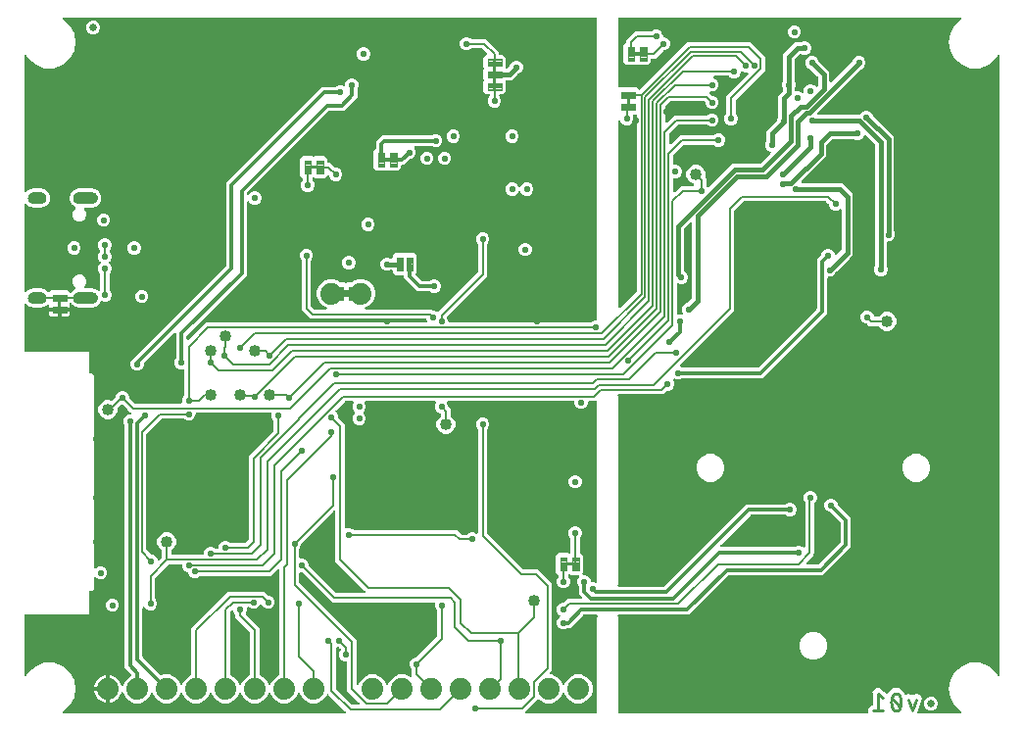
<source format=gbl>
G04 EAGLE Gerber RS-274X export*
G75*
%MOMM*%
%FSLAX34Y34*%
%LPD*%
%INBottom Copper*%
%IPPOS*%
%AMOC8*
5,1,8,0,0,1.08239X$1,22.5*%
G01*
%ADD10C,0.279400*%
%ADD11C,0.099059*%
%ADD12C,0.635000*%
%ADD13C,0.654000*%
%ADD14C,1.879600*%
%ADD15C,1.016000*%
%ADD16C,0.101600*%
%ADD17C,0.558800*%
%ADD18C,0.203200*%
%ADD19C,0.381000*%
%ADD20C,0.304800*%
%ADD21C,0.182881*%

G36*
X731978Y4073D02*
X731978Y4073D01*
X732036Y4071D01*
X732118Y4093D01*
X732201Y4105D01*
X732255Y4128D01*
X732311Y4143D01*
X732384Y4186D01*
X732461Y4221D01*
X732505Y4259D01*
X732556Y4288D01*
X732613Y4350D01*
X732678Y4404D01*
X732710Y4453D01*
X732750Y4496D01*
X732788Y4571D01*
X732835Y4641D01*
X732853Y4697D01*
X732879Y4749D01*
X732891Y4817D01*
X732921Y4912D01*
X732924Y5012D01*
X732935Y5080D01*
X732935Y8319D01*
X735539Y10923D01*
X736083Y10923D01*
X736140Y10931D01*
X736199Y10929D01*
X736280Y10951D01*
X736364Y10963D01*
X736417Y10986D01*
X736474Y11001D01*
X736546Y11044D01*
X736623Y11079D01*
X736668Y11117D01*
X736718Y11146D01*
X736776Y11208D01*
X736840Y11262D01*
X736873Y11311D01*
X736913Y11354D01*
X736951Y11429D01*
X736998Y11499D01*
X737016Y11555D01*
X737042Y11607D01*
X737054Y11675D01*
X737084Y11770D01*
X737086Y11870D01*
X737098Y11938D01*
X737098Y21161D01*
X737089Y21224D01*
X737092Y21273D01*
X736921Y22810D01*
X736962Y22890D01*
X736979Y22916D01*
X736981Y22923D01*
X737020Y22989D01*
X737028Y23020D01*
X737042Y23048D01*
X737055Y23125D01*
X737091Y23264D01*
X737090Y23297D01*
X738186Y24393D01*
X738224Y24444D01*
X738261Y24476D01*
X739227Y25684D01*
X739316Y25713D01*
X739424Y25741D01*
X739451Y25757D01*
X739481Y25766D01*
X739545Y25812D01*
X739669Y25885D01*
X739692Y25909D01*
X741241Y25909D01*
X741304Y25918D01*
X741353Y25915D01*
X742890Y26086D01*
X742974Y26043D01*
X743070Y25986D01*
X743100Y25979D01*
X743128Y25964D01*
X743205Y25951D01*
X743345Y25915D01*
X743378Y25916D01*
X744473Y24820D01*
X744524Y24782D01*
X744557Y24746D01*
X748800Y21351D01*
X748878Y21305D01*
X748951Y21251D01*
X749000Y21233D01*
X749045Y21206D01*
X749133Y21183D01*
X749218Y21152D01*
X749270Y21148D01*
X749320Y21135D01*
X749411Y21137D01*
X749501Y21130D01*
X749552Y21141D01*
X749604Y21143D01*
X749691Y21170D01*
X749779Y21189D01*
X749826Y21213D01*
X749875Y21229D01*
X749951Y21279D01*
X750031Y21322D01*
X750068Y21358D01*
X750112Y21387D01*
X750170Y21456D01*
X750235Y21519D01*
X750257Y21559D01*
X750295Y21604D01*
X750358Y21746D01*
X750395Y21814D01*
X750838Y23105D01*
X754763Y25909D01*
X759587Y25909D01*
X763512Y23105D01*
X764185Y21142D01*
X764217Y21078D01*
X764233Y21027D01*
X764304Y20880D01*
X764379Y20769D01*
X764452Y20658D01*
X764458Y20652D01*
X764463Y20645D01*
X764566Y20559D01*
X764667Y20472D01*
X764674Y20468D01*
X764681Y20463D01*
X764803Y20409D01*
X764925Y20353D01*
X764933Y20352D01*
X764941Y20348D01*
X765073Y20330D01*
X765206Y20310D01*
X765214Y20311D01*
X765223Y20310D01*
X765504Y20352D01*
X765522Y20360D01*
X765537Y20362D01*
X768254Y21268D01*
X770789Y20000D01*
X770805Y19995D01*
X770819Y19985D01*
X770940Y19950D01*
X771058Y19910D01*
X771075Y19909D01*
X771092Y19904D01*
X771218Y19903D01*
X771342Y19898D01*
X771359Y19902D01*
X771376Y19902D01*
X771444Y19922D01*
X771619Y19965D01*
X771660Y19989D01*
X771697Y20000D01*
X774232Y21268D01*
X777726Y20103D01*
X779373Y16809D01*
X776036Y6798D01*
X776033Y6783D01*
X776027Y6769D01*
X776008Y6643D01*
X775985Y6518D01*
X775986Y6503D01*
X775984Y6488D01*
X775995Y6420D01*
X776013Y6236D01*
X776030Y6192D01*
X776036Y6156D01*
X776043Y6136D01*
X775742Y5534D01*
X775739Y5526D01*
X775734Y5519D01*
X775694Y5391D01*
X775651Y5264D01*
X775651Y5256D01*
X775649Y5248D01*
X775645Y5113D01*
X775639Y4980D01*
X775641Y4972D01*
X775641Y4964D01*
X775675Y4835D01*
X775707Y4704D01*
X775711Y4697D01*
X775713Y4689D01*
X775781Y4574D01*
X775848Y4457D01*
X775854Y4451D01*
X775858Y4444D01*
X775956Y4353D01*
X776052Y4259D01*
X776059Y4255D01*
X776066Y4250D01*
X776184Y4189D01*
X776303Y4126D01*
X776311Y4124D01*
X776319Y4120D01*
X776370Y4112D01*
X776581Y4067D01*
X776619Y4070D01*
X776650Y4065D01*
X812967Y4065D01*
X813040Y4075D01*
X813114Y4075D01*
X813180Y4095D01*
X813249Y4105D01*
X813316Y4135D01*
X813386Y4155D01*
X813445Y4192D01*
X813508Y4221D01*
X813564Y4268D01*
X813626Y4308D01*
X813672Y4360D01*
X813725Y4404D01*
X813766Y4466D01*
X813815Y4521D01*
X813844Y4583D01*
X813883Y4641D01*
X813905Y4711D01*
X813936Y4778D01*
X813948Y4846D01*
X813968Y4912D01*
X813970Y4986D01*
X813982Y5058D01*
X813974Y5127D01*
X813976Y5196D01*
X813957Y5267D01*
X813948Y5341D01*
X813921Y5404D01*
X813904Y5471D01*
X813866Y5535D01*
X813838Y5602D01*
X813799Y5647D01*
X813759Y5716D01*
X813669Y5800D01*
X813620Y5858D01*
X807915Y10644D01*
X803929Y17549D01*
X802545Y25400D01*
X803929Y33251D01*
X807915Y40155D01*
X814022Y45280D01*
X821514Y48007D01*
X829486Y48007D01*
X836978Y45280D01*
X843085Y40156D01*
X844941Y36941D01*
X844953Y36926D01*
X844961Y36908D01*
X845040Y36814D01*
X845116Y36717D01*
X845132Y36706D01*
X845145Y36691D01*
X845247Y36622D01*
X845346Y36551D01*
X845365Y36544D01*
X845381Y36533D01*
X845499Y36496D01*
X845614Y36454D01*
X845634Y36453D01*
X845652Y36447D01*
X845775Y36444D01*
X845898Y36436D01*
X845917Y36441D01*
X845936Y36440D01*
X846055Y36471D01*
X846175Y36498D01*
X846193Y36507D01*
X846211Y36512D01*
X846317Y36574D01*
X846425Y36633D01*
X846439Y36647D01*
X846456Y36657D01*
X846540Y36747D01*
X846627Y36833D01*
X846637Y36850D01*
X846650Y36864D01*
X846706Y36974D01*
X846766Y37081D01*
X846771Y37100D01*
X846780Y37118D01*
X846792Y37190D01*
X846831Y37358D01*
X846829Y37409D01*
X846835Y37449D01*
X846835Y572151D01*
X846833Y572171D01*
X846835Y572190D01*
X846813Y572311D01*
X846795Y572433D01*
X846787Y572451D01*
X846784Y572470D01*
X846729Y572580D01*
X846679Y572692D01*
X846667Y572707D01*
X846658Y572725D01*
X846575Y572816D01*
X846496Y572909D01*
X846479Y572920D01*
X846466Y572935D01*
X846361Y572999D01*
X846259Y573067D01*
X846240Y573073D01*
X846224Y573083D01*
X846105Y573116D01*
X845988Y573153D01*
X845968Y573153D01*
X845949Y573158D01*
X845827Y573157D01*
X845704Y573160D01*
X845685Y573155D01*
X845665Y573155D01*
X845547Y573119D01*
X845429Y573088D01*
X845412Y573078D01*
X845393Y573072D01*
X845290Y573006D01*
X845184Y572943D01*
X845171Y572929D01*
X845154Y572918D01*
X845108Y572861D01*
X844990Y572736D01*
X844966Y572690D01*
X844941Y572659D01*
X843085Y569444D01*
X836978Y564320D01*
X829486Y561593D01*
X821514Y561593D01*
X814022Y564320D01*
X807915Y569444D01*
X803929Y576349D01*
X802545Y584200D01*
X803929Y592051D01*
X807915Y598955D01*
X813620Y603742D01*
X813669Y603797D01*
X813725Y603845D01*
X813764Y603902D01*
X813810Y603954D01*
X813842Y604020D01*
X813883Y604081D01*
X813904Y604147D01*
X813934Y604210D01*
X813946Y604282D01*
X813968Y604352D01*
X813970Y604421D01*
X813982Y604490D01*
X813974Y604563D01*
X813976Y604636D01*
X813958Y604703D01*
X813951Y604772D01*
X813923Y604840D01*
X813904Y604911D01*
X813869Y604971D01*
X813842Y605035D01*
X813796Y605093D01*
X813759Y605156D01*
X813708Y605203D01*
X813665Y605257D01*
X813605Y605300D01*
X813551Y605350D01*
X813490Y605382D01*
X813433Y605422D01*
X813364Y605446D01*
X813298Y605480D01*
X813240Y605490D01*
X813165Y605516D01*
X813043Y605523D01*
X812967Y605535D01*
X518414Y605535D01*
X518356Y605527D01*
X518298Y605529D01*
X518216Y605507D01*
X518132Y605495D01*
X518079Y605472D01*
X518023Y605457D01*
X517950Y605414D01*
X517873Y605379D01*
X517828Y605341D01*
X517778Y605312D01*
X517720Y605250D01*
X517656Y605196D01*
X517624Y605147D01*
X517584Y605104D01*
X517545Y605029D01*
X517498Y604959D01*
X517481Y604903D01*
X517454Y604851D01*
X517443Y604783D01*
X517413Y604688D01*
X517410Y604588D01*
X517399Y604520D01*
X517399Y580383D01*
X517390Y580371D01*
X517330Y580307D01*
X517304Y580258D01*
X517271Y580213D01*
X517251Y580160D01*
X517244Y580150D01*
X517236Y580124D01*
X517200Y580054D01*
X517192Y580006D01*
X517170Y579948D01*
X517166Y579903D01*
X517159Y579879D01*
X517156Y579793D01*
X517145Y579723D01*
X517145Y545973D01*
X517153Y545915D01*
X517151Y545857D01*
X517173Y545775D01*
X517185Y545691D01*
X517208Y545638D01*
X517223Y545582D01*
X517266Y545509D01*
X517301Y545432D01*
X517339Y545387D01*
X517368Y545337D01*
X517430Y545279D01*
X517484Y545215D01*
X517533Y545183D01*
X517576Y545143D01*
X517651Y545104D01*
X517721Y545057D01*
X517777Y545040D01*
X517829Y545013D01*
X517897Y545002D01*
X517992Y544972D01*
X518092Y544969D01*
X518160Y544958D01*
X533103Y544958D01*
X534803Y543257D01*
X534850Y543222D01*
X534890Y543180D01*
X534963Y543137D01*
X535030Y543086D01*
X535085Y543066D01*
X535135Y543036D01*
X535217Y543015D01*
X535296Y542985D01*
X535354Y542980D01*
X535411Y542966D01*
X535495Y542969D01*
X535579Y542962D01*
X535637Y542973D01*
X535695Y542975D01*
X535775Y543001D01*
X535858Y543017D01*
X535910Y543044D01*
X535966Y543062D01*
X536022Y543103D01*
X536110Y543148D01*
X536183Y543217D01*
X536239Y543257D01*
X577218Y584237D01*
X631386Y584237D01*
X644145Y571478D01*
X644145Y559656D01*
X619042Y534554D01*
X618990Y534484D01*
X618930Y534420D01*
X618904Y534371D01*
X618871Y534326D01*
X618840Y534245D01*
X618800Y534167D01*
X618792Y534119D01*
X618770Y534061D01*
X618758Y533913D01*
X618745Y533836D01*
X618745Y522779D01*
X618757Y522692D01*
X618760Y522605D01*
X618777Y522552D01*
X618785Y522497D01*
X618820Y522417D01*
X618847Y522334D01*
X618875Y522295D01*
X618901Y522238D01*
X618997Y522124D01*
X619042Y522061D01*
X619633Y521470D01*
X620523Y519322D01*
X620523Y516998D01*
X619633Y514850D01*
X617990Y513207D01*
X615842Y512317D01*
X613518Y512317D01*
X611370Y513207D01*
X609727Y514850D01*
X608837Y516998D01*
X608837Y519322D01*
X609727Y521470D01*
X610318Y522061D01*
X610370Y522131D01*
X610430Y522194D01*
X610456Y522244D01*
X610489Y522288D01*
X610520Y522370D01*
X610560Y522448D01*
X610568Y522495D01*
X610590Y522554D01*
X610602Y522701D01*
X610615Y522779D01*
X610615Y537624D01*
X613294Y540302D01*
X629296Y556304D01*
X629313Y556328D01*
X629336Y556347D01*
X629399Y556441D01*
X629467Y556531D01*
X629477Y556559D01*
X629493Y556583D01*
X629528Y556691D01*
X629568Y556797D01*
X629570Y556826D01*
X629579Y556854D01*
X629582Y556968D01*
X629591Y557080D01*
X629586Y557109D01*
X629586Y557138D01*
X629558Y557248D01*
X629536Y557359D01*
X629522Y557385D01*
X629515Y557413D01*
X629457Y557511D01*
X629405Y557611D01*
X629384Y557633D01*
X629369Y557658D01*
X629287Y557735D01*
X629209Y557817D01*
X629183Y557832D01*
X629162Y557852D01*
X629061Y557904D01*
X628963Y557961D01*
X628935Y557968D01*
X628909Y557982D01*
X628832Y557995D01*
X628688Y558031D01*
X628625Y558029D01*
X628578Y558037D01*
X626218Y558037D01*
X624467Y558763D01*
X624355Y558791D01*
X624246Y558826D01*
X624218Y558827D01*
X624191Y558834D01*
X624077Y558830D01*
X623962Y558833D01*
X623935Y558826D01*
X623907Y558825D01*
X623798Y558790D01*
X623687Y558761D01*
X623663Y558747D01*
X623636Y558739D01*
X623541Y558675D01*
X623442Y558616D01*
X623423Y558596D01*
X623400Y558581D01*
X623326Y558493D01*
X623248Y558409D01*
X623235Y558384D01*
X623217Y558363D01*
X623171Y558258D01*
X623118Y558156D01*
X623114Y558131D01*
X623102Y558103D01*
X623087Y557998D01*
X622173Y555791D01*
X620530Y554148D01*
X618382Y553258D01*
X616058Y553258D01*
X613910Y554148D01*
X613319Y554739D01*
X613249Y554791D01*
X613186Y554851D01*
X613136Y554877D01*
X613092Y554910D01*
X613010Y554941D01*
X612932Y554981D01*
X612885Y554989D01*
X612826Y555011D01*
X612679Y555023D01*
X612601Y555036D01*
X600034Y555036D01*
X599949Y555024D01*
X599863Y555022D01*
X599809Y555004D01*
X599752Y554996D01*
X599674Y554961D01*
X599592Y554935D01*
X599545Y554903D01*
X599493Y554880D01*
X599427Y554825D01*
X599356Y554777D01*
X599319Y554733D01*
X599276Y554697D01*
X599228Y554625D01*
X599173Y554559D01*
X599150Y554507D01*
X599118Y554460D01*
X599092Y554378D01*
X599057Y554299D01*
X599050Y554243D01*
X599032Y554189D01*
X599030Y554103D01*
X599018Y554018D01*
X599027Y553962D01*
X599025Y553905D01*
X599047Y553822D01*
X599059Y553736D01*
X599083Y553685D01*
X599097Y553630D01*
X599141Y553556D01*
X599176Y553477D01*
X599213Y553434D01*
X599242Y553385D01*
X599305Y553326D01*
X599361Y553261D01*
X599403Y553235D01*
X599450Y553191D01*
X599579Y553125D01*
X599645Y553083D01*
X601480Y552323D01*
X603123Y550680D01*
X604013Y548532D01*
X604013Y546208D01*
X603123Y544060D01*
X601480Y542417D01*
X599332Y541527D01*
X596972Y541527D01*
X596943Y541523D01*
X596914Y541526D01*
X596803Y541503D01*
X596691Y541487D01*
X596664Y541475D01*
X596635Y541470D01*
X596534Y541417D01*
X596431Y541371D01*
X596409Y541352D01*
X596383Y541339D01*
X596301Y541261D01*
X596214Y541188D01*
X596198Y541163D01*
X596177Y541143D01*
X596120Y541045D01*
X596057Y540951D01*
X596048Y540923D01*
X596033Y540898D01*
X596005Y540788D01*
X595971Y540680D01*
X595970Y540650D01*
X595963Y540622D01*
X595966Y540509D01*
X595964Y540396D01*
X595971Y540367D01*
X595972Y540338D01*
X596007Y540230D01*
X596035Y540121D01*
X596050Y540095D01*
X596059Y540067D01*
X596105Y540003D01*
X596181Y539876D01*
X596226Y539833D01*
X596254Y539794D01*
X597452Y538596D01*
X597778Y538270D01*
X597848Y538218D01*
X597912Y538158D01*
X597961Y538132D01*
X598006Y538099D01*
X598087Y538068D01*
X598165Y538028D01*
X598213Y538020D01*
X598271Y537998D01*
X598419Y537986D01*
X598496Y537973D01*
X599332Y537973D01*
X601480Y537083D01*
X603123Y535440D01*
X604013Y533292D01*
X604013Y530968D01*
X603123Y528820D01*
X601480Y527177D01*
X599332Y526287D01*
X597008Y526287D01*
X594860Y527177D01*
X593217Y528820D01*
X592327Y530968D01*
X592327Y531804D01*
X592315Y531890D01*
X592312Y531978D01*
X592295Y532030D01*
X592287Y532085D01*
X592252Y532165D01*
X592225Y532248D01*
X592197Y532288D01*
X592171Y532345D01*
X592075Y532458D01*
X592030Y532522D01*
X591704Y532848D01*
X591634Y532900D01*
X591570Y532960D01*
X591521Y532986D01*
X591476Y533019D01*
X591395Y533050D01*
X591317Y533090D01*
X591269Y533098D01*
X591211Y533120D01*
X591063Y533132D01*
X590986Y533145D01*
X562663Y533145D01*
X562576Y533133D01*
X562489Y533130D01*
X562436Y533113D01*
X562381Y533105D01*
X562302Y533070D01*
X562218Y533043D01*
X562179Y533015D01*
X562122Y532989D01*
X562009Y532893D01*
X561945Y532848D01*
X558082Y528985D01*
X558030Y528915D01*
X557970Y528851D01*
X557944Y528802D01*
X557911Y528758D01*
X557880Y528676D01*
X557840Y528598D01*
X557832Y528551D01*
X557810Y528492D01*
X557798Y528344D01*
X557785Y528267D01*
X557785Y515692D01*
X557789Y515663D01*
X557786Y515634D01*
X557809Y515523D01*
X557825Y515411D01*
X557837Y515384D01*
X557842Y515355D01*
X557894Y515255D01*
X557941Y515151D01*
X557960Y515129D01*
X557973Y515103D01*
X558051Y515021D01*
X558124Y514934D01*
X558149Y514918D01*
X558169Y514897D01*
X558267Y514839D01*
X558361Y514777D01*
X558389Y514768D01*
X558414Y514753D01*
X558524Y514725D01*
X558632Y514691D01*
X558662Y514690D01*
X558690Y514683D01*
X558803Y514686D01*
X558916Y514684D01*
X558945Y514691D01*
X558974Y514692D01*
X559082Y514727D01*
X559191Y514755D01*
X559217Y514770D01*
X559245Y514779D01*
X559308Y514825D01*
X559436Y514901D01*
X559479Y514946D01*
X559518Y514974D01*
X565498Y520955D01*
X593551Y520955D01*
X593638Y520967D01*
X593725Y520970D01*
X593778Y520987D01*
X593833Y520995D01*
X593913Y521030D01*
X593996Y521057D01*
X594035Y521085D01*
X594092Y521111D01*
X594206Y521207D01*
X594269Y521252D01*
X594860Y521843D01*
X597008Y522733D01*
X599332Y522733D01*
X601480Y521843D01*
X603123Y520200D01*
X604013Y518052D01*
X604013Y515728D01*
X603123Y513580D01*
X601480Y511937D01*
X599332Y511047D01*
X597008Y511047D01*
X594860Y511937D01*
X594269Y512528D01*
X594199Y512580D01*
X594136Y512640D01*
X594086Y512666D01*
X594042Y512699D01*
X593960Y512730D01*
X593882Y512770D01*
X593835Y512778D01*
X593776Y512800D01*
X593629Y512812D01*
X593551Y512825D01*
X569286Y512825D01*
X569200Y512813D01*
X569112Y512810D01*
X569060Y512793D01*
X569005Y512785D01*
X568925Y512750D01*
X568842Y512723D01*
X568802Y512695D01*
X568745Y512669D01*
X568632Y512573D01*
X568568Y512528D01*
X561384Y505344D01*
X561332Y505274D01*
X561272Y505210D01*
X561246Y505161D01*
X561213Y505117D01*
X561182Y505035D01*
X561142Y504957D01*
X561134Y504909D01*
X561112Y504851D01*
X561105Y504764D01*
X561101Y504751D01*
X561099Y504702D01*
X561087Y504626D01*
X561087Y496896D01*
X561091Y496867D01*
X561088Y496838D01*
X561111Y496727D01*
X561127Y496615D01*
X561139Y496588D01*
X561144Y496559D01*
X561196Y496459D01*
X561243Y496355D01*
X561262Y496333D01*
X561275Y496307D01*
X561353Y496225D01*
X561426Y496138D01*
X561451Y496122D01*
X561471Y496101D01*
X561569Y496043D01*
X561663Y495981D01*
X561691Y495972D01*
X561716Y495957D01*
X561826Y495929D01*
X561934Y495895D01*
X561964Y495894D01*
X561992Y495887D01*
X562105Y495890D01*
X562218Y495888D01*
X562247Y495895D01*
X562276Y495896D01*
X562384Y495931D01*
X562493Y495959D01*
X562519Y495974D01*
X562547Y495983D01*
X562610Y496029D01*
X562738Y496105D01*
X562781Y496150D01*
X562820Y496178D01*
X570451Y503810D01*
X599266Y503810D01*
X599353Y503822D01*
X599440Y503825D01*
X599493Y503842D01*
X599548Y503850D01*
X599628Y503885D01*
X599711Y503912D01*
X599750Y503940D01*
X599807Y503966D01*
X599921Y504062D01*
X599984Y504107D01*
X600575Y504698D01*
X602723Y505588D01*
X605047Y505588D01*
X607195Y504698D01*
X608838Y503055D01*
X609728Y500907D01*
X609728Y498583D01*
X608838Y496435D01*
X607195Y494792D01*
X605047Y493902D01*
X602723Y493902D01*
X600575Y494792D01*
X599984Y495383D01*
X599914Y495435D01*
X599851Y495495D01*
X599801Y495521D01*
X599757Y495554D01*
X599675Y495585D01*
X599597Y495625D01*
X599550Y495633D01*
X599491Y495655D01*
X599344Y495667D01*
X599266Y495680D01*
X574239Y495680D01*
X574153Y495668D01*
X574065Y495665D01*
X574013Y495648D01*
X573958Y495640D01*
X573878Y495605D01*
X573795Y495578D01*
X573755Y495550D01*
X573698Y495524D01*
X573585Y495428D01*
X573521Y495383D01*
X564686Y486548D01*
X564634Y486478D01*
X564574Y486414D01*
X564548Y486365D01*
X564515Y486320D01*
X564484Y486239D01*
X564444Y486161D01*
X564436Y486113D01*
X564414Y486055D01*
X564402Y485907D01*
X564389Y485830D01*
X564389Y479298D01*
X564397Y479240D01*
X564395Y479182D01*
X564417Y479100D01*
X564429Y479016D01*
X564452Y478963D01*
X564467Y478907D01*
X564510Y478834D01*
X564545Y478757D01*
X564583Y478712D01*
X564612Y478662D01*
X564674Y478604D01*
X564728Y478540D01*
X564777Y478508D01*
X564820Y478468D01*
X564895Y478429D01*
X564965Y478382D01*
X565021Y478365D01*
X565073Y478338D01*
X565141Y478327D01*
X565236Y478297D01*
X565336Y478294D01*
X565404Y478283D01*
X567582Y478283D01*
X569730Y477393D01*
X571373Y475750D01*
X572263Y473602D01*
X572263Y471278D01*
X571373Y469130D01*
X569730Y467487D01*
X567582Y466597D01*
X565404Y466597D01*
X565346Y466589D01*
X565288Y466591D01*
X565206Y466569D01*
X565122Y466557D01*
X565069Y466534D01*
X565013Y466519D01*
X564940Y466476D01*
X564863Y466441D01*
X564818Y466403D01*
X564768Y466374D01*
X564710Y466312D01*
X564646Y466258D01*
X564614Y466209D01*
X564574Y466166D01*
X564535Y466091D01*
X564488Y466021D01*
X564471Y465965D01*
X564444Y465913D01*
X564433Y465845D01*
X564403Y465750D01*
X564400Y465650D01*
X564389Y465582D01*
X564389Y455748D01*
X564393Y455719D01*
X564390Y455690D01*
X564413Y455579D01*
X564429Y455467D01*
X564441Y455440D01*
X564446Y455411D01*
X564498Y455311D01*
X564545Y455207D01*
X564564Y455185D01*
X564577Y455159D01*
X564655Y455077D01*
X564728Y454990D01*
X564753Y454974D01*
X564773Y454953D01*
X564871Y454895D01*
X564965Y454833D01*
X564993Y454824D01*
X565018Y454809D01*
X565128Y454781D01*
X565236Y454747D01*
X565266Y454746D01*
X565294Y454739D01*
X565407Y454742D01*
X565520Y454740D01*
X565549Y454747D01*
X565578Y454748D01*
X565686Y454783D01*
X565795Y454811D01*
X565821Y454826D01*
X565849Y454835D01*
X565912Y454881D01*
X566040Y454957D01*
X566083Y455002D01*
X566122Y455030D01*
X571086Y459995D01*
X581768Y459995D01*
X581853Y460007D01*
X581939Y460009D01*
X581993Y460027D01*
X582050Y460035D01*
X582128Y460070D01*
X582210Y460096D01*
X582257Y460128D01*
X582309Y460151D01*
X582375Y460206D01*
X582446Y460254D01*
X582483Y460298D01*
X582526Y460334D01*
X582574Y460406D01*
X582629Y460472D01*
X582652Y460524D01*
X582684Y460571D01*
X582710Y460653D01*
X582744Y460732D01*
X582752Y460788D01*
X582769Y460842D01*
X582772Y460928D01*
X582783Y461013D01*
X582775Y461069D01*
X582777Y461126D01*
X582755Y461209D01*
X582743Y461294D01*
X582719Y461346D01*
X582705Y461401D01*
X582661Y461475D01*
X582626Y461554D01*
X582589Y461597D01*
X582560Y461646D01*
X582497Y461705D01*
X582441Y461770D01*
X582399Y461796D01*
X582352Y461840D01*
X582223Y461906D01*
X582157Y461948D01*
X579595Y463009D01*
X577309Y465295D01*
X576071Y468283D01*
X576071Y471517D01*
X577309Y474505D01*
X579595Y476791D01*
X582583Y478029D01*
X585817Y478029D01*
X588805Y476791D01*
X591091Y474505D01*
X592329Y471517D01*
X592329Y468230D01*
X592294Y468095D01*
X592294Y468093D01*
X592293Y468092D01*
X592298Y467951D01*
X592302Y467811D01*
X592302Y467809D01*
X592302Y467807D01*
X592346Y467673D01*
X592389Y467540D01*
X592389Y467538D01*
X592390Y467537D01*
X592399Y467525D01*
X592547Y467304D01*
X592570Y467284D01*
X592585Y467264D01*
X593345Y466504D01*
X593345Y460549D01*
X593357Y460462D01*
X593360Y460375D01*
X593377Y460322D01*
X593385Y460267D01*
X593420Y460187D01*
X593447Y460104D01*
X593475Y460065D01*
X593501Y460008D01*
X593597Y459894D01*
X593642Y459831D01*
X594334Y459139D01*
X594381Y459104D01*
X594421Y459061D01*
X594494Y459018D01*
X594561Y458968D01*
X594616Y458947D01*
X594666Y458917D01*
X594748Y458897D01*
X594827Y458867D01*
X594885Y458862D01*
X594942Y458847D01*
X595026Y458850D01*
X595110Y458843D01*
X595168Y458854D01*
X595226Y458856D01*
X595306Y458882D01*
X595389Y458899D01*
X595441Y458926D01*
X595497Y458944D01*
X595553Y458984D01*
X595641Y459030D01*
X595714Y459099D01*
X595770Y459139D01*
X612477Y475846D01*
X615676Y479045D01*
X639259Y479045D01*
X639345Y479057D01*
X639433Y479060D01*
X639485Y479077D01*
X639540Y479085D01*
X639620Y479120D01*
X639703Y479147D01*
X639742Y479175D01*
X639799Y479201D01*
X639913Y479297D01*
X639976Y479342D01*
X648720Y488086D01*
X648789Y488178D01*
X648863Y488266D01*
X648875Y488291D01*
X648891Y488313D01*
X648932Y488420D01*
X648979Y488525D01*
X648983Y488553D01*
X648992Y488579D01*
X649002Y488693D01*
X649018Y488807D01*
X649014Y488835D01*
X649016Y488862D01*
X648993Y488975D01*
X648977Y489088D01*
X648966Y489114D01*
X648960Y489141D01*
X648907Y489243D01*
X648860Y489347D01*
X648842Y489369D01*
X648829Y489393D01*
X648750Y489476D01*
X648676Y489564D01*
X648654Y489577D01*
X648633Y489599D01*
X648404Y489734D01*
X648391Y489742D01*
X646930Y490347D01*
X645287Y491990D01*
X644397Y494138D01*
X644397Y496462D01*
X645209Y498422D01*
X645217Y498452D01*
X645231Y498479D01*
X645244Y498557D01*
X645280Y498697D01*
X645278Y498761D01*
X645286Y498810D01*
X645286Y507512D01*
X654415Y516641D01*
X654433Y516665D01*
X654457Y516685D01*
X654499Y516752D01*
X654586Y516868D01*
X654609Y516928D01*
X654635Y516970D01*
X655369Y518742D01*
X655377Y518772D01*
X655391Y518799D01*
X655404Y518877D01*
X655440Y519017D01*
X655438Y519082D01*
X655446Y519130D01*
X655446Y537992D01*
X659340Y541886D01*
X659392Y541955D01*
X659452Y542019D01*
X659478Y542069D01*
X659511Y542113D01*
X659542Y542194D01*
X659582Y542272D01*
X659590Y542320D01*
X659612Y542378D01*
X659624Y542526D01*
X659637Y542603D01*
X659637Y543860D01*
X659633Y543890D01*
X659635Y543921D01*
X659618Y543998D01*
X659597Y544141D01*
X659571Y544200D01*
X659560Y544248D01*
X658748Y546208D01*
X658748Y548532D01*
X659560Y550492D01*
X659568Y550522D01*
X659582Y550549D01*
X659595Y550627D01*
X659631Y550767D01*
X659629Y550831D01*
X659637Y550880D01*
X659637Y573933D01*
X669778Y584074D01*
X674670Y584074D01*
X674700Y584078D01*
X674731Y584076D01*
X674808Y584093D01*
X674951Y584114D01*
X675010Y584140D01*
X675058Y584151D01*
X677018Y584963D01*
X679342Y584963D01*
X681490Y584073D01*
X683133Y582430D01*
X684023Y580282D01*
X684023Y577958D01*
X683133Y575810D01*
X681490Y574167D01*
X679342Y573277D01*
X677018Y573277D01*
X675058Y574089D01*
X675028Y574097D01*
X675001Y574111D01*
X674923Y574124D01*
X674783Y574160D01*
X674719Y574158D01*
X674670Y574166D01*
X674302Y574166D01*
X674216Y574154D01*
X674128Y574151D01*
X674076Y574134D01*
X674021Y574126D01*
X673941Y574091D01*
X673858Y574064D01*
X673819Y574036D01*
X673762Y574010D01*
X673648Y573914D01*
X673585Y573869D01*
X669842Y570126D01*
X669790Y570057D01*
X669730Y569993D01*
X669704Y569943D01*
X669671Y569899D01*
X669640Y569818D01*
X669600Y569740D01*
X669592Y569692D01*
X669570Y569634D01*
X669558Y569486D01*
X669545Y569409D01*
X669545Y550880D01*
X669549Y550850D01*
X669547Y550819D01*
X669564Y550742D01*
X669585Y550599D01*
X669611Y550540D01*
X669622Y550492D01*
X670434Y548532D01*
X670434Y546208D01*
X669622Y544248D01*
X669614Y544218D01*
X669600Y544191D01*
X669587Y544113D01*
X669551Y543973D01*
X669553Y543909D01*
X669545Y543860D01*
X669545Y542798D01*
X669553Y542740D01*
X669551Y542682D01*
X669573Y542600D01*
X669585Y542516D01*
X669608Y542463D01*
X669623Y542407D01*
X669666Y542334D01*
X669701Y542257D01*
X669739Y542212D01*
X669768Y542162D01*
X669830Y542104D01*
X669884Y542040D01*
X669933Y542008D01*
X669976Y541968D01*
X670051Y541929D01*
X670121Y541882D01*
X670177Y541865D01*
X670229Y541838D01*
X670297Y541827D01*
X670392Y541797D01*
X670492Y541794D01*
X670560Y541783D01*
X672992Y541783D01*
X675140Y540893D01*
X675684Y540349D01*
X675708Y540331D01*
X675727Y540309D01*
X675821Y540246D01*
X675911Y540178D01*
X675939Y540167D01*
X675963Y540151D01*
X676071Y540117D01*
X676177Y540077D01*
X676206Y540074D01*
X676234Y540065D01*
X676348Y540062D01*
X676460Y540053D01*
X676489Y540059D01*
X676518Y540058D01*
X676628Y540087D01*
X676739Y540109D01*
X676765Y540122D01*
X676793Y540130D01*
X676891Y540188D01*
X676991Y540240D01*
X677013Y540260D01*
X677038Y540275D01*
X677115Y540358D01*
X677197Y540436D01*
X677212Y540461D01*
X677232Y540482D01*
X677284Y540583D01*
X677341Y540681D01*
X677348Y540709D01*
X677362Y540736D01*
X677375Y540813D01*
X677411Y540956D01*
X677409Y541019D01*
X677417Y541067D01*
X677417Y543452D01*
X678307Y545600D01*
X679950Y547243D01*
X682098Y548133D01*
X684422Y548133D01*
X686570Y547243D01*
X688003Y545810D01*
X688027Y545792D01*
X688046Y545770D01*
X688140Y545707D01*
X688230Y545639D01*
X688258Y545628D01*
X688282Y545612D01*
X688390Y545578D01*
X688496Y545538D01*
X688525Y545535D01*
X688553Y545526D01*
X688667Y545523D01*
X688779Y545514D01*
X688808Y545520D01*
X688837Y545519D01*
X688947Y545548D01*
X689058Y545570D01*
X689084Y545583D01*
X689112Y545591D01*
X689210Y545649D01*
X689310Y545701D01*
X689332Y545721D01*
X689357Y545736D01*
X689434Y545819D01*
X689516Y545897D01*
X689531Y545922D01*
X689551Y545943D01*
X689603Y546044D01*
X689660Y546142D01*
X689667Y546170D01*
X689681Y546197D01*
X689694Y546274D01*
X689730Y546417D01*
X689728Y546480D01*
X689736Y546528D01*
X689736Y553788D01*
X689724Y553874D01*
X689721Y553962D01*
X689704Y554014D01*
X689696Y554069D01*
X689661Y554149D01*
X689634Y554232D01*
X689606Y554271D01*
X689580Y554328D01*
X689484Y554442D01*
X689439Y554505D01*
X683509Y560435D01*
X683485Y560454D01*
X683465Y560477D01*
X683398Y560519D01*
X683282Y560606D01*
X683222Y560629D01*
X683180Y560655D01*
X681220Y561467D01*
X679577Y563110D01*
X678687Y565258D01*
X678687Y567582D01*
X679577Y569730D01*
X681220Y571373D01*
X683368Y572263D01*
X685692Y572263D01*
X687840Y571373D01*
X689483Y569730D01*
X690295Y567770D01*
X690311Y567743D01*
X690320Y567714D01*
X690366Y567650D01*
X690439Y567525D01*
X690486Y567481D01*
X690515Y567441D01*
X696445Y561511D01*
X699644Y558312D01*
X699644Y550350D01*
X699648Y550321D01*
X699645Y550292D01*
X699668Y550181D01*
X699684Y550069D01*
X699696Y550042D01*
X699701Y550013D01*
X699753Y549913D01*
X699800Y549809D01*
X699819Y549787D01*
X699832Y549761D01*
X699910Y549679D01*
X699983Y549592D01*
X700008Y549576D01*
X700028Y549555D01*
X700126Y549498D01*
X700220Y549435D01*
X700248Y549426D01*
X700273Y549411D01*
X700383Y549383D01*
X700491Y549349D01*
X700521Y549348D01*
X700549Y549341D01*
X700662Y549345D01*
X700775Y549342D01*
X700804Y549349D01*
X700833Y549350D01*
X700941Y549385D01*
X701050Y549414D01*
X701076Y549429D01*
X701104Y549438D01*
X701167Y549483D01*
X701295Y549559D01*
X701338Y549605D01*
X701377Y549633D01*
X719185Y567441D01*
X719204Y567465D01*
X719227Y567485D01*
X719269Y567552D01*
X719356Y567668D01*
X719379Y567728D01*
X719405Y567770D01*
X720217Y569730D01*
X721860Y571373D01*
X724008Y572263D01*
X726332Y572263D01*
X728480Y571373D01*
X730123Y569730D01*
X731013Y567582D01*
X731013Y565258D01*
X730123Y563110D01*
X728480Y561467D01*
X726520Y560655D01*
X726493Y560639D01*
X726464Y560630D01*
X726400Y560584D01*
X726275Y560511D01*
X726231Y560464D01*
X726191Y560435D01*
X689333Y523577D01*
X689315Y523553D01*
X689292Y523534D01*
X689230Y523440D01*
X689162Y523350D01*
X689151Y523322D01*
X689135Y523298D01*
X689101Y523190D01*
X689060Y523084D01*
X689058Y523055D01*
X689049Y523027D01*
X689046Y522913D01*
X689037Y522801D01*
X689043Y522772D01*
X689042Y522743D01*
X689070Y522633D01*
X689093Y522522D01*
X689106Y522496D01*
X689114Y522468D01*
X689171Y522370D01*
X689224Y522270D01*
X689244Y522248D01*
X689259Y522223D01*
X689341Y522146D01*
X689419Y522064D01*
X689445Y522049D01*
X689466Y522029D01*
X689567Y521977D01*
X689665Y521920D01*
X689693Y521913D01*
X689719Y521899D01*
X689797Y521886D01*
X689940Y521850D01*
X690003Y521852D01*
X690050Y521844D01*
X725517Y521844D01*
X725519Y521844D01*
X725521Y521844D01*
X725663Y521864D01*
X725799Y521884D01*
X725800Y521884D01*
X725802Y521884D01*
X725929Y521942D01*
X726058Y522000D01*
X726060Y522001D01*
X726061Y522002D01*
X726167Y522092D01*
X726275Y522183D01*
X726276Y522185D01*
X726277Y522186D01*
X726286Y522199D01*
X726433Y522420D01*
X726442Y522449D01*
X726455Y522471D01*
X726567Y522740D01*
X728210Y524383D01*
X730358Y525273D01*
X732682Y525273D01*
X734830Y524383D01*
X736473Y522740D01*
X737285Y520780D01*
X737301Y520753D01*
X737310Y520724D01*
X737356Y520660D01*
X737429Y520535D01*
X737476Y520491D01*
X737505Y520451D01*
X755524Y502432D01*
X755524Y421340D01*
X755528Y421310D01*
X755526Y421279D01*
X755534Y421241D01*
X755534Y421216D01*
X755550Y421153D01*
X755564Y421059D01*
X755590Y421000D01*
X755601Y420952D01*
X756413Y418992D01*
X756413Y416668D01*
X755523Y414520D01*
X753880Y412877D01*
X751732Y411987D01*
X750189Y411987D01*
X750131Y411979D01*
X750073Y411981D01*
X749991Y411959D01*
X749907Y411947D01*
X749854Y411924D01*
X749798Y411909D01*
X749725Y411866D01*
X749648Y411831D01*
X749603Y411793D01*
X749553Y411764D01*
X749495Y411702D01*
X749431Y411648D01*
X749399Y411599D01*
X749359Y411556D01*
X749320Y411481D01*
X749273Y411411D01*
X749256Y411355D01*
X749229Y411303D01*
X749218Y411235D01*
X749188Y411140D01*
X749185Y411040D01*
X749174Y410972D01*
X749174Y391368D01*
X749178Y391338D01*
X749176Y391307D01*
X749193Y391230D01*
X749214Y391087D01*
X749240Y391028D01*
X749251Y390980D01*
X750063Y389020D01*
X750063Y386696D01*
X749173Y384548D01*
X747530Y382905D01*
X745382Y382015D01*
X743058Y382015D01*
X740910Y382905D01*
X739267Y384548D01*
X738377Y386696D01*
X738377Y389020D01*
X739189Y390980D01*
X739197Y391010D01*
X739211Y391037D01*
X739224Y391115D01*
X739260Y391255D01*
X739258Y391319D01*
X739266Y391368D01*
X739266Y495368D01*
X739254Y495454D01*
X739251Y495542D01*
X739234Y495594D01*
X739226Y495649D01*
X739191Y495729D01*
X739164Y495812D01*
X739136Y495851D01*
X739110Y495908D01*
X739014Y496022D01*
X738969Y496085D01*
X731114Y503940D01*
X731022Y504009D01*
X730934Y504083D01*
X730909Y504095D01*
X730887Y504111D01*
X730780Y504152D01*
X730675Y504199D01*
X730647Y504203D01*
X730621Y504212D01*
X730507Y504222D01*
X730393Y504238D01*
X730365Y504234D01*
X730338Y504236D01*
X730225Y504213D01*
X730112Y504197D01*
X730086Y504186D01*
X730059Y504180D01*
X729957Y504127D01*
X729853Y504080D01*
X729831Y504062D01*
X729807Y504049D01*
X729724Y503970D01*
X729636Y503896D01*
X729623Y503874D01*
X729601Y503853D01*
X729466Y503624D01*
X729458Y503611D01*
X728853Y502150D01*
X727210Y500507D01*
X725062Y499617D01*
X722738Y499617D01*
X720778Y500429D01*
X720748Y500437D01*
X720721Y500451D01*
X720643Y500464D01*
X720503Y500500D01*
X720439Y500498D01*
X720390Y500506D01*
X702242Y500506D01*
X702156Y500494D01*
X702068Y500491D01*
X702016Y500474D01*
X701961Y500466D01*
X701881Y500431D01*
X701798Y500404D01*
X701759Y500376D01*
X701702Y500350D01*
X701588Y500254D01*
X701525Y500209D01*
X697401Y496085D01*
X697349Y496016D01*
X697289Y495952D01*
X697263Y495902D01*
X697230Y495858D01*
X697199Y495777D01*
X697159Y495699D01*
X697151Y495651D01*
X697129Y495593D01*
X697117Y495445D01*
X697104Y495368D01*
X697104Y485628D01*
X675363Y463887D01*
X675345Y463863D01*
X675322Y463844D01*
X675260Y463750D01*
X675192Y463660D01*
X675181Y463632D01*
X675165Y463608D01*
X675131Y463500D01*
X675090Y463394D01*
X675088Y463365D01*
X675079Y463337D01*
X675076Y463223D01*
X675067Y463111D01*
X675073Y463082D01*
X675072Y463053D01*
X675100Y462943D01*
X675123Y462832D01*
X675136Y462806D01*
X675144Y462778D01*
X675201Y462680D01*
X675254Y462580D01*
X675274Y462558D01*
X675289Y462533D01*
X675371Y462456D01*
X675449Y462374D01*
X675475Y462359D01*
X675496Y462339D01*
X675597Y462287D01*
X675695Y462230D01*
X675723Y462223D01*
X675749Y462209D01*
X675827Y462196D01*
X675970Y462160D01*
X676033Y462162D01*
X676080Y462154D01*
X710712Y462154D01*
X719964Y452902D01*
X719964Y400538D01*
X716765Y397339D01*
X705755Y386329D01*
X705736Y386305D01*
X705713Y386285D01*
X705671Y386218D01*
X705584Y386102D01*
X705561Y386042D01*
X705535Y386000D01*
X704723Y384040D01*
X703080Y382397D01*
X700932Y381507D01*
X699008Y381507D01*
X698950Y381499D01*
X698892Y381501D01*
X698810Y381479D01*
X698726Y381467D01*
X698673Y381444D01*
X698617Y381429D01*
X698544Y381386D01*
X698467Y381351D01*
X698422Y381313D01*
X698372Y381284D01*
X698314Y381222D01*
X698250Y381168D01*
X698218Y381119D01*
X698178Y381076D01*
X698139Y381001D01*
X698092Y380931D01*
X698075Y380875D01*
X698048Y380823D01*
X698037Y380755D01*
X698007Y380660D01*
X698004Y380560D01*
X697993Y380492D01*
X697993Y349896D01*
X641974Y293877D01*
X573071Y293877D01*
X572984Y293865D01*
X572897Y293862D01*
X572844Y293845D01*
X572789Y293837D01*
X572709Y293802D01*
X572626Y293775D01*
X572587Y293747D01*
X572530Y293721D01*
X572416Y293625D01*
X572353Y293580D01*
X572270Y293497D01*
X570122Y292607D01*
X567798Y292607D01*
X565883Y293400D01*
X565855Y293408D01*
X565829Y293421D01*
X565717Y293443D01*
X565608Y293471D01*
X565578Y293470D01*
X565550Y293476D01*
X565437Y293466D01*
X565324Y293463D01*
X565296Y293454D01*
X565266Y293452D01*
X565161Y293411D01*
X565053Y293377D01*
X565028Y293360D01*
X565001Y293350D01*
X564911Y293281D01*
X564817Y293218D01*
X564798Y293196D01*
X564774Y293178D01*
X564707Y293087D01*
X564634Y293001D01*
X564622Y292974D01*
X564604Y292950D01*
X564564Y292844D01*
X564518Y292741D01*
X564514Y292712D01*
X564504Y292684D01*
X564495Y292571D01*
X564479Y292459D01*
X564483Y292430D01*
X564481Y292401D01*
X564499Y292324D01*
X564520Y292178D01*
X564546Y292121D01*
X564557Y292074D01*
X565350Y290159D01*
X565350Y287835D01*
X564460Y285687D01*
X562817Y284044D01*
X560669Y283154D01*
X559833Y283154D01*
X559747Y283142D01*
X559659Y283139D01*
X559606Y283122D01*
X559552Y283114D01*
X559472Y283079D01*
X559389Y283052D01*
X559349Y283024D01*
X559292Y282998D01*
X559179Y282902D01*
X559115Y282857D01*
X558789Y282531D01*
X558789Y282530D01*
X556111Y279852D01*
X517720Y279852D01*
X517640Y279841D01*
X517559Y279839D01*
X517500Y279821D01*
X517439Y279812D01*
X517365Y279779D01*
X517288Y279755D01*
X517236Y279721D01*
X517180Y279696D01*
X517118Y279644D01*
X517050Y279599D01*
X517010Y279552D01*
X516963Y279512D01*
X516918Y279445D01*
X516865Y279383D01*
X516839Y279327D01*
X516805Y279276D01*
X516781Y279199D01*
X516747Y279125D01*
X516738Y279064D01*
X516719Y279005D01*
X516717Y278924D01*
X516705Y278844D01*
X516714Y278782D01*
X516712Y278721D01*
X516732Y278642D01*
X516743Y278562D01*
X516766Y278514D01*
X516784Y278446D01*
X516829Y278369D01*
X516897Y277824D01*
X516904Y277800D01*
X516904Y277776D01*
X516941Y277663D01*
X516972Y277549D01*
X516984Y277528D01*
X516992Y277505D01*
X517036Y277443D01*
X517119Y277306D01*
X517145Y277283D01*
X517145Y275906D01*
X517155Y275835D01*
X517153Y275780D01*
X517323Y274418D01*
X517276Y274326D01*
X517217Y274224D01*
X517211Y274200D01*
X517200Y274178D01*
X517188Y274102D01*
X517150Y273948D01*
X517152Y273891D01*
X517145Y273847D01*
X517145Y119853D01*
X517148Y119829D01*
X517146Y119804D01*
X517168Y119688D01*
X517185Y119571D01*
X517195Y119549D01*
X517199Y119525D01*
X517236Y119457D01*
X517301Y119312D01*
X517323Y119285D01*
X517153Y117920D01*
X517154Y117847D01*
X517145Y117794D01*
X517145Y116421D01*
X517087Y116335D01*
X517016Y116241D01*
X517007Y116218D01*
X516993Y116198D01*
X516988Y116182D01*
X516988Y116181D01*
X516964Y116105D01*
X516915Y115975D01*
X516912Y115940D01*
X516902Y115910D01*
X516902Y115892D01*
X516897Y115876D01*
X516832Y115355D01*
X516812Y115314D01*
X516767Y115247D01*
X516748Y115188D01*
X516720Y115133D01*
X516705Y115053D01*
X516681Y114976D01*
X516679Y114914D01*
X516668Y114853D01*
X516676Y114773D01*
X516674Y114692D01*
X516689Y114632D01*
X516695Y114570D01*
X516725Y114495D01*
X516746Y114417D01*
X516777Y114364D01*
X516800Y114306D01*
X516849Y114242D01*
X516891Y114172D01*
X516936Y114130D01*
X516974Y114081D01*
X517039Y114033D01*
X517098Y113978D01*
X517153Y113950D01*
X517203Y113913D01*
X517279Y113885D01*
X517351Y113848D01*
X517404Y113839D01*
X517470Y113815D01*
X517605Y113806D01*
X517682Y113793D01*
X556485Y113793D01*
X556572Y113805D01*
X556659Y113808D01*
X556712Y113825D01*
X556767Y113833D01*
X556847Y113868D01*
X556930Y113895D01*
X556969Y113923D01*
X557026Y113949D01*
X557140Y114045D01*
X557203Y114090D01*
X628026Y184913D01*
X661369Y184913D01*
X661456Y184925D01*
X661543Y184928D01*
X661596Y184945D01*
X661651Y184953D01*
X661731Y184988D01*
X661814Y185015D01*
X661853Y185043D01*
X661910Y185069D01*
X662023Y185165D01*
X662087Y185210D01*
X662170Y185293D01*
X664318Y186183D01*
X666642Y186183D01*
X668790Y185293D01*
X670433Y183650D01*
X671323Y181502D01*
X671323Y179178D01*
X670433Y177030D01*
X668790Y175387D01*
X666642Y174497D01*
X664318Y174497D01*
X662170Y175387D01*
X662087Y175470D01*
X662017Y175522D01*
X661954Y175582D01*
X661904Y175608D01*
X661860Y175641D01*
X661778Y175672D01*
X661700Y175712D01*
X661653Y175720D01*
X661594Y175742D01*
X661447Y175754D01*
X661369Y175767D01*
X632235Y175767D01*
X632148Y175755D01*
X632061Y175752D01*
X632008Y175735D01*
X631953Y175727D01*
X631873Y175692D01*
X631790Y175665D01*
X631751Y175637D01*
X631694Y175611D01*
X631580Y175515D01*
X631517Y175470D01*
X605863Y149816D01*
X605845Y149792D01*
X605823Y149773D01*
X605760Y149679D01*
X605692Y149589D01*
X605681Y149561D01*
X605665Y149537D01*
X605631Y149429D01*
X605591Y149323D01*
X605588Y149294D01*
X605579Y149266D01*
X605576Y149152D01*
X605567Y149040D01*
X605573Y149011D01*
X605572Y148982D01*
X605601Y148872D01*
X605623Y148761D01*
X605636Y148735D01*
X605644Y148707D01*
X605702Y148609D01*
X605754Y148509D01*
X605774Y148487D01*
X605789Y148462D01*
X605872Y148385D01*
X605950Y148303D01*
X605975Y148288D01*
X605996Y148268D01*
X606097Y148216D01*
X606195Y148159D01*
X606223Y148152D01*
X606250Y148138D01*
X606327Y148125D01*
X606470Y148089D01*
X606533Y148091D01*
X606581Y148083D01*
X668989Y148083D01*
X669076Y148095D01*
X669163Y148098D01*
X669216Y148115D01*
X669271Y148123D01*
X669351Y148158D01*
X669434Y148185D01*
X669473Y148213D01*
X669530Y148239D01*
X669644Y148335D01*
X669707Y148380D01*
X669790Y148463D01*
X671938Y149353D01*
X674262Y149353D01*
X676410Y148463D01*
X676827Y148046D01*
X676851Y148028D01*
X676870Y148006D01*
X676964Y147943D01*
X677054Y147875D01*
X677082Y147864D01*
X677106Y147848D01*
X677214Y147814D01*
X677320Y147774D01*
X677349Y147771D01*
X677377Y147762D01*
X677491Y147759D01*
X677603Y147750D01*
X677632Y147756D01*
X677661Y147755D01*
X677771Y147784D01*
X677882Y147806D01*
X677908Y147819D01*
X677936Y147827D01*
X678034Y147885D01*
X678134Y147937D01*
X678156Y147957D01*
X678181Y147972D01*
X678258Y148055D01*
X678340Y148133D01*
X678355Y148158D01*
X678375Y148179D01*
X678427Y148280D01*
X678484Y148378D01*
X678491Y148406D01*
X678505Y148433D01*
X678518Y148510D01*
X678554Y148653D01*
X678552Y148716D01*
X678560Y148764D01*
X678560Y186516D01*
X678548Y186603D01*
X678545Y186690D01*
X678528Y186743D01*
X678520Y186798D01*
X678485Y186878D01*
X678458Y186961D01*
X678430Y187000D01*
X678404Y187057D01*
X678321Y187155D01*
X677417Y189338D01*
X677417Y191662D01*
X678307Y193810D01*
X679950Y195453D01*
X682098Y196343D01*
X684422Y196343D01*
X686570Y195453D01*
X688213Y193810D01*
X689103Y191662D01*
X689103Y189338D01*
X688213Y187190D01*
X686987Y185964D01*
X686935Y185894D01*
X686875Y185831D01*
X686849Y185781D01*
X686816Y185737D01*
X686785Y185655D01*
X686745Y185577D01*
X686737Y185530D01*
X686715Y185471D01*
X686703Y185324D01*
X686690Y185246D01*
X686690Y141191D01*
X680074Y134576D01*
X680057Y134552D01*
X680034Y134533D01*
X679971Y134439D01*
X679903Y134349D01*
X679893Y134321D01*
X679877Y134297D01*
X679842Y134189D01*
X679802Y134083D01*
X679800Y134054D01*
X679791Y134026D01*
X679788Y133912D01*
X679779Y133800D01*
X679784Y133771D01*
X679784Y133742D01*
X679812Y133632D01*
X679834Y133521D01*
X679848Y133495D01*
X679855Y133467D01*
X679913Y133369D01*
X679965Y133269D01*
X679986Y133247D01*
X680001Y133222D01*
X680083Y133145D01*
X680161Y133063D01*
X680187Y133048D01*
X680208Y133028D01*
X680309Y132976D01*
X680407Y132919D01*
X680435Y132912D01*
X680461Y132898D01*
X680538Y132885D01*
X680682Y132849D01*
X680745Y132851D01*
X680792Y132843D01*
X689835Y132843D01*
X689922Y132855D01*
X690009Y132858D01*
X690062Y132875D01*
X690117Y132883D01*
X690197Y132918D01*
X690280Y132945D01*
X690319Y132973D01*
X690376Y132999D01*
X690490Y133095D01*
X690553Y133140D01*
X708870Y151457D01*
X708922Y151527D01*
X708982Y151590D01*
X709008Y151640D01*
X709041Y151684D01*
X709072Y151766D01*
X709112Y151844D01*
X709120Y151891D01*
X709142Y151950D01*
X709154Y152097D01*
X709167Y152175D01*
X709167Y169135D01*
X709155Y169222D01*
X709152Y169309D01*
X709135Y169362D01*
X709127Y169417D01*
X709092Y169497D01*
X709065Y169580D01*
X709037Y169619D01*
X709011Y169676D01*
X708915Y169790D01*
X708870Y169853D01*
X700713Y178010D01*
X700643Y178062D01*
X700580Y178122D01*
X700530Y178148D01*
X700486Y178181D01*
X700404Y178212D01*
X700326Y178252D01*
X700279Y178260D01*
X700220Y178282D01*
X700073Y178294D01*
X699995Y178307D01*
X699878Y178307D01*
X697730Y179197D01*
X696087Y180840D01*
X695197Y182988D01*
X695197Y185312D01*
X696087Y187460D01*
X697730Y189103D01*
X699878Y189993D01*
X702202Y189993D01*
X704350Y189103D01*
X705993Y187460D01*
X706883Y185312D01*
X706883Y185195D01*
X706895Y185108D01*
X706898Y185021D01*
X706915Y184968D01*
X706923Y184913D01*
X706958Y184833D01*
X706985Y184750D01*
X707013Y184711D01*
X707039Y184654D01*
X707135Y184540D01*
X707180Y184477D01*
X718313Y173344D01*
X718313Y147966D01*
X694044Y123697D01*
X613185Y123697D01*
X613098Y123685D01*
X613011Y123682D01*
X612958Y123665D01*
X612903Y123657D01*
X612823Y123622D01*
X612740Y123595D01*
X612701Y123567D01*
X612644Y123541D01*
X612530Y123445D01*
X612467Y123400D01*
X578474Y89407D01*
X517682Y89407D01*
X517602Y89396D01*
X517521Y89394D01*
X517462Y89376D01*
X517401Y89367D01*
X517327Y89334D01*
X517249Y89310D01*
X517198Y89276D01*
X517141Y89251D01*
X517079Y89199D01*
X517012Y89154D01*
X516971Y89107D01*
X516924Y89068D01*
X516879Y89000D01*
X516827Y88938D01*
X516801Y88882D01*
X516767Y88831D01*
X516742Y88753D01*
X516709Y88680D01*
X516700Y88619D01*
X516681Y88560D01*
X516679Y88479D01*
X516667Y88399D01*
X516675Y88337D01*
X516674Y88276D01*
X516694Y88197D01*
X516705Y88117D01*
X516728Y88069D01*
X516746Y88001D01*
X516815Y87884D01*
X516832Y87848D01*
X516897Y87324D01*
X516904Y87300D01*
X516904Y87276D01*
X516941Y87163D01*
X516972Y87049D01*
X516984Y87028D01*
X516992Y87005D01*
X517037Y86942D01*
X517119Y86806D01*
X517145Y86783D01*
X517145Y85406D01*
X517155Y85335D01*
X517153Y85280D01*
X517323Y83918D01*
X517276Y83826D01*
X517217Y83724D01*
X517211Y83700D01*
X517200Y83678D01*
X517188Y83602D01*
X517150Y83448D01*
X517152Y83391D01*
X517145Y83347D01*
X517145Y18253D01*
X517148Y18229D01*
X517146Y18204D01*
X517152Y18174D01*
X517151Y18162D01*
X517161Y18126D01*
X517168Y18088D01*
X517185Y17971D01*
X517195Y17949D01*
X517199Y17925D01*
X517236Y17857D01*
X517301Y17712D01*
X517323Y17685D01*
X517262Y17194D01*
X517262Y17186D01*
X517260Y17178D01*
X517264Y17043D01*
X517266Y16910D01*
X517269Y16902D01*
X517269Y16894D01*
X517310Y16766D01*
X517350Y16638D01*
X517354Y16631D01*
X517357Y16623D01*
X517386Y16582D01*
X517399Y16563D01*
X517399Y5080D01*
X517407Y5022D01*
X517405Y4964D01*
X517427Y4882D01*
X517439Y4798D01*
X517462Y4745D01*
X517477Y4689D01*
X517520Y4616D01*
X517555Y4539D01*
X517593Y4494D01*
X517622Y4444D01*
X517684Y4386D01*
X517738Y4322D01*
X517787Y4290D01*
X517830Y4250D01*
X517905Y4211D01*
X517975Y4164D01*
X518031Y4147D01*
X518083Y4120D01*
X518151Y4109D01*
X518246Y4079D01*
X518346Y4076D01*
X518414Y4065D01*
X731920Y4065D01*
X731978Y4073D01*
G37*
G36*
X35611Y365144D02*
X35611Y365144D01*
X35607Y365166D01*
X35592Y365173D01*
X35586Y365182D01*
X35576Y365181D01*
X35560Y365188D01*
X33020Y365188D01*
X33001Y365176D01*
X32979Y365172D01*
X32972Y365157D01*
X32963Y365151D01*
X32964Y365141D01*
X32957Y365125D01*
X32957Y354583D01*
X25399Y354583D01*
X25399Y356139D01*
X25409Y356174D01*
X25411Y356194D01*
X25418Y356213D01*
X25428Y356335D01*
X25443Y356457D01*
X25440Y356477D01*
X25441Y356497D01*
X25417Y356616D01*
X25398Y356737D01*
X25389Y356755D01*
X25385Y356775D01*
X25329Y356884D01*
X25277Y356994D01*
X25263Y357010D01*
X25254Y357027D01*
X25170Y357116D01*
X25089Y357208D01*
X25072Y357219D01*
X25058Y357233D01*
X24952Y357295D01*
X24849Y357361D01*
X24830Y357367D01*
X24813Y357377D01*
X24694Y357407D01*
X24577Y357441D01*
X24556Y357442D01*
X24537Y357447D01*
X24463Y357442D01*
X24292Y357443D01*
X24243Y357429D01*
X24202Y357427D01*
X24105Y357405D01*
X24103Y357404D01*
X24101Y357404D01*
X24083Y357396D01*
X23840Y357303D01*
X23815Y357285D01*
X23791Y357275D01*
X23249Y356934D01*
X23134Y356837D01*
X23071Y356792D01*
X22617Y356339D01*
X22616Y356337D01*
X22614Y356335D01*
X22602Y356317D01*
X22506Y356190D01*
X22379Y356172D01*
X22351Y356159D01*
X22325Y356155D01*
X21720Y355943D01*
X21588Y355875D01*
X21516Y355845D01*
X20973Y355504D01*
X20971Y355502D01*
X20969Y355501D01*
X20953Y355487D01*
X20831Y355384D01*
X20703Y355395D01*
X20673Y355388D01*
X20647Y355390D01*
X20010Y355318D01*
X19866Y355281D01*
X19788Y355267D01*
X19594Y355199D01*
X19541Y355172D01*
X19484Y355154D01*
X19429Y355114D01*
X19405Y355102D01*
X19262Y355081D01*
X19233Y355069D01*
X19208Y355064D01*
X19015Y354997D01*
X18964Y355021D01*
X18908Y355039D01*
X18855Y355066D01*
X18787Y355077D01*
X18694Y355107D01*
X18593Y355110D01*
X18524Y355121D01*
X18321Y355121D01*
X18257Y355112D01*
X18207Y355115D01*
X17125Y354993D01*
X17039Y355044D01*
X17009Y355052D01*
X16982Y355066D01*
X16904Y355079D01*
X16763Y355115D01*
X16699Y355113D01*
X16651Y355121D01*
X13529Y355121D01*
X13499Y355117D01*
X13468Y355119D01*
X13359Y355097D01*
X13248Y355081D01*
X13220Y355069D01*
X13190Y355063D01*
X13121Y355025D01*
X13051Y354993D01*
X11973Y355115D01*
X11908Y355113D01*
X11859Y355121D01*
X11656Y355121D01*
X11597Y355113D01*
X11538Y355114D01*
X11472Y355095D01*
X11375Y355081D01*
X11282Y355040D01*
X11216Y355021D01*
X11166Y354997D01*
X10972Y355064D01*
X10970Y355065D01*
X10968Y355066D01*
X10948Y355069D01*
X10777Y355103D01*
X10742Y355130D01*
X10647Y355166D01*
X10586Y355199D01*
X10392Y355267D01*
X10245Y355297D01*
X10170Y355318D01*
X9533Y355390D01*
X9531Y355390D01*
X9528Y355390D01*
X9508Y355389D01*
X9347Y355385D01*
X9254Y355472D01*
X9226Y355487D01*
X9207Y355504D01*
X8664Y355845D01*
X8528Y355906D01*
X8460Y355943D01*
X7855Y356155D01*
X7852Y356156D01*
X7850Y356157D01*
X7830Y356160D01*
X7672Y356191D01*
X7601Y356297D01*
X7577Y356318D01*
X7563Y356339D01*
X7109Y356792D01*
X6990Y356882D01*
X6931Y356934D01*
X6389Y357275D01*
X6387Y357276D01*
X6385Y357277D01*
X6366Y357285D01*
X6219Y357351D01*
X6174Y357470D01*
X6155Y357495D01*
X6145Y357519D01*
X5940Y357845D01*
X5939Y357846D01*
X5853Y357948D01*
X5756Y358062D01*
X5756Y358063D01*
X5755Y358063D01*
X5634Y358144D01*
X5520Y358220D01*
X5519Y358220D01*
X5519Y358221D01*
X5385Y358263D01*
X5249Y358306D01*
X5248Y358306D01*
X5098Y358310D01*
X4965Y358314D01*
X4964Y358314D01*
X4829Y358278D01*
X4689Y358242D01*
X4573Y358173D01*
X4445Y358097D01*
X4444Y358097D01*
X4342Y357987D01*
X4250Y357890D01*
X4250Y357889D01*
X4179Y357751D01*
X4121Y357637D01*
X4120Y357637D01*
X4120Y357636D01*
X4119Y357631D01*
X4066Y357358D01*
X4069Y357329D01*
X4065Y357305D01*
X4065Y317500D01*
X4073Y317442D01*
X4071Y317384D01*
X4093Y317302D01*
X4105Y317219D01*
X4128Y317165D01*
X4143Y317109D01*
X4186Y317036D01*
X4221Y316959D01*
X4259Y316914D01*
X4288Y316864D01*
X4350Y316806D01*
X4404Y316742D01*
X4453Y316710D01*
X4496Y316670D01*
X4571Y316631D01*
X4641Y316585D01*
X4697Y316567D01*
X4749Y316540D01*
X4817Y316529D01*
X4912Y316499D01*
X5012Y316496D01*
X5080Y316485D01*
X59945Y316485D01*
X59945Y298704D01*
X59953Y298646D01*
X59951Y298588D01*
X59973Y298506D01*
X59985Y298422D01*
X60009Y298369D01*
X60023Y298313D01*
X60066Y298240D01*
X60101Y298163D01*
X60139Y298118D01*
X60169Y298068D01*
X60230Y298010D01*
X60285Y297946D01*
X60333Y297914D01*
X60376Y297874D01*
X60451Y297835D01*
X60521Y297788D01*
X60577Y297771D01*
X60629Y297744D01*
X60697Y297733D01*
X60792Y297703D01*
X60892Y297700D01*
X60960Y297689D01*
X62223Y297689D01*
X64009Y295903D01*
X64009Y130603D01*
X64013Y130573D01*
X64010Y130544D01*
X64033Y130433D01*
X64049Y130321D01*
X64061Y130294D01*
X64066Y130266D01*
X64119Y130165D01*
X64165Y130062D01*
X64184Y130039D01*
X64197Y130013D01*
X64275Y129931D01*
X64348Y129845D01*
X64373Y129828D01*
X64393Y129807D01*
X64491Y129750D01*
X64585Y129687D01*
X64613Y129678D01*
X64638Y129663D01*
X64748Y129636D01*
X64856Y129601D01*
X64886Y129601D01*
X64914Y129593D01*
X65027Y129597D01*
X65140Y129594D01*
X65169Y129601D01*
X65198Y129602D01*
X65306Y129637D01*
X65415Y129666D01*
X65441Y129681D01*
X65469Y129690D01*
X65533Y129735D01*
X65660Y129811D01*
X65703Y129857D01*
X65742Y129885D01*
X66540Y130683D01*
X68688Y131573D01*
X71012Y131573D01*
X73160Y130683D01*
X74803Y129040D01*
X75693Y126892D01*
X75693Y124568D01*
X74803Y122420D01*
X73160Y120777D01*
X71012Y119887D01*
X68688Y119887D01*
X66540Y120777D01*
X65742Y121575D01*
X65718Y121593D01*
X65699Y121615D01*
X65605Y121678D01*
X65515Y121746D01*
X65487Y121757D01*
X65463Y121773D01*
X65355Y121807D01*
X65249Y121847D01*
X65220Y121850D01*
X65192Y121859D01*
X65078Y121862D01*
X64966Y121871D01*
X64937Y121865D01*
X64908Y121866D01*
X64798Y121837D01*
X64687Y121815D01*
X64661Y121802D01*
X64633Y121794D01*
X64535Y121736D01*
X64435Y121684D01*
X64413Y121664D01*
X64388Y121649D01*
X64311Y121566D01*
X64229Y121488D01*
X64214Y121463D01*
X64194Y121442D01*
X64142Y121341D01*
X64085Y121243D01*
X64078Y121215D01*
X64064Y121188D01*
X64051Y121111D01*
X64015Y120968D01*
X64017Y120905D01*
X64009Y120857D01*
X64009Y111767D01*
X62223Y109981D01*
X60960Y109981D01*
X60902Y109973D01*
X60844Y109975D01*
X60762Y109953D01*
X60679Y109941D01*
X60625Y109918D01*
X60569Y109903D01*
X60496Y109860D01*
X60419Y109825D01*
X60374Y109787D01*
X60324Y109758D01*
X60266Y109696D01*
X60202Y109642D01*
X60170Y109593D01*
X60130Y109550D01*
X60091Y109475D01*
X60045Y109405D01*
X60027Y109349D01*
X60000Y109297D01*
X59989Y109229D01*
X59959Y109134D01*
X59956Y109034D01*
X59945Y108966D01*
X59945Y89915D01*
X5080Y89915D01*
X5022Y89907D01*
X4964Y89909D01*
X4882Y89887D01*
X4798Y89875D01*
X4745Y89852D01*
X4689Y89837D01*
X4616Y89794D01*
X4539Y89759D01*
X4494Y89721D01*
X4444Y89692D01*
X4386Y89630D01*
X4322Y89576D01*
X4290Y89527D01*
X4250Y89484D01*
X4211Y89409D01*
X4164Y89339D01*
X4147Y89283D01*
X4120Y89231D01*
X4109Y89163D01*
X4079Y89068D01*
X4076Y88968D01*
X4065Y88900D01*
X4065Y37449D01*
X4067Y37429D01*
X4065Y37410D01*
X4087Y37289D01*
X4105Y37167D01*
X4113Y37149D01*
X4116Y37130D01*
X4171Y37020D01*
X4221Y36908D01*
X4233Y36893D01*
X4242Y36875D01*
X4325Y36784D01*
X4404Y36691D01*
X4421Y36680D01*
X4434Y36665D01*
X4539Y36601D01*
X4641Y36533D01*
X4660Y36527D01*
X4676Y36517D01*
X4795Y36484D01*
X4912Y36447D01*
X4932Y36447D01*
X4951Y36442D01*
X5073Y36443D01*
X5196Y36440D01*
X5215Y36445D01*
X5235Y36445D01*
X5353Y36481D01*
X5471Y36512D01*
X5488Y36522D01*
X5507Y36528D01*
X5610Y36594D01*
X5716Y36657D01*
X5729Y36671D01*
X5746Y36682D01*
X5792Y36739D01*
X5910Y36864D01*
X5934Y36910D01*
X5959Y36941D01*
X7815Y40156D01*
X13922Y45280D01*
X21414Y48007D01*
X29386Y48007D01*
X36878Y45280D01*
X42985Y40156D01*
X46971Y33251D01*
X48355Y25400D01*
X46971Y17549D01*
X42985Y10645D01*
X37280Y5858D01*
X37231Y5803D01*
X37175Y5755D01*
X37136Y5698D01*
X37090Y5646D01*
X37058Y5580D01*
X37017Y5519D01*
X36996Y5453D01*
X36966Y5390D01*
X36954Y5318D01*
X36932Y5248D01*
X36930Y5179D01*
X36918Y5110D01*
X36926Y5037D01*
X36924Y4964D01*
X36942Y4897D01*
X36949Y4828D01*
X36977Y4760D01*
X36996Y4689D01*
X37031Y4629D01*
X37058Y4565D01*
X37104Y4507D01*
X37141Y4444D01*
X37192Y4397D01*
X37235Y4343D01*
X37295Y4300D01*
X37349Y4250D01*
X37410Y4218D01*
X37467Y4178D01*
X37536Y4154D01*
X37602Y4120D01*
X37660Y4110D01*
X37735Y4084D01*
X37857Y4077D01*
X37933Y4065D01*
X281106Y4065D01*
X281135Y4069D01*
X281164Y4066D01*
X281275Y4089D01*
X281387Y4105D01*
X281414Y4117D01*
X281443Y4122D01*
X281543Y4174D01*
X281647Y4221D01*
X281669Y4240D01*
X281695Y4253D01*
X281777Y4331D01*
X281864Y4404D01*
X281880Y4429D01*
X281901Y4449D01*
X281959Y4547D01*
X282021Y4641D01*
X282030Y4669D01*
X282045Y4694D01*
X282073Y4804D01*
X282107Y4912D01*
X282108Y4941D01*
X282115Y4970D01*
X282112Y5083D01*
X282114Y5196D01*
X282107Y5225D01*
X282106Y5254D01*
X282071Y5362D01*
X282043Y5471D01*
X282028Y5497D01*
X282019Y5525D01*
X281973Y5589D01*
X281897Y5716D01*
X281852Y5759D01*
X281824Y5798D01*
X281388Y6234D01*
X267009Y20613D01*
X266917Y20682D01*
X266829Y20756D01*
X266804Y20767D01*
X266782Y20784D01*
X266674Y20825D01*
X266569Y20871D01*
X266542Y20875D01*
X266516Y20885D01*
X266402Y20894D01*
X266288Y20910D01*
X266260Y20906D01*
X266233Y20909D01*
X266120Y20886D01*
X266006Y20870D01*
X265981Y20858D01*
X265954Y20853D01*
X265852Y20800D01*
X265747Y20752D01*
X265726Y20734D01*
X265702Y20722D01*
X265618Y20643D01*
X265531Y20568D01*
X265518Y20547D01*
X265495Y20526D01*
X265361Y20296D01*
X265353Y20283D01*
X264552Y18349D01*
X261051Y14848D01*
X256476Y12953D01*
X251524Y12953D01*
X246949Y14848D01*
X243448Y18349D01*
X242238Y21271D01*
X242223Y21296D01*
X242214Y21324D01*
X242151Y21419D01*
X242093Y21516D01*
X242072Y21536D01*
X242056Y21561D01*
X241969Y21634D01*
X241887Y21711D01*
X241861Y21725D01*
X241838Y21744D01*
X241735Y21790D01*
X241634Y21841D01*
X241605Y21847D01*
X241578Y21859D01*
X241466Y21875D01*
X241355Y21896D01*
X241326Y21894D01*
X241297Y21898D01*
X241185Y21882D01*
X241072Y21872D01*
X241045Y21861D01*
X241015Y21857D01*
X240912Y21811D01*
X240807Y21770D01*
X240783Y21752D01*
X240756Y21740D01*
X240670Y21667D01*
X240580Y21598D01*
X240562Y21575D01*
X240540Y21556D01*
X240498Y21489D01*
X240410Y21371D01*
X240388Y21312D01*
X240362Y21271D01*
X239152Y18349D01*
X235651Y14848D01*
X231076Y12953D01*
X226124Y12953D01*
X221549Y14848D01*
X218048Y18349D01*
X216838Y21271D01*
X216823Y21296D01*
X216814Y21324D01*
X216751Y21419D01*
X216693Y21516D01*
X216672Y21536D01*
X216656Y21561D01*
X216569Y21634D01*
X216487Y21711D01*
X216461Y21725D01*
X216438Y21744D01*
X216335Y21790D01*
X216234Y21841D01*
X216205Y21847D01*
X216178Y21859D01*
X216066Y21875D01*
X215955Y21896D01*
X215926Y21894D01*
X215897Y21898D01*
X215785Y21882D01*
X215672Y21872D01*
X215645Y21861D01*
X215615Y21857D01*
X215512Y21811D01*
X215407Y21770D01*
X215383Y21752D01*
X215356Y21740D01*
X215270Y21667D01*
X215180Y21598D01*
X215162Y21575D01*
X215140Y21556D01*
X215098Y21489D01*
X215010Y21371D01*
X214988Y21312D01*
X214962Y21271D01*
X213752Y18349D01*
X210251Y14848D01*
X205676Y12953D01*
X200724Y12953D01*
X196149Y14848D01*
X192648Y18349D01*
X191438Y21271D01*
X191423Y21296D01*
X191414Y21324D01*
X191351Y21419D01*
X191293Y21516D01*
X191272Y21536D01*
X191256Y21561D01*
X191169Y21634D01*
X191087Y21711D01*
X191061Y21725D01*
X191038Y21744D01*
X190935Y21790D01*
X190834Y21841D01*
X190805Y21847D01*
X190778Y21859D01*
X190666Y21875D01*
X190555Y21896D01*
X190526Y21894D01*
X190497Y21898D01*
X190385Y21882D01*
X190272Y21872D01*
X190245Y21861D01*
X190215Y21857D01*
X190112Y21811D01*
X190007Y21770D01*
X189983Y21752D01*
X189956Y21740D01*
X189870Y21667D01*
X189780Y21598D01*
X189762Y21575D01*
X189740Y21556D01*
X189698Y21489D01*
X189610Y21371D01*
X189588Y21312D01*
X189562Y21271D01*
X188352Y18349D01*
X184851Y14848D01*
X180276Y12953D01*
X175324Y12953D01*
X170749Y14848D01*
X167248Y18349D01*
X166038Y21271D01*
X166023Y21296D01*
X166014Y21324D01*
X165951Y21419D01*
X165893Y21516D01*
X165872Y21536D01*
X165856Y21561D01*
X165769Y21633D01*
X165687Y21711D01*
X165661Y21725D01*
X165638Y21743D01*
X165535Y21789D01*
X165434Y21841D01*
X165405Y21847D01*
X165378Y21859D01*
X165266Y21875D01*
X165155Y21896D01*
X165126Y21894D01*
X165097Y21898D01*
X164985Y21882D01*
X164872Y21872D01*
X164845Y21861D01*
X164816Y21857D01*
X164712Y21811D01*
X164607Y21770D01*
X164583Y21752D01*
X164556Y21740D01*
X164470Y21667D01*
X164380Y21598D01*
X164362Y21575D01*
X164340Y21556D01*
X164298Y21489D01*
X164210Y21371D01*
X164188Y21312D01*
X164162Y21271D01*
X162952Y18349D01*
X159451Y14848D01*
X154876Y12953D01*
X149924Y12953D01*
X145349Y14848D01*
X141848Y18349D01*
X140638Y21271D01*
X140623Y21296D01*
X140614Y21324D01*
X140551Y21419D01*
X140493Y21516D01*
X140472Y21536D01*
X140456Y21561D01*
X140369Y21634D01*
X140287Y21711D01*
X140261Y21725D01*
X140238Y21744D01*
X140135Y21790D01*
X140034Y21841D01*
X140005Y21847D01*
X139978Y21859D01*
X139866Y21875D01*
X139755Y21896D01*
X139726Y21894D01*
X139697Y21898D01*
X139585Y21882D01*
X139472Y21872D01*
X139445Y21861D01*
X139415Y21857D01*
X139312Y21811D01*
X139207Y21770D01*
X139183Y21752D01*
X139156Y21740D01*
X139070Y21667D01*
X138980Y21598D01*
X138962Y21575D01*
X138940Y21556D01*
X138898Y21489D01*
X138810Y21371D01*
X138788Y21312D01*
X138762Y21271D01*
X137552Y18349D01*
X134051Y14848D01*
X129476Y12953D01*
X124524Y12953D01*
X119949Y14848D01*
X116448Y18349D01*
X115238Y21271D01*
X115223Y21296D01*
X115214Y21324D01*
X115151Y21419D01*
X115093Y21516D01*
X115072Y21536D01*
X115056Y21561D01*
X114969Y21634D01*
X114887Y21711D01*
X114861Y21725D01*
X114838Y21744D01*
X114735Y21790D01*
X114634Y21841D01*
X114605Y21847D01*
X114578Y21859D01*
X114466Y21875D01*
X114355Y21896D01*
X114326Y21894D01*
X114297Y21898D01*
X114185Y21882D01*
X114072Y21872D01*
X114045Y21861D01*
X114015Y21857D01*
X113912Y21811D01*
X113807Y21770D01*
X113783Y21752D01*
X113756Y21740D01*
X113670Y21667D01*
X113580Y21598D01*
X113562Y21575D01*
X113540Y21556D01*
X113498Y21489D01*
X113410Y21371D01*
X113388Y21312D01*
X113362Y21271D01*
X112152Y18349D01*
X108651Y14848D01*
X104076Y12953D01*
X99124Y12953D01*
X94549Y14848D01*
X91048Y18349D01*
X89531Y22011D01*
X89496Y22071D01*
X89470Y22135D01*
X89424Y22193D01*
X89387Y22256D01*
X89337Y22304D01*
X89294Y22358D01*
X89234Y22401D01*
X89180Y22451D01*
X89119Y22483D01*
X89062Y22523D01*
X88993Y22548D01*
X88927Y22582D01*
X88860Y22595D01*
X88794Y22618D01*
X88721Y22622D01*
X88648Y22637D01*
X88580Y22631D01*
X88511Y22635D01*
X88439Y22619D01*
X88365Y22612D01*
X88301Y22587D01*
X88233Y22572D01*
X88169Y22537D01*
X88100Y22510D01*
X88045Y22468D01*
X87984Y22435D01*
X87932Y22383D01*
X87873Y22339D01*
X87832Y22283D01*
X87783Y22234D01*
X87754Y22179D01*
X87703Y22111D01*
X87662Y22003D01*
X87628Y21937D01*
X87264Y20817D01*
X86411Y19143D01*
X85306Y17622D01*
X83978Y16294D01*
X82457Y15189D01*
X80783Y14336D01*
X78996Y13755D01*
X78231Y13634D01*
X78231Y24384D01*
X78223Y24440D01*
X78225Y24486D01*
X78224Y24487D01*
X78225Y24500D01*
X78203Y24582D01*
X78191Y24665D01*
X78167Y24719D01*
X78153Y24775D01*
X78110Y24848D01*
X78075Y24925D01*
X78037Y24969D01*
X78007Y25020D01*
X77946Y25077D01*
X77891Y25142D01*
X77843Y25174D01*
X77800Y25214D01*
X77725Y25253D01*
X77655Y25299D01*
X77599Y25317D01*
X77547Y25344D01*
X77479Y25355D01*
X77384Y25385D01*
X77284Y25388D01*
X77216Y25399D01*
X76199Y25399D01*
X76199Y25401D01*
X77216Y25401D01*
X77274Y25409D01*
X77332Y25408D01*
X77414Y25429D01*
X77497Y25441D01*
X77551Y25465D01*
X77607Y25479D01*
X77680Y25522D01*
X77757Y25557D01*
X77802Y25595D01*
X77852Y25625D01*
X77910Y25686D01*
X77974Y25741D01*
X78006Y25789D01*
X78046Y25832D01*
X78085Y25907D01*
X78131Y25977D01*
X78149Y26033D01*
X78176Y26085D01*
X78187Y26153D01*
X78217Y26248D01*
X78220Y26348D01*
X78231Y26416D01*
X78231Y37166D01*
X78996Y37045D01*
X80783Y36464D01*
X82457Y35611D01*
X83978Y34506D01*
X85306Y33178D01*
X86411Y31657D01*
X87264Y29983D01*
X87628Y28863D01*
X87658Y28801D01*
X87679Y28735D01*
X87720Y28674D01*
X87753Y28608D01*
X87799Y28557D01*
X87838Y28499D01*
X87894Y28452D01*
X87943Y28397D01*
X88002Y28361D01*
X88055Y28316D01*
X88122Y28286D01*
X88185Y28248D01*
X88252Y28229D01*
X88315Y28201D01*
X88388Y28191D01*
X88459Y28171D01*
X88528Y28171D01*
X88596Y28162D01*
X88669Y28172D01*
X88743Y28173D01*
X88810Y28193D01*
X88878Y28203D01*
X88945Y28233D01*
X89016Y28254D01*
X89074Y28291D01*
X89137Y28320D01*
X89193Y28367D01*
X89255Y28407D01*
X89301Y28459D01*
X89353Y28504D01*
X89386Y28557D01*
X89443Y28621D01*
X89492Y28725D01*
X89531Y28789D01*
X91048Y32451D01*
X94549Y35952D01*
X95975Y36542D01*
X96074Y36601D01*
X96176Y36654D01*
X96196Y36673D01*
X96220Y36687D01*
X96299Y36770D01*
X96382Y36850D01*
X96396Y36874D01*
X96415Y36894D01*
X96468Y36996D01*
X96526Y37095D01*
X96533Y37122D01*
X96546Y37146D01*
X96568Y37259D01*
X96596Y37370D01*
X96595Y37398D01*
X96601Y37425D01*
X96591Y37540D01*
X96587Y37654D01*
X96579Y37681D01*
X96576Y37709D01*
X96535Y37816D01*
X96500Y37925D01*
X96485Y37945D01*
X96474Y37974D01*
X96314Y38186D01*
X96305Y38198D01*
X93653Y40850D01*
X90677Y43826D01*
X90677Y252429D01*
X90665Y252516D01*
X90662Y252603D01*
X90645Y252656D01*
X90637Y252711D01*
X90602Y252791D01*
X90575Y252874D01*
X90547Y252913D01*
X90521Y252970D01*
X90425Y253083D01*
X90380Y253147D01*
X90297Y253230D01*
X89407Y255378D01*
X89407Y257702D01*
X90297Y259850D01*
X91940Y261493D01*
X94088Y262383D01*
X95178Y262383D01*
X95207Y262387D01*
X95236Y262384D01*
X95347Y262407D01*
X95459Y262423D01*
X95486Y262435D01*
X95515Y262440D01*
X95615Y262493D01*
X95719Y262539D01*
X95741Y262558D01*
X95767Y262571D01*
X95849Y262649D01*
X95936Y262722D01*
X95952Y262747D01*
X95973Y262767D01*
X96031Y262865D01*
X96093Y262959D01*
X96102Y262987D01*
X96117Y263012D01*
X96145Y263122D01*
X96179Y263230D01*
X96180Y263260D01*
X96187Y263288D01*
X96184Y263401D01*
X96186Y263514D01*
X96179Y263543D01*
X96178Y263572D01*
X96143Y263680D01*
X96115Y263789D01*
X96100Y263815D01*
X96091Y263843D01*
X96045Y263906D01*
X95969Y264034D01*
X95924Y264077D01*
X95896Y264116D01*
X93428Y266584D01*
X89292Y270720D01*
X89222Y270772D01*
X89158Y270832D01*
X89109Y270858D01*
X89064Y270891D01*
X88983Y270922D01*
X88905Y270962D01*
X88857Y270970D01*
X88799Y270992D01*
X88651Y271004D01*
X88574Y271017D01*
X87956Y271017D01*
X87870Y271005D01*
X87782Y271002D01*
X87730Y270985D01*
X87675Y270977D01*
X87595Y270942D01*
X87512Y270915D01*
X87472Y270887D01*
X87415Y270861D01*
X87302Y270765D01*
X87238Y270720D01*
X84626Y268108D01*
X84574Y268038D01*
X84514Y267974D01*
X84488Y267925D01*
X84455Y267880D01*
X84424Y267799D01*
X84384Y267721D01*
X84376Y267673D01*
X84354Y267615D01*
X84342Y267467D01*
X84329Y267390D01*
X84329Y265083D01*
X83091Y262095D01*
X80805Y259809D01*
X77817Y258571D01*
X74583Y258571D01*
X71595Y259809D01*
X69309Y262095D01*
X68071Y265083D01*
X68071Y268317D01*
X69309Y271305D01*
X71595Y273591D01*
X74583Y274829D01*
X77817Y274829D01*
X78628Y274493D01*
X78630Y274492D01*
X78631Y274492D01*
X78764Y274458D01*
X78903Y274422D01*
X78905Y274422D01*
X78906Y274421D01*
X79047Y274426D01*
X79187Y274430D01*
X79189Y274430D01*
X79191Y274430D01*
X79325Y274474D01*
X79458Y274517D01*
X79460Y274517D01*
X79461Y274518D01*
X79474Y274527D01*
X79694Y274675D01*
X79714Y274698D01*
X79734Y274713D01*
X82924Y277902D01*
X82943Y277927D01*
X82966Y277947D01*
X83008Y278014D01*
X83095Y278130D01*
X83118Y278190D01*
X83144Y278232D01*
X83947Y280170D01*
X85590Y281813D01*
X87738Y282703D01*
X90062Y282703D01*
X92210Y281813D01*
X93853Y280170D01*
X94743Y278022D01*
X94743Y277186D01*
X94755Y277100D01*
X94758Y277012D01*
X94775Y276960D01*
X94783Y276905D01*
X94818Y276825D01*
X94845Y276742D01*
X94873Y276702D01*
X94899Y276645D01*
X94963Y276570D01*
X94986Y276531D01*
X95015Y276504D01*
X95040Y276468D01*
X99176Y272332D01*
X99246Y272280D01*
X99310Y272220D01*
X99359Y272194D01*
X99404Y272161D01*
X99485Y272130D01*
X99563Y272090D01*
X99611Y272082D01*
X99669Y272060D01*
X99817Y272048D01*
X99894Y272035D01*
X139192Y272035D01*
X139250Y272043D01*
X139308Y272041D01*
X139390Y272063D01*
X139474Y272075D01*
X139527Y272098D01*
X139583Y272113D01*
X139656Y272156D01*
X139733Y272191D01*
X139778Y272229D01*
X139828Y272258D01*
X139886Y272320D01*
X139950Y272374D01*
X139982Y272423D01*
X140022Y272466D01*
X140061Y272541D01*
X140108Y272611D01*
X140125Y272667D01*
X140152Y272719D01*
X140163Y272787D01*
X140193Y272882D01*
X140196Y272982D01*
X140207Y273050D01*
X140207Y275482D01*
X141097Y277630D01*
X141688Y278221D01*
X141740Y278291D01*
X141800Y278354D01*
X141826Y278404D01*
X141859Y278448D01*
X141890Y278530D01*
X141930Y278608D01*
X141938Y278655D01*
X141960Y278714D01*
X141972Y278861D01*
X141985Y278939D01*
X141985Y300482D01*
X141977Y300540D01*
X141979Y300598D01*
X141957Y300680D01*
X141945Y300764D01*
X141922Y300817D01*
X141907Y300873D01*
X141864Y300946D01*
X141829Y301023D01*
X141791Y301068D01*
X141762Y301118D01*
X141700Y301176D01*
X141646Y301240D01*
X141597Y301272D01*
X141554Y301312D01*
X141479Y301351D01*
X141409Y301398D01*
X141353Y301415D01*
X141301Y301442D01*
X141233Y301453D01*
X141138Y301483D01*
X141038Y301486D01*
X140970Y301497D01*
X138538Y301497D01*
X136390Y302387D01*
X134747Y304030D01*
X133857Y306178D01*
X133857Y308502D01*
X134747Y310650D01*
X134830Y310733D01*
X134882Y310803D01*
X134942Y310866D01*
X134968Y310916D01*
X135001Y310960D01*
X135032Y311042D01*
X135072Y311120D01*
X135080Y311167D01*
X135102Y311226D01*
X135114Y311373D01*
X135127Y311451D01*
X135127Y331949D01*
X135123Y331979D01*
X135126Y332008D01*
X135103Y332119D01*
X135087Y332231D01*
X135075Y332258D01*
X135070Y332286D01*
X135018Y332387D01*
X134971Y332490D01*
X134952Y332513D01*
X134939Y332539D01*
X134861Y332621D01*
X134788Y332707D01*
X134763Y332724D01*
X134743Y332745D01*
X134645Y332802D01*
X134551Y332865D01*
X134523Y332874D01*
X134498Y332889D01*
X134388Y332916D01*
X134280Y332951D01*
X134250Y332951D01*
X134222Y332959D01*
X134109Y332955D01*
X133996Y332958D01*
X133967Y332951D01*
X133938Y332950D01*
X133830Y332915D01*
X133721Y332886D01*
X133695Y332871D01*
X133667Y332862D01*
X133604Y332817D01*
X133476Y332741D01*
X133433Y332695D01*
X133394Y332667D01*
X107740Y307013D01*
X107688Y306943D01*
X107628Y306880D01*
X107602Y306830D01*
X107569Y306786D01*
X107538Y306704D01*
X107498Y306626D01*
X107490Y306579D01*
X107468Y306520D01*
X107456Y306373D01*
X107443Y306295D01*
X107443Y304908D01*
X106553Y302760D01*
X104910Y301117D01*
X102762Y300227D01*
X100438Y300227D01*
X98290Y301117D01*
X96647Y302760D01*
X95757Y304908D01*
X95757Y307232D01*
X96647Y309380D01*
X98290Y311023D01*
X99002Y311318D01*
X99028Y311334D01*
X99058Y311343D01*
X99122Y311389D01*
X99247Y311462D01*
X99291Y311509D01*
X99331Y311538D01*
X178010Y390217D01*
X178062Y390287D01*
X178122Y390350D01*
X178148Y390400D01*
X178181Y390444D01*
X178212Y390526D01*
X178252Y390604D01*
X178260Y390651D01*
X178282Y390710D01*
X178294Y390857D01*
X178307Y390935D01*
X178307Y462904D01*
X260996Y545593D01*
X272989Y545593D01*
X273076Y545605D01*
X273163Y545608D01*
X273216Y545625D01*
X273271Y545633D01*
X273351Y545668D01*
X273434Y545695D01*
X273473Y545723D01*
X273530Y545749D01*
X273644Y545845D01*
X273707Y545890D01*
X273790Y545973D01*
X275938Y546863D01*
X278262Y546863D01*
X279773Y546237D01*
X279885Y546208D01*
X279994Y546173D01*
X280022Y546173D01*
X280049Y546166D01*
X280163Y546169D01*
X280278Y546166D01*
X280305Y546173D01*
X280333Y546174D01*
X280442Y546209D01*
X280553Y546238D01*
X280577Y546252D01*
X280604Y546261D01*
X280699Y546324D01*
X280798Y546383D01*
X280817Y546403D01*
X280840Y546419D01*
X280914Y546507D01*
X280992Y546590D01*
X281005Y546615D01*
X281023Y546636D01*
X281069Y546741D01*
X281122Y546844D01*
X281126Y546868D01*
X281138Y546896D01*
X281158Y547039D01*
X281163Y547056D01*
X281164Y547082D01*
X281175Y547160D01*
X281177Y547175D01*
X281177Y548532D01*
X282067Y550680D01*
X283710Y552323D01*
X285858Y553213D01*
X288182Y553213D01*
X290330Y552323D01*
X291973Y550680D01*
X292863Y548532D01*
X292863Y546208D01*
X291973Y544060D01*
X291970Y544057D01*
X291918Y543987D01*
X291858Y543924D01*
X291832Y543874D01*
X291799Y543830D01*
X291768Y543748D01*
X291728Y543670D01*
X291720Y543623D01*
X291698Y543564D01*
X291686Y543417D01*
X291673Y543339D01*
X291673Y536666D01*
X288697Y533690D01*
X280024Y525017D01*
X267745Y525017D01*
X267658Y525005D01*
X267571Y525002D01*
X267518Y524985D01*
X267463Y524977D01*
X267383Y524942D01*
X267300Y524915D01*
X267261Y524887D01*
X267204Y524861D01*
X267090Y524765D01*
X267027Y524720D01*
X196640Y454333D01*
X196588Y454263D01*
X196528Y454200D01*
X196502Y454150D01*
X196469Y454106D01*
X196438Y454024D01*
X196398Y453946D01*
X196390Y453899D01*
X196368Y453840D01*
X196356Y453693D01*
X196343Y453615D01*
X196343Y453397D01*
X196355Y453312D01*
X196357Y453225D01*
X196375Y453171D01*
X196383Y453115D01*
X196418Y453037D01*
X196444Y452955D01*
X196476Y452908D01*
X196499Y452856D01*
X196554Y452790D01*
X196602Y452719D01*
X196646Y452682D01*
X196682Y452639D01*
X196754Y452591D01*
X196820Y452536D01*
X196872Y452513D01*
X196919Y452481D01*
X197001Y452455D01*
X197080Y452420D01*
X197136Y452413D01*
X197190Y452396D01*
X197276Y452393D01*
X197362Y452382D01*
X197418Y452390D01*
X197474Y452388D01*
X197558Y452410D01*
X197643Y452422D01*
X197695Y452446D01*
X197749Y452460D01*
X197823Y452504D01*
X197902Y452540D01*
X197945Y452576D01*
X197994Y452605D01*
X198053Y452668D01*
X198118Y452724D01*
X198144Y452766D01*
X198188Y452813D01*
X198208Y452851D01*
X199890Y454533D01*
X202038Y455423D01*
X204362Y455423D01*
X206510Y454533D01*
X208153Y452890D01*
X209043Y450742D01*
X209043Y448418D01*
X208153Y446270D01*
X206510Y444627D01*
X204362Y443737D01*
X202038Y443737D01*
X199890Y444627D01*
X198220Y446297D01*
X198217Y446304D01*
X198181Y446347D01*
X198152Y446396D01*
X198089Y446455D01*
X198033Y446521D01*
X197986Y446552D01*
X197945Y446591D01*
X197868Y446631D01*
X197797Y446679D01*
X197743Y446696D01*
X197692Y446722D01*
X197608Y446738D01*
X197526Y446764D01*
X197469Y446766D01*
X197414Y446777D01*
X197328Y446770D01*
X197242Y446772D01*
X197187Y446757D01*
X197130Y446753D01*
X197050Y446722D01*
X196967Y446700D01*
X196918Y446671D01*
X196865Y446651D01*
X196796Y446599D01*
X196722Y446555D01*
X196683Y446513D01*
X196638Y446479D01*
X196587Y446410D01*
X196528Y446347D01*
X196502Y446297D01*
X196468Y446252D01*
X196437Y446171D01*
X196398Y446094D01*
X196390Y446046D01*
X196367Y445986D01*
X196358Y445871D01*
X196357Y445866D01*
X196356Y445847D01*
X196356Y445841D01*
X196343Y445763D01*
X196343Y382916D01*
X144570Y331143D01*
X144518Y331073D01*
X144458Y331010D01*
X144432Y330960D01*
X144399Y330916D01*
X144368Y330834D01*
X144328Y330756D01*
X144320Y330709D01*
X144298Y330650D01*
X144286Y330503D01*
X144273Y330425D01*
X144273Y327732D01*
X144277Y327703D01*
X144274Y327674D01*
X144297Y327563D01*
X144313Y327451D01*
X144325Y327424D01*
X144330Y327395D01*
X144382Y327295D01*
X144429Y327191D01*
X144448Y327169D01*
X144461Y327143D01*
X144539Y327061D01*
X144612Y326974D01*
X144637Y326958D01*
X144657Y326937D01*
X144755Y326879D01*
X144849Y326817D01*
X144877Y326808D01*
X144902Y326793D01*
X145012Y326765D01*
X145120Y326731D01*
X145150Y326730D01*
X145178Y326723D01*
X145291Y326726D01*
X145404Y326724D01*
X145433Y326731D01*
X145462Y326732D01*
X145570Y326767D01*
X145679Y326795D01*
X145705Y326810D01*
X145733Y326819D01*
X145796Y326865D01*
X145924Y326941D01*
X145967Y326986D01*
X146006Y327014D01*
X158198Y339206D01*
X160876Y341885D01*
X351025Y341885D01*
X351139Y341901D01*
X351253Y341911D01*
X351279Y341921D01*
X351307Y341925D01*
X351411Y341971D01*
X351519Y342013D01*
X351541Y342029D01*
X351566Y342041D01*
X351654Y342115D01*
X351745Y342184D01*
X351762Y342207D01*
X351783Y342224D01*
X351847Y342320D01*
X351915Y342412D01*
X351925Y342438D01*
X351941Y342461D01*
X351975Y342571D01*
X352016Y342678D01*
X352018Y342706D01*
X352026Y342732D01*
X352029Y342847D01*
X352039Y342961D01*
X352033Y342986D01*
X352034Y343016D01*
X351967Y343273D01*
X351963Y343289D01*
X351437Y344559D01*
X351436Y344560D01*
X351436Y344561D01*
X351367Y344678D01*
X351293Y344803D01*
X351291Y344804D01*
X351291Y344806D01*
X351187Y344903D01*
X351086Y344999D01*
X351084Y344999D01*
X351083Y345000D01*
X350958Y345064D01*
X350833Y345129D01*
X350832Y345129D01*
X350830Y345130D01*
X350815Y345132D01*
X350554Y345184D01*
X350524Y345181D01*
X350499Y345185D01*
X251046Y345185D01*
X243585Y352646D01*
X243585Y395431D01*
X243573Y395518D01*
X243570Y395605D01*
X243553Y395658D01*
X243545Y395713D01*
X243510Y395793D01*
X243483Y395876D01*
X243455Y395915D01*
X243429Y395972D01*
X243333Y396086D01*
X243288Y396149D01*
X242697Y396740D01*
X241807Y398888D01*
X241807Y401212D01*
X242697Y403360D01*
X244340Y405003D01*
X246488Y405893D01*
X248812Y405893D01*
X250960Y405003D01*
X252603Y403360D01*
X253493Y401212D01*
X253493Y398888D01*
X252603Y396740D01*
X252012Y396149D01*
X251960Y396079D01*
X251900Y396016D01*
X251874Y395966D01*
X251841Y395922D01*
X251810Y395840D01*
X251770Y395762D01*
X251762Y395715D01*
X251740Y395656D01*
X251728Y395509D01*
X251715Y395431D01*
X251715Y356434D01*
X251727Y356348D01*
X251730Y356260D01*
X251747Y356208D01*
X251755Y356153D01*
X251790Y356073D01*
X251817Y355990D01*
X251845Y355950D01*
X251871Y355893D01*
X251967Y355780D01*
X252012Y355716D01*
X254116Y353612D01*
X254186Y353560D01*
X254250Y353500D01*
X254299Y353474D01*
X254344Y353441D01*
X254425Y353410D01*
X254503Y353370D01*
X254551Y353362D01*
X254609Y353340D01*
X254757Y353328D01*
X254834Y353315D01*
X264723Y353315D01*
X264808Y353327D01*
X264894Y353329D01*
X264948Y353347D01*
X265004Y353355D01*
X265083Y353390D01*
X265164Y353416D01*
X265212Y353448D01*
X265264Y353471D01*
X265329Y353526D01*
X265401Y353574D01*
X265437Y353618D01*
X265481Y353654D01*
X265528Y353726D01*
X265584Y353792D01*
X265607Y353844D01*
X265638Y353891D01*
X265664Y353973D01*
X265699Y354052D01*
X265707Y354108D01*
X265724Y354162D01*
X265726Y354248D01*
X265738Y354333D01*
X265730Y354389D01*
X265731Y354446D01*
X265710Y354529D01*
X265697Y354614D01*
X265674Y354666D01*
X265659Y354721D01*
X265616Y354795D01*
X265580Y354874D01*
X265543Y354917D01*
X265514Y354966D01*
X265452Y355025D01*
X265396Y355090D01*
X265354Y355116D01*
X265307Y355160D01*
X265178Y355226D01*
X265111Y355268D01*
X262189Y356478D01*
X258688Y359979D01*
X256793Y364554D01*
X256793Y369506D01*
X258688Y374081D01*
X262189Y377582D01*
X266764Y379477D01*
X271716Y379477D01*
X276291Y377582D01*
X277146Y376726D01*
X277216Y376674D01*
X277280Y376614D01*
X277329Y376588D01*
X277373Y376555D01*
X277455Y376524D01*
X277533Y376484D01*
X277581Y376476D01*
X277639Y376454D01*
X277787Y376442D01*
X277864Y376429D01*
X281000Y376429D01*
X281222Y376207D01*
X281269Y376172D01*
X281309Y376129D01*
X281382Y376087D01*
X281449Y376036D01*
X281504Y376015D01*
X281554Y375986D01*
X281636Y375965D01*
X281715Y375935D01*
X281773Y375930D01*
X281830Y375916D01*
X281914Y375918D01*
X281998Y375911D01*
X282056Y375923D01*
X282114Y375925D01*
X282194Y375950D01*
X282277Y375967D01*
X282329Y375994D01*
X282385Y376012D01*
X282441Y376052D01*
X282529Y376098D01*
X282602Y376167D01*
X282658Y376207D01*
X282880Y376429D01*
X286016Y376429D01*
X286102Y376441D01*
X286190Y376444D01*
X286243Y376461D01*
X286297Y376469D01*
X286377Y376504D01*
X286460Y376531D01*
X286500Y376559D01*
X286557Y376585D01*
X286670Y376681D01*
X286734Y376726D01*
X287589Y377582D01*
X292164Y379477D01*
X297116Y379477D01*
X301691Y377582D01*
X305192Y374081D01*
X307087Y369506D01*
X307087Y364554D01*
X305192Y359979D01*
X301691Y356478D01*
X298769Y355268D01*
X298695Y355224D01*
X298616Y355189D01*
X298573Y355152D01*
X298524Y355123D01*
X298465Y355061D01*
X298399Y355005D01*
X298368Y354958D01*
X298329Y354917D01*
X298289Y354840D01*
X298242Y354769D01*
X298225Y354715D01*
X298199Y354664D01*
X298182Y354580D01*
X298156Y354498D01*
X298155Y354441D01*
X298144Y354385D01*
X298151Y354300D01*
X298149Y354214D01*
X298163Y354159D01*
X298168Y354102D01*
X298199Y354022D01*
X298221Y353939D01*
X298250Y353890D01*
X298270Y353837D01*
X298322Y353768D01*
X298366Y353694D01*
X298407Y353655D01*
X298442Y353610D01*
X298510Y353558D01*
X298573Y353500D01*
X298624Y353474D01*
X298669Y353440D01*
X298750Y353409D01*
X298826Y353370D01*
X298875Y353362D01*
X298935Y353339D01*
X299080Y353328D01*
X299157Y353315D01*
X356014Y353315D01*
X356478Y352850D01*
X356548Y352798D01*
X356612Y352738D01*
X356661Y352712D01*
X356706Y352679D01*
X356787Y352648D01*
X356865Y352608D01*
X356913Y352600D01*
X356971Y352578D01*
X357119Y352566D01*
X357196Y352553D01*
X358032Y352553D01*
X360180Y351663D01*
X360584Y351259D01*
X360631Y351223D01*
X360671Y351181D01*
X360744Y351138D01*
X360812Y351088D01*
X360866Y351067D01*
X360917Y351037D01*
X360998Y351016D01*
X361077Y350986D01*
X361136Y350982D01*
X361192Y350967D01*
X361276Y350970D01*
X361360Y350963D01*
X361418Y350974D01*
X361476Y350976D01*
X361557Y351002D01*
X361639Y351019D01*
X361691Y351046D01*
X361747Y351064D01*
X361803Y351104D01*
X361892Y351150D01*
X361964Y351219D01*
X362020Y351259D01*
X395688Y384926D01*
X395740Y384996D01*
X395800Y385060D01*
X395826Y385109D01*
X395859Y385154D01*
X395890Y385235D01*
X395930Y385313D01*
X395938Y385361D01*
X395960Y385419D01*
X395972Y385567D01*
X395985Y385644D01*
X395985Y409401D01*
X395973Y409488D01*
X395970Y409575D01*
X395953Y409628D01*
X395945Y409683D01*
X395910Y409763D01*
X395883Y409846D01*
X395855Y409885D01*
X395829Y409942D01*
X395733Y410056D01*
X395688Y410119D01*
X395097Y410710D01*
X394207Y412858D01*
X394207Y415182D01*
X395097Y417330D01*
X396740Y418973D01*
X398888Y419863D01*
X401212Y419863D01*
X403360Y418973D01*
X405003Y417330D01*
X405893Y415182D01*
X405893Y412858D01*
X405003Y410710D01*
X404412Y410119D01*
X404360Y410049D01*
X404300Y409986D01*
X404274Y409936D01*
X404241Y409892D01*
X404210Y409810D01*
X404170Y409732D01*
X404162Y409685D01*
X404140Y409626D01*
X404128Y409479D01*
X404115Y409401D01*
X404115Y381856D01*
X369637Y347379D01*
X369636Y347378D01*
X369635Y347377D01*
X369547Y347258D01*
X369466Y347152D01*
X369466Y347150D01*
X369465Y347149D01*
X369414Y347014D01*
X369365Y346886D01*
X369365Y346884D01*
X369364Y346883D01*
X369352Y346730D01*
X369342Y346603D01*
X369342Y346601D01*
X369342Y346600D01*
X369345Y346583D01*
X369397Y346324D01*
X369412Y346297D01*
X369417Y346272D01*
X370333Y344062D01*
X370333Y342900D01*
X370341Y342842D01*
X370339Y342784D01*
X370361Y342702D01*
X370373Y342618D01*
X370396Y342565D01*
X370411Y342509D01*
X370454Y342436D01*
X370489Y342359D01*
X370527Y342314D01*
X370556Y342264D01*
X370618Y342206D01*
X370672Y342142D01*
X370721Y342110D01*
X370764Y342070D01*
X370839Y342031D01*
X370909Y341984D01*
X370965Y341967D01*
X371017Y341940D01*
X371085Y341929D01*
X371180Y341899D01*
X371280Y341896D01*
X371348Y341885D01*
X493221Y341885D01*
X493308Y341897D01*
X493395Y341900D01*
X493448Y341917D01*
X493503Y341925D01*
X493583Y341960D01*
X493666Y341987D01*
X493705Y342015D01*
X493762Y342041D01*
X493876Y342137D01*
X493939Y342182D01*
X494530Y342773D01*
X496678Y343663D01*
X497586Y343663D01*
X497644Y343671D01*
X497702Y343669D01*
X497784Y343691D01*
X497868Y343703D01*
X497921Y343726D01*
X497977Y343741D01*
X498050Y343784D01*
X498127Y343819D01*
X498172Y343857D01*
X498222Y343886D01*
X498280Y343948D01*
X498344Y344002D01*
X498376Y344051D01*
X498416Y344094D01*
X498455Y344169D01*
X498502Y344239D01*
X498519Y344295D01*
X498546Y344347D01*
X498557Y344415D01*
X498587Y344510D01*
X498590Y344610D01*
X498601Y344678D01*
X498601Y356877D01*
X498610Y356889D01*
X498670Y356953D01*
X498696Y357002D01*
X498729Y357047D01*
X498760Y357128D01*
X498800Y357206D01*
X498808Y357254D01*
X498830Y357312D01*
X498842Y357460D01*
X498855Y357537D01*
X498855Y359094D01*
X498845Y359165D01*
X498847Y359220D01*
X498677Y360582D01*
X498724Y360674D01*
X498783Y360776D01*
X498789Y360800D01*
X498800Y360822D01*
X498812Y360898D01*
X498850Y361052D01*
X498848Y361109D01*
X498855Y361153D01*
X498855Y579723D01*
X498847Y579779D01*
X498849Y579828D01*
X498842Y579855D01*
X498840Y579897D01*
X498823Y579949D01*
X498815Y580004D01*
X498785Y580073D01*
X498777Y580103D01*
X498770Y580115D01*
X498753Y580167D01*
X498725Y580207D01*
X498699Y580264D01*
X498639Y580335D01*
X498632Y580347D01*
X498616Y580362D01*
X498603Y580377D01*
X498601Y580380D01*
X498601Y604520D01*
X498593Y604578D01*
X498595Y604636D01*
X498573Y604718D01*
X498561Y604802D01*
X498538Y604855D01*
X498523Y604911D01*
X498480Y604984D01*
X498445Y605061D01*
X498407Y605106D01*
X498378Y605156D01*
X498316Y605214D01*
X498262Y605278D01*
X498213Y605310D01*
X498170Y605350D01*
X498095Y605389D01*
X498025Y605436D01*
X497969Y605453D01*
X497917Y605480D01*
X497849Y605491D01*
X497754Y605521D01*
X497654Y605524D01*
X497586Y605535D01*
X37933Y605535D01*
X37860Y605525D01*
X37786Y605525D01*
X37720Y605505D01*
X37651Y605495D01*
X37584Y605465D01*
X37514Y605445D01*
X37455Y605408D01*
X37392Y605379D01*
X37336Y605332D01*
X37274Y605292D01*
X37228Y605240D01*
X37175Y605196D01*
X37134Y605134D01*
X37085Y605079D01*
X37056Y605017D01*
X37017Y604959D01*
X36995Y604889D01*
X36964Y604822D01*
X36952Y604754D01*
X36932Y604688D01*
X36930Y604614D01*
X36918Y604542D01*
X36926Y604473D01*
X36924Y604404D01*
X36943Y604333D01*
X36952Y604259D01*
X36979Y604196D01*
X36996Y604129D01*
X37034Y604065D01*
X37062Y603998D01*
X37101Y603953D01*
X37141Y603884D01*
X37231Y603800D01*
X37280Y603742D01*
X42985Y598956D01*
X46971Y592051D01*
X48355Y584200D01*
X46971Y576349D01*
X42985Y569444D01*
X36878Y564320D01*
X29386Y561593D01*
X21414Y561593D01*
X13922Y564320D01*
X7815Y569444D01*
X5959Y572659D01*
X5947Y572674D01*
X5939Y572692D01*
X5860Y572786D01*
X5784Y572883D01*
X5768Y572894D01*
X5755Y572909D01*
X5653Y572978D01*
X5554Y573049D01*
X5535Y573056D01*
X5519Y573067D01*
X5401Y573104D01*
X5286Y573146D01*
X5266Y573147D01*
X5248Y573153D01*
X5125Y573156D01*
X5002Y573164D01*
X4983Y573159D01*
X4964Y573160D01*
X4845Y573129D01*
X4725Y573102D01*
X4707Y573093D01*
X4689Y573088D01*
X4583Y573026D01*
X4475Y572967D01*
X4461Y572953D01*
X4444Y572943D01*
X4360Y572853D01*
X4273Y572767D01*
X4263Y572750D01*
X4250Y572736D01*
X4194Y572626D01*
X4134Y572519D01*
X4129Y572500D01*
X4120Y572482D01*
X4108Y572410D01*
X4069Y572242D01*
X4071Y572191D01*
X4065Y572151D01*
X4065Y455495D01*
X4065Y455494D01*
X4085Y455350D01*
X4105Y455213D01*
X4165Y455078D01*
X4221Y454954D01*
X4221Y454953D01*
X4321Y454836D01*
X4404Y454737D01*
X4405Y454737D01*
X4405Y454736D01*
X4520Y454660D01*
X4641Y454579D01*
X4642Y454579D01*
X4765Y454540D01*
X4912Y454494D01*
X4913Y454494D01*
X5064Y454490D01*
X5196Y454486D01*
X5197Y454487D01*
X5353Y454527D01*
X5471Y454558D01*
X5472Y454558D01*
X5472Y454559D01*
X5603Y454636D01*
X5716Y454703D01*
X5716Y454704D01*
X5717Y454704D01*
X5720Y454708D01*
X5910Y454911D01*
X5924Y454937D01*
X5940Y454955D01*
X6145Y455281D01*
X6146Y455283D01*
X6147Y455285D01*
X6155Y455304D01*
X6195Y455393D01*
X6207Y455412D01*
X6217Y455444D01*
X6221Y455451D01*
X6340Y455496D01*
X6365Y455515D01*
X6389Y455525D01*
X6931Y455866D01*
X7046Y455963D01*
X7109Y456008D01*
X7563Y456461D01*
X7564Y456463D01*
X7566Y456465D01*
X7578Y456483D01*
X7674Y456610D01*
X7801Y456628D01*
X7829Y456641D01*
X7855Y456645D01*
X8460Y456857D01*
X8592Y456925D01*
X8664Y456955D01*
X8771Y457022D01*
X9207Y457296D01*
X9209Y457298D01*
X9211Y457299D01*
X9227Y457313D01*
X9349Y457416D01*
X9477Y457405D01*
X9507Y457412D01*
X9533Y457410D01*
X10170Y457482D01*
X10314Y457519D01*
X10392Y457533D01*
X10586Y457601D01*
X10639Y457628D01*
X10696Y457646D01*
X10751Y457686D01*
X10775Y457698D01*
X10918Y457719D01*
X10947Y457731D01*
X10972Y457736D01*
X11165Y457803D01*
X11216Y457779D01*
X11272Y457761D01*
X11325Y457734D01*
X11393Y457723D01*
X11486Y457693D01*
X11587Y457690D01*
X11656Y457679D01*
X11859Y457679D01*
X11923Y457688D01*
X11973Y457685D01*
X13055Y457807D01*
X13141Y457756D01*
X13171Y457748D01*
X13198Y457734D01*
X13276Y457721D01*
X13417Y457685D01*
X13481Y457687D01*
X13529Y457679D01*
X16651Y457679D01*
X16681Y457683D01*
X16712Y457681D01*
X16821Y457703D01*
X16932Y457719D01*
X16960Y457731D01*
X16990Y457737D01*
X17059Y457775D01*
X17129Y457807D01*
X18207Y457685D01*
X18272Y457687D01*
X18321Y457679D01*
X18524Y457679D01*
X18583Y457687D01*
X18642Y457686D01*
X18708Y457705D01*
X18805Y457719D01*
X18898Y457760D01*
X18964Y457779D01*
X19014Y457803D01*
X19208Y457736D01*
X19210Y457735D01*
X19212Y457734D01*
X19232Y457731D01*
X19403Y457697D01*
X19438Y457670D01*
X19533Y457634D01*
X19594Y457601D01*
X19788Y457533D01*
X19935Y457503D01*
X20010Y457482D01*
X20647Y457410D01*
X20649Y457410D01*
X20652Y457410D01*
X20672Y457411D01*
X20833Y457415D01*
X20926Y457328D01*
X20954Y457313D01*
X20973Y457296D01*
X21516Y456955D01*
X21652Y456894D01*
X21720Y456857D01*
X22325Y456645D01*
X22328Y456644D01*
X22330Y456643D01*
X22350Y456640D01*
X22508Y456609D01*
X22579Y456503D01*
X22603Y456482D01*
X22617Y456461D01*
X23071Y456008D01*
X23190Y455918D01*
X23249Y455866D01*
X23791Y455525D01*
X23793Y455524D01*
X23795Y455523D01*
X23814Y455515D01*
X23956Y455452D01*
X23967Y455433D01*
X24006Y455330D01*
X24025Y455305D01*
X24035Y455281D01*
X24376Y454739D01*
X24473Y454624D01*
X24518Y454561D01*
X24971Y454107D01*
X24973Y454106D01*
X24975Y454104D01*
X24993Y454092D01*
X25045Y454052D01*
X25095Y454005D01*
X25120Y453992D01*
X25138Y453869D01*
X25151Y453841D01*
X25155Y453815D01*
X25367Y453210D01*
X25435Y453078D01*
X25465Y453006D01*
X25806Y452463D01*
X25808Y452461D01*
X25809Y452459D01*
X25822Y452444D01*
X25926Y452321D01*
X25915Y452194D01*
X25922Y452163D01*
X25920Y452137D01*
X25992Y451500D01*
X26029Y451356D01*
X26043Y451278D01*
X26254Y450674D01*
X26255Y450672D01*
X26256Y450669D01*
X26266Y450651D01*
X26340Y450508D01*
X26301Y450387D01*
X26300Y450355D01*
X26293Y450331D01*
X26221Y449694D01*
X26225Y449544D01*
X26221Y449466D01*
X26293Y448829D01*
X26294Y448827D01*
X26293Y448825D01*
X26299Y448805D01*
X26339Y448649D01*
X26274Y448539D01*
X26267Y448509D01*
X26254Y448487D01*
X26043Y447882D01*
X26013Y447735D01*
X25992Y447660D01*
X25920Y447023D01*
X25920Y447021D01*
X25920Y447018D01*
X25921Y446998D01*
X25925Y446837D01*
X25838Y446744D01*
X25823Y446716D01*
X25806Y446697D01*
X25465Y446154D01*
X25404Y446018D01*
X25367Y445950D01*
X25155Y445345D01*
X25154Y445342D01*
X25153Y445340D01*
X25150Y445320D01*
X25119Y445162D01*
X25012Y445091D01*
X24992Y445067D01*
X24971Y445053D01*
X24518Y444599D01*
X24428Y444480D01*
X24376Y444421D01*
X24035Y443879D01*
X24034Y443877D01*
X24033Y443875D01*
X24025Y443856D01*
X23959Y443709D01*
X23840Y443664D01*
X23815Y443645D01*
X23791Y443635D01*
X23249Y443294D01*
X23135Y443197D01*
X23071Y443152D01*
X22617Y442699D01*
X22616Y442697D01*
X22614Y442695D01*
X22603Y442679D01*
X22506Y442550D01*
X22379Y442532D01*
X22351Y442519D01*
X22325Y442515D01*
X21720Y442303D01*
X21588Y442235D01*
X21516Y442205D01*
X20973Y441864D01*
X20971Y441862D01*
X20969Y441861D01*
X20953Y441847D01*
X20831Y441744D01*
X20703Y441755D01*
X20673Y441748D01*
X20647Y441750D01*
X20010Y441678D01*
X19866Y441641D01*
X19788Y441627D01*
X19594Y441559D01*
X19541Y441532D01*
X19484Y441514D01*
X19429Y441474D01*
X19405Y441462D01*
X19262Y441441D01*
X19233Y441429D01*
X19208Y441424D01*
X19015Y441357D01*
X18964Y441381D01*
X18908Y441399D01*
X18855Y441426D01*
X18787Y441437D01*
X18694Y441467D01*
X18593Y441470D01*
X18524Y441481D01*
X18321Y441481D01*
X18257Y441472D01*
X18207Y441475D01*
X17125Y441353D01*
X17039Y441404D01*
X17009Y441412D01*
X16982Y441426D01*
X16904Y441439D01*
X16763Y441475D01*
X16699Y441473D01*
X16651Y441481D01*
X13529Y441481D01*
X13499Y441477D01*
X13468Y441479D01*
X13359Y441457D01*
X13248Y441441D01*
X13220Y441429D01*
X13190Y441423D01*
X13121Y441385D01*
X13051Y441353D01*
X11973Y441475D01*
X11908Y441473D01*
X11859Y441481D01*
X11656Y441481D01*
X11597Y441473D01*
X11538Y441474D01*
X11472Y441455D01*
X11375Y441441D01*
X11282Y441400D01*
X11216Y441381D01*
X11166Y441357D01*
X10972Y441424D01*
X10970Y441425D01*
X10968Y441426D01*
X10948Y441429D01*
X10777Y441463D01*
X10742Y441490D01*
X10647Y441526D01*
X10586Y441559D01*
X10392Y441627D01*
X10245Y441657D01*
X10170Y441678D01*
X9533Y441750D01*
X9531Y441750D01*
X9528Y441750D01*
X9508Y441749D01*
X9347Y441745D01*
X9254Y441832D01*
X9226Y441847D01*
X9207Y441864D01*
X8664Y442205D01*
X8528Y442266D01*
X8460Y442303D01*
X7855Y442515D01*
X7852Y442516D01*
X7850Y442517D01*
X7830Y442520D01*
X7672Y442551D01*
X7601Y442658D01*
X7577Y442678D01*
X7563Y442699D01*
X7109Y443152D01*
X6990Y443242D01*
X6931Y443294D01*
X6389Y443635D01*
X6387Y443636D01*
X6385Y443637D01*
X6366Y443645D01*
X6219Y443711D01*
X6174Y443830D01*
X6155Y443855D01*
X6145Y443879D01*
X5940Y444205D01*
X5939Y444206D01*
X5848Y444314D01*
X5756Y444422D01*
X5756Y444423D01*
X5755Y444423D01*
X5640Y444500D01*
X5520Y444580D01*
X5519Y444580D01*
X5519Y444581D01*
X5385Y444623D01*
X5249Y444666D01*
X5248Y444666D01*
X5098Y444670D01*
X4965Y444674D01*
X4964Y444674D01*
X4829Y444638D01*
X4689Y444602D01*
X4573Y444533D01*
X4445Y444457D01*
X4444Y444457D01*
X4334Y444339D01*
X4250Y444250D01*
X4250Y444249D01*
X4183Y444119D01*
X4121Y443997D01*
X4120Y443997D01*
X4120Y443996D01*
X4119Y443991D01*
X4066Y443718D01*
X4069Y443689D01*
X4065Y443665D01*
X4065Y369135D01*
X4065Y369134D01*
X4087Y368977D01*
X4105Y368853D01*
X4162Y368724D01*
X4221Y368594D01*
X4221Y368593D01*
X4317Y368480D01*
X4404Y368377D01*
X4405Y368377D01*
X4405Y368376D01*
X4519Y368300D01*
X4641Y368219D01*
X4642Y368219D01*
X4773Y368178D01*
X4912Y368134D01*
X4913Y368134D01*
X5064Y368130D01*
X5196Y368126D01*
X5197Y368127D01*
X5353Y368167D01*
X5471Y368198D01*
X5472Y368198D01*
X5472Y368199D01*
X5610Y368281D01*
X5716Y368343D01*
X5716Y368344D01*
X5717Y368344D01*
X5720Y368348D01*
X5910Y368551D01*
X5924Y368577D01*
X5940Y368595D01*
X6145Y368921D01*
X6146Y368923D01*
X6147Y368925D01*
X6155Y368944D01*
X6221Y369091D01*
X6340Y369136D01*
X6365Y369155D01*
X6389Y369165D01*
X6931Y369506D01*
X7045Y369603D01*
X7109Y369648D01*
X7563Y370101D01*
X7564Y370103D01*
X7566Y370105D01*
X7577Y370121D01*
X7674Y370250D01*
X7801Y370268D01*
X7829Y370281D01*
X7855Y370285D01*
X8460Y370497D01*
X8592Y370565D01*
X8664Y370595D01*
X9207Y370936D01*
X9209Y370938D01*
X9211Y370939D01*
X9227Y370953D01*
X9349Y371056D01*
X9477Y371045D01*
X9507Y371052D01*
X9533Y371050D01*
X10170Y371122D01*
X10314Y371159D01*
X10392Y371173D01*
X10586Y371241D01*
X10639Y371268D01*
X10696Y371286D01*
X10751Y371326D01*
X10775Y371338D01*
X10918Y371359D01*
X10947Y371371D01*
X10972Y371376D01*
X11165Y371443D01*
X11216Y371419D01*
X11272Y371401D01*
X11325Y371374D01*
X11393Y371363D01*
X11486Y371333D01*
X11587Y371330D01*
X11656Y371319D01*
X11859Y371319D01*
X11923Y371328D01*
X11973Y371325D01*
X13055Y371447D01*
X13141Y371396D01*
X13171Y371388D01*
X13198Y371374D01*
X13276Y371361D01*
X13417Y371325D01*
X13481Y371327D01*
X13529Y371319D01*
X16651Y371319D01*
X16681Y371323D01*
X16712Y371321D01*
X16821Y371343D01*
X16932Y371359D01*
X16960Y371371D01*
X16990Y371377D01*
X17059Y371415D01*
X17129Y371447D01*
X18207Y371325D01*
X18272Y371327D01*
X18321Y371319D01*
X18524Y371319D01*
X18583Y371327D01*
X18642Y371326D01*
X18708Y371345D01*
X18805Y371359D01*
X18898Y371400D01*
X18964Y371419D01*
X19014Y371443D01*
X19208Y371376D01*
X19210Y371375D01*
X19212Y371374D01*
X19232Y371371D01*
X19403Y371337D01*
X19438Y371310D01*
X19533Y371274D01*
X19594Y371241D01*
X19788Y371173D01*
X19935Y371143D01*
X20010Y371122D01*
X20647Y371050D01*
X20649Y371050D01*
X20652Y371050D01*
X20672Y371051D01*
X20833Y371055D01*
X20926Y370968D01*
X20954Y370953D01*
X20973Y370936D01*
X21516Y370595D01*
X21652Y370534D01*
X21720Y370497D01*
X22325Y370285D01*
X22328Y370284D01*
X22330Y370283D01*
X22350Y370280D01*
X22508Y370249D01*
X22579Y370142D01*
X22603Y370122D01*
X22617Y370101D01*
X23071Y369648D01*
X23190Y369558D01*
X23249Y369506D01*
X23791Y369165D01*
X23793Y369164D01*
X23795Y369163D01*
X23814Y369155D01*
X23961Y369089D01*
X24006Y368970D01*
X24025Y368945D01*
X24035Y368921D01*
X24190Y368675D01*
X24209Y368653D01*
X24223Y368626D01*
X24300Y368545D01*
X24373Y368458D01*
X24398Y368442D01*
X24419Y368420D01*
X24516Y368363D01*
X24610Y368300D01*
X24638Y368291D01*
X24664Y368276D01*
X24773Y368249D01*
X24881Y368214D01*
X24910Y368214D01*
X24939Y368206D01*
X25052Y368210D01*
X25165Y368207D01*
X25194Y368214D01*
X25223Y368215D01*
X25331Y368250D01*
X25440Y368278D01*
X25466Y368294D01*
X25494Y368303D01*
X25558Y368348D01*
X25684Y368424D01*
X25728Y368469D01*
X25767Y368498D01*
X26967Y369698D01*
X41613Y369698D01*
X43318Y367993D01*
X43365Y367958D01*
X43405Y367915D01*
X43478Y367872D01*
X43545Y367822D01*
X43600Y367801D01*
X43650Y367771D01*
X43732Y367750D01*
X43811Y367720D01*
X43869Y367716D01*
X43926Y367701D01*
X44010Y367704D01*
X44094Y367697D01*
X44151Y367708D01*
X44210Y367710D01*
X44290Y367736D01*
X44373Y367753D01*
X44425Y367780D01*
X44480Y367798D01*
X44537Y367838D01*
X44625Y367884D01*
X44698Y367953D01*
X44754Y367993D01*
X44962Y368201D01*
X45052Y368320D01*
X45104Y368379D01*
X45445Y368921D01*
X45446Y368923D01*
X45447Y368925D01*
X45455Y368944D01*
X45521Y369091D01*
X45640Y369136D01*
X45665Y369155D01*
X45689Y369165D01*
X46231Y369506D01*
X46346Y369603D01*
X46409Y369648D01*
X46863Y370101D01*
X46864Y370103D01*
X46866Y370105D01*
X46878Y370123D01*
X46974Y370250D01*
X47101Y370268D01*
X47129Y370281D01*
X47155Y370285D01*
X47661Y370462D01*
X47662Y370463D01*
X47663Y370463D01*
X47791Y370529D01*
X47914Y370593D01*
X47915Y370593D01*
X47915Y370594D01*
X48016Y370689D01*
X48120Y370788D01*
X48121Y370789D01*
X48121Y370790D01*
X48186Y370899D01*
X48265Y371033D01*
X48265Y371034D01*
X48265Y371035D01*
X48296Y371157D01*
X48335Y371309D01*
X48335Y371310D01*
X48331Y371444D01*
X48327Y371593D01*
X48326Y371594D01*
X48326Y371595D01*
X48283Y371728D01*
X48240Y371863D01*
X48239Y371864D01*
X48239Y371865D01*
X48234Y371872D01*
X48081Y372099D01*
X48058Y372118D01*
X48044Y372138D01*
X46250Y373932D01*
X45291Y376247D01*
X45291Y378753D01*
X46250Y381068D01*
X48022Y382840D01*
X50337Y383799D01*
X52843Y383799D01*
X55158Y382840D01*
X56930Y381068D01*
X57889Y378753D01*
X57889Y376247D01*
X56930Y373932D01*
X56050Y373052D01*
X56032Y373028D01*
X56010Y373009D01*
X55947Y372915D01*
X55879Y372825D01*
X55868Y372797D01*
X55852Y372773D01*
X55818Y372665D01*
X55777Y372559D01*
X55775Y372530D01*
X55766Y372502D01*
X55763Y372388D01*
X55754Y372276D01*
X55760Y372247D01*
X55759Y372218D01*
X55788Y372108D01*
X55810Y371997D01*
X55823Y371971D01*
X55831Y371943D01*
X55888Y371845D01*
X55941Y371745D01*
X55961Y371723D01*
X55976Y371698D01*
X56059Y371621D01*
X56137Y371539D01*
X56162Y371524D01*
X56183Y371504D01*
X56284Y371452D01*
X56382Y371395D01*
X56410Y371388D01*
X56436Y371374D01*
X56514Y371361D01*
X56657Y371325D01*
X56720Y371327D01*
X56767Y371319D01*
X60950Y371319D01*
X60981Y371323D01*
X61011Y371321D01*
X61121Y371343D01*
X61232Y371359D01*
X61260Y371371D01*
X61290Y371377D01*
X61359Y371415D01*
X61429Y371447D01*
X62507Y371325D01*
X62572Y371327D01*
X62621Y371319D01*
X62824Y371319D01*
X62883Y371327D01*
X62942Y371326D01*
X63008Y371345D01*
X63105Y371359D01*
X63198Y371400D01*
X63264Y371419D01*
X63315Y371443D01*
X63508Y371376D01*
X63510Y371375D01*
X63512Y371374D01*
X63532Y371371D01*
X63703Y371337D01*
X63738Y371310D01*
X63833Y371274D01*
X63894Y371241D01*
X64088Y371173D01*
X64235Y371143D01*
X64310Y371122D01*
X64947Y371050D01*
X64949Y371050D01*
X64952Y371050D01*
X64972Y371051D01*
X65133Y371055D01*
X65226Y370968D01*
X65254Y370953D01*
X65273Y370936D01*
X65816Y370595D01*
X65952Y370534D01*
X66020Y370497D01*
X66625Y370285D01*
X66628Y370284D01*
X66630Y370283D01*
X66650Y370280D01*
X66808Y370249D01*
X66879Y370142D01*
X66903Y370122D01*
X66917Y370101D01*
X67371Y369648D01*
X67490Y369558D01*
X67549Y369506D01*
X67843Y369322D01*
X67922Y369286D01*
X67997Y369242D01*
X68051Y369228D01*
X68102Y369206D01*
X68188Y369193D01*
X68273Y369172D01*
X68328Y369174D01*
X68384Y369166D01*
X68470Y369178D01*
X68557Y369181D01*
X68610Y369198D01*
X68665Y369206D01*
X68744Y369242D01*
X68827Y369269D01*
X68867Y369297D01*
X68924Y369323D01*
X69037Y369418D01*
X69100Y369463D01*
X69298Y369661D01*
X69350Y369731D01*
X69410Y369794D01*
X69436Y369844D01*
X69469Y369888D01*
X69500Y369970D01*
X69540Y370048D01*
X69548Y370095D01*
X69570Y370154D01*
X69582Y370301D01*
X69595Y370379D01*
X69595Y384001D01*
X69583Y384088D01*
X69580Y384175D01*
X69563Y384228D01*
X69555Y384283D01*
X69520Y384363D01*
X69493Y384446D01*
X69465Y384485D01*
X69439Y384542D01*
X69343Y384656D01*
X69298Y384719D01*
X68707Y385310D01*
X67817Y387458D01*
X67817Y389782D01*
X68707Y391930D01*
X69759Y392982D01*
X69794Y393029D01*
X69837Y393069D01*
X69879Y393142D01*
X69930Y393209D01*
X69951Y393264D01*
X69981Y393314D01*
X70001Y393396D01*
X70031Y393475D01*
X70036Y393533D01*
X70051Y393590D01*
X70048Y393674D01*
X70055Y393758D01*
X70043Y393816D01*
X70042Y393874D01*
X70016Y393954D01*
X69999Y394037D01*
X69972Y394089D01*
X69954Y394145D01*
X69914Y394201D01*
X69868Y394289D01*
X69799Y394362D01*
X69759Y394418D01*
X68707Y395470D01*
X67817Y397618D01*
X67817Y399942D01*
X68707Y402090D01*
X69399Y402782D01*
X69452Y402852D01*
X69512Y402916D01*
X69537Y402965D01*
X69570Y403010D01*
X69602Y403091D01*
X69641Y403169D01*
X69649Y403217D01*
X69672Y403275D01*
X69684Y403423D01*
X69697Y403500D01*
X69697Y404220D01*
X69685Y404306D01*
X69682Y404394D01*
X69665Y404446D01*
X69657Y404501D01*
X69621Y404581D01*
X69594Y404664D01*
X69566Y404704D01*
X69541Y404761D01*
X69445Y404874D01*
X69399Y404938D01*
X68707Y405630D01*
X67817Y407778D01*
X67817Y410102D01*
X68707Y412250D01*
X70350Y413893D01*
X72498Y414783D01*
X74822Y414783D01*
X76970Y413893D01*
X78613Y412250D01*
X79503Y410102D01*
X79503Y407778D01*
X78613Y405630D01*
X77921Y404938D01*
X77868Y404868D01*
X77808Y404804D01*
X77783Y404755D01*
X77750Y404710D01*
X77718Y404629D01*
X77679Y404551D01*
X77671Y404503D01*
X77648Y404445D01*
X77636Y404297D01*
X77623Y404220D01*
X77623Y403500D01*
X77635Y403414D01*
X77638Y403326D01*
X77655Y403274D01*
X77663Y403219D01*
X77699Y403139D01*
X77726Y403056D01*
X77754Y403016D01*
X77779Y402959D01*
X77875Y402846D01*
X77921Y402782D01*
X78613Y402090D01*
X79503Y399942D01*
X79503Y397618D01*
X78613Y395470D01*
X77561Y394418D01*
X77526Y394371D01*
X77483Y394331D01*
X77441Y394258D01*
X77390Y394191D01*
X77369Y394136D01*
X77339Y394086D01*
X77319Y394004D01*
X77289Y393925D01*
X77284Y393867D01*
X77269Y393810D01*
X77272Y393726D01*
X77265Y393642D01*
X77277Y393584D01*
X77278Y393526D01*
X77304Y393446D01*
X77321Y393363D01*
X77348Y393311D01*
X77366Y393255D01*
X77406Y393199D01*
X77452Y393111D01*
X77521Y393038D01*
X77561Y392982D01*
X78613Y391930D01*
X79503Y389782D01*
X79503Y387458D01*
X78613Y385310D01*
X78022Y384719D01*
X77970Y384649D01*
X77910Y384586D01*
X77884Y384536D01*
X77851Y384492D01*
X77820Y384410D01*
X77780Y384332D01*
X77772Y384285D01*
X77750Y384226D01*
X77738Y384079D01*
X77725Y384001D01*
X77725Y370379D01*
X77737Y370292D01*
X77740Y370205D01*
X77757Y370152D01*
X77765Y370097D01*
X77800Y370017D01*
X77827Y369934D01*
X77855Y369895D01*
X77881Y369838D01*
X77977Y369724D01*
X78022Y369661D01*
X78613Y369070D01*
X79503Y366922D01*
X79503Y364598D01*
X78613Y362450D01*
X76970Y360807D01*
X74822Y359917D01*
X72498Y359917D01*
X71183Y360462D01*
X71071Y360491D01*
X70961Y360525D01*
X70934Y360526D01*
X70908Y360533D01*
X70792Y360530D01*
X70677Y360532D01*
X70651Y360526D01*
X70623Y360525D01*
X70514Y360490D01*
X70402Y360460D01*
X70379Y360446D01*
X70353Y360438D01*
X70257Y360374D01*
X70158Y360315D01*
X70141Y360297D01*
X70116Y360280D01*
X69942Y360072D01*
X69935Y360064D01*
X69765Y359794D01*
X69704Y359658D01*
X69667Y359590D01*
X69455Y358985D01*
X69454Y358982D01*
X69453Y358980D01*
X69450Y358960D01*
X69419Y358802D01*
X69312Y358731D01*
X69292Y358707D01*
X69271Y358693D01*
X68818Y358239D01*
X68728Y358120D01*
X68676Y358061D01*
X68335Y357519D01*
X68334Y357517D01*
X68333Y357515D01*
X68325Y357496D01*
X68259Y357349D01*
X68140Y357304D01*
X68115Y357285D01*
X68091Y357275D01*
X67549Y356934D01*
X67434Y356837D01*
X67371Y356792D01*
X66917Y356339D01*
X66916Y356337D01*
X66914Y356335D01*
X66902Y356317D01*
X66806Y356190D01*
X66679Y356172D01*
X66651Y356159D01*
X66625Y356155D01*
X66020Y355943D01*
X65888Y355875D01*
X65816Y355845D01*
X65273Y355504D01*
X65271Y355502D01*
X65269Y355501D01*
X65253Y355487D01*
X65131Y355384D01*
X65003Y355395D01*
X64973Y355388D01*
X64947Y355390D01*
X64310Y355318D01*
X64166Y355281D01*
X64088Y355267D01*
X63894Y355199D01*
X63841Y355172D01*
X63784Y355154D01*
X63729Y355114D01*
X63705Y355102D01*
X63562Y355081D01*
X63533Y355069D01*
X63508Y355064D01*
X63315Y354997D01*
X63264Y355021D01*
X63208Y355039D01*
X63155Y355066D01*
X63087Y355077D01*
X62994Y355107D01*
X62893Y355110D01*
X62824Y355121D01*
X62621Y355121D01*
X62557Y355112D01*
X62507Y355115D01*
X61425Y354993D01*
X61339Y355044D01*
X61309Y355052D01*
X61282Y355066D01*
X61204Y355079D01*
X61063Y355115D01*
X60999Y355113D01*
X60951Y355121D01*
X52829Y355121D01*
X52799Y355117D01*
X52768Y355119D01*
X52659Y355097D01*
X52548Y355081D01*
X52520Y355069D01*
X52490Y355063D01*
X52421Y355025D01*
X52351Y354993D01*
X51273Y355115D01*
X51208Y355113D01*
X51159Y355121D01*
X50956Y355121D01*
X50897Y355113D01*
X50838Y355114D01*
X50772Y355095D01*
X50675Y355081D01*
X50582Y355040D01*
X50516Y355021D01*
X50466Y354997D01*
X50272Y355064D01*
X50270Y355065D01*
X50268Y355066D01*
X50248Y355069D01*
X50077Y355103D01*
X50042Y355130D01*
X49947Y355166D01*
X49886Y355199D01*
X49692Y355267D01*
X49545Y355297D01*
X49470Y355318D01*
X48833Y355390D01*
X48831Y355390D01*
X48828Y355390D01*
X48808Y355389D01*
X48647Y355385D01*
X48554Y355472D01*
X48526Y355487D01*
X48507Y355504D01*
X47964Y355845D01*
X47828Y355906D01*
X47760Y355943D01*
X47155Y356155D01*
X47152Y356156D01*
X47150Y356157D01*
X47130Y356160D01*
X46972Y356191D01*
X46901Y356297D01*
X46877Y356318D01*
X46863Y356339D01*
X46409Y356792D01*
X46290Y356882D01*
X46231Y356934D01*
X45689Y357275D01*
X45687Y357276D01*
X45685Y357277D01*
X45666Y357285D01*
X45519Y357351D01*
X45474Y357470D01*
X45455Y357495D01*
X45445Y357519D01*
X45104Y358061D01*
X45007Y358176D01*
X44962Y358239D01*
X44627Y358574D01*
X44580Y358609D01*
X44540Y358652D01*
X44467Y358695D01*
X44399Y358745D01*
X44345Y358766D01*
X44294Y358796D01*
X44213Y358817D01*
X44134Y358847D01*
X44076Y358851D01*
X44019Y358866D01*
X43935Y358863D01*
X43851Y358870D01*
X43793Y358859D01*
X43735Y358857D01*
X43654Y358831D01*
X43572Y358814D01*
X43520Y358787D01*
X43464Y358769D01*
X43408Y358729D01*
X43319Y358683D01*
X43247Y358615D01*
X43191Y358575D01*
X42996Y358379D01*
X42954Y358325D01*
X42906Y358277D01*
X42870Y358212D01*
X42825Y358152D01*
X42800Y358088D01*
X42767Y358029D01*
X42750Y357956D01*
X42723Y357886D01*
X42718Y357818D01*
X42702Y357752D01*
X42706Y357677D01*
X42700Y357603D01*
X42713Y357536D01*
X42717Y357468D01*
X42739Y357409D01*
X42756Y357324D01*
X42808Y357223D01*
X42834Y357154D01*
X42974Y356912D01*
X43181Y356139D01*
X43181Y354583D01*
X35623Y354583D01*
X35623Y365125D01*
X35611Y365144D01*
G37*
G36*
X497644Y4073D02*
X497644Y4073D01*
X497702Y4071D01*
X497784Y4093D01*
X497868Y4105D01*
X497921Y4128D01*
X497977Y4143D01*
X498050Y4186D01*
X498127Y4221D01*
X498172Y4259D01*
X498222Y4288D01*
X498280Y4350D01*
X498344Y4404D01*
X498376Y4453D01*
X498416Y4496D01*
X498455Y4571D01*
X498502Y4641D01*
X498519Y4697D01*
X498546Y4749D01*
X498557Y4817D01*
X498587Y4912D01*
X498590Y5012D01*
X498601Y5080D01*
X498601Y16553D01*
X498619Y16577D01*
X498622Y16585D01*
X498627Y16591D01*
X498673Y16717D01*
X498721Y16843D01*
X498721Y16851D01*
X498724Y16859D01*
X498726Y16910D01*
X498744Y17126D01*
X498737Y17163D01*
X498738Y17194D01*
X498677Y17682D01*
X498724Y17774D01*
X498783Y17876D01*
X498789Y17900D01*
X498800Y17922D01*
X498812Y17998D01*
X498836Y18092D01*
X498841Y18110D01*
X498841Y18116D01*
X498850Y18152D01*
X498848Y18209D01*
X498855Y18253D01*
X498855Y83347D01*
X498852Y83371D01*
X498854Y83396D01*
X498832Y83512D01*
X498815Y83629D01*
X498805Y83651D01*
X498801Y83675D01*
X498764Y83743D01*
X498699Y83888D01*
X498677Y83915D01*
X498847Y85280D01*
X498846Y85353D01*
X498855Y85406D01*
X498855Y86779D01*
X498913Y86865D01*
X498984Y86959D01*
X498993Y86982D01*
X499007Y87002D01*
X499029Y87076D01*
X499085Y87225D01*
X499090Y87281D01*
X499103Y87324D01*
X499168Y87845D01*
X499188Y87886D01*
X499233Y87953D01*
X499252Y88012D01*
X499280Y88067D01*
X499295Y88147D01*
X499319Y88224D01*
X499321Y88286D01*
X499332Y88347D01*
X499324Y88427D01*
X499326Y88508D01*
X499311Y88568D01*
X499305Y88630D01*
X499275Y88705D01*
X499254Y88783D01*
X499223Y88836D01*
X499200Y88894D01*
X499151Y88958D01*
X499109Y89028D01*
X499064Y89070D01*
X499026Y89119D01*
X498961Y89167D01*
X498902Y89222D01*
X498847Y89250D01*
X498797Y89287D01*
X498721Y89315D01*
X498649Y89352D01*
X498596Y89361D01*
X498530Y89385D01*
X498395Y89394D01*
X498318Y89407D01*
X487455Y89407D01*
X487368Y89395D01*
X487281Y89392D01*
X487228Y89375D01*
X487173Y89367D01*
X487093Y89332D01*
X487010Y89305D01*
X486971Y89277D01*
X486914Y89251D01*
X486800Y89155D01*
X486737Y89110D01*
X475604Y77977D01*
X474011Y77977D01*
X473924Y77965D01*
X473837Y77962D01*
X473784Y77945D01*
X473729Y77937D01*
X473649Y77902D01*
X473566Y77875D01*
X473527Y77847D01*
X473470Y77821D01*
X473356Y77725D01*
X473293Y77680D01*
X473210Y77597D01*
X471062Y76707D01*
X468738Y76707D01*
X466590Y77597D01*
X464947Y79240D01*
X464057Y81388D01*
X464057Y83712D01*
X464947Y85860D01*
X466634Y87547D01*
X466669Y87594D01*
X466712Y87634D01*
X466754Y87707D01*
X466805Y87774D01*
X466826Y87829D01*
X466856Y87879D01*
X466876Y87961D01*
X466906Y88040D01*
X466911Y88098D01*
X466926Y88155D01*
X466923Y88239D01*
X466930Y88323D01*
X466918Y88381D01*
X466917Y88439D01*
X466891Y88519D01*
X466874Y88602D01*
X466847Y88654D01*
X466829Y88710D01*
X466789Y88766D01*
X466743Y88854D01*
X466674Y88927D01*
X466634Y88983D01*
X464947Y90670D01*
X464057Y92818D01*
X464057Y95142D01*
X464947Y97290D01*
X466590Y98933D01*
X468738Y99823D01*
X469574Y99823D01*
X469660Y99835D01*
X469748Y99838D01*
X469800Y99855D01*
X469855Y99863D01*
X469935Y99898D01*
X470018Y99925D01*
X470058Y99953D01*
X470115Y99979D01*
X470228Y100075D01*
X470292Y100120D01*
X473296Y103125D01*
X484857Y103125D01*
X484887Y103129D01*
X484916Y103126D01*
X485027Y103149D01*
X485139Y103165D01*
X485166Y103177D01*
X485194Y103182D01*
X485295Y103235D01*
X485398Y103281D01*
X485421Y103300D01*
X485447Y103313D01*
X485529Y103391D01*
X485615Y103464D01*
X485632Y103489D01*
X485653Y103509D01*
X485710Y103607D01*
X485773Y103701D01*
X485782Y103729D01*
X485797Y103754D01*
X485824Y103864D01*
X485859Y103972D01*
X485859Y104002D01*
X485867Y104030D01*
X485863Y104143D01*
X485866Y104256D01*
X485859Y104285D01*
X485858Y104314D01*
X485823Y104422D01*
X485794Y104531D01*
X485779Y104557D01*
X485770Y104585D01*
X485725Y104648D01*
X485649Y104776D01*
X485603Y104819D01*
X485575Y104858D01*
X483107Y107326D01*
X483107Y113999D01*
X483095Y114086D01*
X483092Y114173D01*
X483075Y114226D01*
X483067Y114281D01*
X483032Y114361D01*
X483005Y114444D01*
X482977Y114483D01*
X482951Y114540D01*
X482855Y114654D01*
X482810Y114717D01*
X482727Y114800D01*
X481837Y116948D01*
X481837Y119272D01*
X482727Y121420D01*
X483525Y122218D01*
X483543Y122242D01*
X483565Y122261D01*
X483628Y122355D01*
X483696Y122445D01*
X483707Y122473D01*
X483723Y122497D01*
X483757Y122605D01*
X483797Y122711D01*
X483800Y122740D01*
X483809Y122768D01*
X483812Y122882D01*
X483821Y122994D01*
X483815Y123023D01*
X483816Y123052D01*
X483787Y123162D01*
X483765Y123273D01*
X483752Y123299D01*
X483744Y123327D01*
X483686Y123425D01*
X483634Y123525D01*
X483614Y123547D01*
X483599Y123572D01*
X483516Y123649D01*
X483438Y123731D01*
X483413Y123746D01*
X483392Y123766D01*
X483291Y123818D01*
X483193Y123875D01*
X483165Y123882D01*
X483138Y123896D01*
X483061Y123909D01*
X482918Y123945D01*
X482855Y123943D01*
X482807Y123951D01*
X475912Y123951D01*
X475698Y124166D01*
X475651Y124201D01*
X475611Y124243D01*
X475538Y124286D01*
X475471Y124337D01*
X475416Y124357D01*
X475366Y124387D01*
X475284Y124408D01*
X475205Y124438D01*
X475147Y124443D01*
X475090Y124457D01*
X475006Y124454D01*
X474922Y124461D01*
X474864Y124450D01*
X474806Y124448D01*
X474726Y124422D01*
X474643Y124405D01*
X474591Y124379D01*
X474535Y124361D01*
X474479Y124320D01*
X474391Y124274D01*
X474318Y124206D01*
X474262Y124166D01*
X474135Y124039D01*
X474083Y123969D01*
X474023Y123905D01*
X473997Y123856D01*
X473964Y123811D01*
X473933Y123730D01*
X473893Y123652D01*
X473885Y123604D01*
X473863Y123546D01*
X473851Y123398D01*
X473838Y123321D01*
X473838Y122856D01*
X473850Y122769D01*
X473851Y122733D01*
X473851Y122732D01*
X473853Y122682D01*
X473870Y122629D01*
X473878Y122574D01*
X473913Y122494D01*
X473923Y122458D01*
X473928Y122449D01*
X473940Y122411D01*
X473968Y122372D01*
X473994Y122315D01*
X474041Y122259D01*
X474068Y122213D01*
X474108Y122176D01*
X474135Y122138D01*
X474853Y121420D01*
X475743Y119272D01*
X475743Y116948D01*
X474853Y114800D01*
X473210Y113157D01*
X471062Y112267D01*
X468738Y112267D01*
X466590Y113157D01*
X464947Y114800D01*
X464057Y116948D01*
X464057Y119272D01*
X464947Y121420D01*
X465411Y121884D01*
X465463Y121954D01*
X465523Y122017D01*
X465549Y122067D01*
X465582Y122111D01*
X465613Y122193D01*
X465653Y122271D01*
X465661Y122318D01*
X465683Y122377D01*
X465695Y122524D01*
X465708Y122602D01*
X465708Y123321D01*
X465696Y123407D01*
X465693Y123495D01*
X465676Y123548D01*
X465668Y123602D01*
X465633Y123682D01*
X465606Y123765D01*
X465578Y123805D01*
X465552Y123862D01*
X465456Y123975D01*
X465411Y124039D01*
X463422Y126027D01*
X463422Y140673D01*
X465498Y142749D01*
X474048Y142749D01*
X474262Y142534D01*
X474309Y142499D01*
X474349Y142457D01*
X474422Y142414D01*
X474489Y142363D01*
X474544Y142343D01*
X474594Y142313D01*
X474676Y142292D01*
X474755Y142262D01*
X474813Y142257D01*
X474870Y142243D01*
X474954Y142246D01*
X475038Y142239D01*
X475096Y142250D01*
X475154Y142252D01*
X475234Y142278D01*
X475317Y142295D01*
X475369Y142321D01*
X475425Y142339D01*
X475481Y142379D01*
X475569Y142425D01*
X475642Y142494D01*
X475698Y142534D01*
X475825Y142661D01*
X475877Y142731D01*
X475937Y142795D01*
X475963Y142844D01*
X475996Y142889D01*
X476027Y142970D01*
X476067Y143048D01*
X476075Y143096D01*
X476097Y143154D01*
X476109Y143302D01*
X476122Y143379D01*
X476122Y155274D01*
X476110Y155361D01*
X476107Y155448D01*
X476090Y155501D01*
X476082Y155556D01*
X476047Y155636D01*
X476020Y155719D01*
X475992Y155758D01*
X475966Y155815D01*
X475870Y155929D01*
X475825Y155992D01*
X475107Y156710D01*
X474217Y158858D01*
X474217Y161182D01*
X475107Y163330D01*
X476750Y164973D01*
X478898Y165863D01*
X481222Y165863D01*
X483370Y164973D01*
X485013Y163330D01*
X485903Y161182D01*
X485903Y158858D01*
X485013Y156710D01*
X484549Y156246D01*
X484497Y156176D01*
X484437Y156113D01*
X484411Y156063D01*
X484378Y156019D01*
X484347Y155937D01*
X484307Y155859D01*
X484299Y155812D01*
X484277Y155753D01*
X484265Y155606D01*
X484252Y155528D01*
X484252Y143379D01*
X484264Y143293D01*
X484267Y143205D01*
X484284Y143153D01*
X484292Y143098D01*
X484327Y143018D01*
X484354Y142935D01*
X484382Y142895D01*
X484408Y142838D01*
X484504Y142725D01*
X484549Y142661D01*
X486538Y140673D01*
X486538Y126027D01*
X486196Y125686D01*
X486179Y125662D01*
X486156Y125643D01*
X486093Y125549D01*
X486025Y125459D01*
X486015Y125431D01*
X485999Y125407D01*
X485964Y125299D01*
X485924Y125193D01*
X485922Y125164D01*
X485913Y125136D01*
X485910Y125022D01*
X485901Y124910D01*
X485906Y124881D01*
X485906Y124852D01*
X485934Y124742D01*
X485956Y124631D01*
X485970Y124605D01*
X485977Y124577D01*
X486035Y124479D01*
X486087Y124379D01*
X486108Y124357D01*
X486123Y124332D01*
X486205Y124255D01*
X486283Y124173D01*
X486309Y124158D01*
X486330Y124138D01*
X486431Y124086D01*
X486529Y124029D01*
X486557Y124022D01*
X486583Y124008D01*
X486660Y123995D01*
X486804Y123959D01*
X486867Y123961D01*
X486914Y123953D01*
X488842Y123953D01*
X490990Y123063D01*
X492633Y121420D01*
X493523Y119272D01*
X493523Y118618D01*
X493531Y118560D01*
X493529Y118502D01*
X493551Y118420D01*
X493563Y118336D01*
X493586Y118283D01*
X493601Y118227D01*
X493644Y118154D01*
X493679Y118077D01*
X493717Y118032D01*
X493746Y117982D01*
X493808Y117924D01*
X493862Y117860D01*
X493911Y117828D01*
X493954Y117788D01*
X494029Y117749D01*
X494099Y117702D01*
X494155Y117685D01*
X494207Y117658D01*
X494275Y117647D01*
X494370Y117617D01*
X494470Y117614D01*
X494538Y117603D01*
X496462Y117603D01*
X497407Y117211D01*
X497442Y117202D01*
X497474Y117186D01*
X497579Y117167D01*
X497682Y117140D01*
X497718Y117141D01*
X497753Y117135D01*
X497860Y117145D01*
X497967Y117149D01*
X498001Y117159D01*
X498036Y117163D01*
X498135Y117203D01*
X498237Y117235D01*
X498267Y117255D01*
X498300Y117268D01*
X498384Y117334D01*
X498473Y117393D01*
X498496Y117421D01*
X498525Y117443D01*
X498588Y117529D01*
X498656Y117611D01*
X498671Y117644D01*
X498692Y117673D01*
X498728Y117773D01*
X498772Y117871D01*
X498777Y117906D01*
X498789Y117940D01*
X498792Y118018D01*
X498811Y118152D01*
X498801Y118222D01*
X498803Y118275D01*
X498677Y119282D01*
X498724Y119374D01*
X498783Y119476D01*
X498789Y119500D01*
X498800Y119522D01*
X498812Y119598D01*
X498850Y119752D01*
X498848Y119809D01*
X498855Y119853D01*
X498855Y273050D01*
X498847Y273108D01*
X498849Y273166D01*
X498827Y273248D01*
X498815Y273332D01*
X498792Y273385D01*
X498777Y273441D01*
X498734Y273514D01*
X498699Y273591D01*
X498661Y273636D01*
X498632Y273686D01*
X498570Y273744D01*
X498516Y273808D01*
X498467Y273840D01*
X498424Y273880D01*
X498349Y273919D01*
X498279Y273966D01*
X498223Y273983D01*
X498171Y274010D01*
X498103Y274021D01*
X498008Y274051D01*
X497908Y274054D01*
X497840Y274065D01*
X491998Y274065D01*
X491940Y274057D01*
X491882Y274059D01*
X491800Y274037D01*
X491716Y274025D01*
X491663Y274002D01*
X491607Y273987D01*
X491534Y273944D01*
X491457Y273909D01*
X491412Y273871D01*
X491362Y273842D01*
X491304Y273780D01*
X491240Y273726D01*
X491208Y273677D01*
X491168Y273634D01*
X491129Y273559D01*
X491082Y273489D01*
X491065Y273433D01*
X491038Y273381D01*
X491027Y273313D01*
X490997Y273218D01*
X490994Y273118D01*
X490983Y273050D01*
X490983Y271888D01*
X490093Y269740D01*
X488450Y268097D01*
X486302Y267207D01*
X483978Y267207D01*
X481830Y268097D01*
X480187Y269740D01*
X479297Y271888D01*
X479297Y273050D01*
X479289Y273108D01*
X479291Y273166D01*
X479269Y273248D01*
X479257Y273332D01*
X479234Y273385D01*
X479219Y273441D01*
X479176Y273514D01*
X479141Y273591D01*
X479103Y273636D01*
X479074Y273686D01*
X479012Y273744D01*
X478958Y273808D01*
X478909Y273840D01*
X478866Y273880D01*
X478791Y273919D01*
X478721Y273966D01*
X478665Y273983D01*
X478613Y274010D01*
X478545Y274021D01*
X478450Y274051D01*
X478350Y274054D01*
X478282Y274065D01*
X370335Y274065D01*
X370221Y274049D01*
X370107Y274039D01*
X370081Y274029D01*
X370053Y274025D01*
X369948Y273978D01*
X369841Y273937D01*
X369819Y273921D01*
X369794Y273909D01*
X369706Y273835D01*
X369615Y273766D01*
X369598Y273743D01*
X369577Y273726D01*
X369513Y273630D01*
X369445Y273538D01*
X369435Y273512D01*
X369419Y273489D01*
X369385Y273379D01*
X369344Y273272D01*
X369342Y273244D01*
X369334Y273218D01*
X369331Y273103D01*
X369321Y272989D01*
X369327Y272964D01*
X369326Y272934D01*
X369393Y272677D01*
X369397Y272661D01*
X370333Y270402D01*
X370333Y269566D01*
X370345Y269480D01*
X370348Y269392D01*
X370365Y269340D01*
X370373Y269285D01*
X370408Y269205D01*
X370435Y269122D01*
X370463Y269082D01*
X370489Y269025D01*
X370585Y268912D01*
X370630Y268848D01*
X372365Y267114D01*
X372365Y261793D01*
X372365Y261792D01*
X372365Y261790D01*
X372385Y261651D01*
X372405Y261512D01*
X372405Y261510D01*
X372405Y261509D01*
X372463Y261381D01*
X372521Y261252D01*
X372522Y261251D01*
X372523Y261250D01*
X372615Y261141D01*
X372704Y261035D01*
X372706Y261034D01*
X372707Y261033D01*
X372720Y261025D01*
X372872Y260923D01*
X375191Y258605D01*
X376429Y255617D01*
X376429Y252383D01*
X375191Y249395D01*
X372905Y247109D01*
X369917Y245871D01*
X366683Y245871D01*
X363695Y247109D01*
X361409Y249395D01*
X360171Y252383D01*
X360171Y255617D01*
X361409Y258605D01*
X363733Y260928D01*
X363853Y261000D01*
X363854Y261001D01*
X363856Y261002D01*
X363951Y261103D01*
X364048Y261206D01*
X364049Y261208D01*
X364050Y261209D01*
X364114Y261334D01*
X364179Y261459D01*
X364179Y261461D01*
X364180Y261462D01*
X364182Y261477D01*
X364234Y261738D01*
X364231Y261769D01*
X364235Y261793D01*
X364235Y262382D01*
X364227Y262440D01*
X364229Y262498D01*
X364207Y262580D01*
X364195Y262664D01*
X364172Y262717D01*
X364157Y262773D01*
X364114Y262846D01*
X364079Y262923D01*
X364041Y262968D01*
X364012Y263018D01*
X363950Y263076D01*
X363896Y263140D01*
X363847Y263172D01*
X363804Y263212D01*
X363729Y263251D01*
X363659Y263298D01*
X363603Y263315D01*
X363551Y263342D01*
X363483Y263353D01*
X363388Y263383D01*
X363360Y263384D01*
X361180Y264287D01*
X359537Y265930D01*
X358647Y268078D01*
X358647Y270402D01*
X359583Y272661D01*
X359612Y272773D01*
X359646Y272882D01*
X359647Y272910D01*
X359654Y272937D01*
X359651Y273051D01*
X359654Y273166D01*
X359647Y273193D01*
X359646Y273221D01*
X359611Y273330D01*
X359582Y273441D01*
X359568Y273465D01*
X359559Y273492D01*
X359495Y273587D01*
X359437Y273686D01*
X359416Y273705D01*
X359401Y273728D01*
X359313Y273802D01*
X359229Y273880D01*
X359205Y273893D01*
X359183Y273911D01*
X359079Y273957D01*
X358976Y274010D01*
X358952Y274014D01*
X358924Y274026D01*
X358660Y274063D01*
X358645Y274065D01*
X299215Y274065D01*
X299101Y274049D01*
X298987Y274039D01*
X298961Y274029D01*
X298933Y274025D01*
X298828Y273978D01*
X298721Y273937D01*
X298699Y273921D01*
X298674Y273909D01*
X298586Y273835D01*
X298495Y273766D01*
X298478Y273743D01*
X298457Y273726D01*
X298393Y273630D01*
X298325Y273538D01*
X298315Y273512D01*
X298299Y273489D01*
X298265Y273379D01*
X298224Y273272D01*
X298222Y273244D01*
X298214Y273218D01*
X298211Y273103D01*
X298201Y272989D01*
X298207Y272964D01*
X298206Y272934D01*
X298273Y272677D01*
X298277Y272661D01*
X299213Y270402D01*
X299213Y268078D01*
X298323Y265930D01*
X297271Y264878D01*
X297236Y264831D01*
X297193Y264791D01*
X297151Y264718D01*
X297100Y264651D01*
X297079Y264596D01*
X297049Y264546D01*
X297029Y264464D01*
X296999Y264385D01*
X296994Y264327D01*
X296979Y264270D01*
X296982Y264186D01*
X296975Y264102D01*
X296987Y264044D01*
X296988Y263986D01*
X297014Y263906D01*
X297031Y263823D01*
X297058Y263771D01*
X297076Y263715D01*
X297116Y263659D01*
X297162Y263571D01*
X297231Y263498D01*
X297271Y263442D01*
X298323Y262390D01*
X299213Y260242D01*
X299213Y257918D01*
X298323Y255770D01*
X296680Y254127D01*
X294532Y253237D01*
X292208Y253237D01*
X290060Y254127D01*
X288417Y255770D01*
X287527Y257918D01*
X287527Y260242D01*
X288417Y262390D01*
X289469Y263442D01*
X289504Y263489D01*
X289547Y263529D01*
X289589Y263602D01*
X289640Y263669D01*
X289661Y263724D01*
X289691Y263774D01*
X289711Y263856D01*
X289741Y263935D01*
X289746Y263993D01*
X289761Y264050D01*
X289758Y264134D01*
X289765Y264218D01*
X289753Y264276D01*
X289752Y264334D01*
X289726Y264414D01*
X289709Y264497D01*
X289682Y264549D01*
X289664Y264605D01*
X289624Y264661D01*
X289578Y264749D01*
X289509Y264822D01*
X289469Y264878D01*
X288417Y265930D01*
X287527Y268078D01*
X287527Y270402D01*
X288463Y272661D01*
X288492Y272773D01*
X288526Y272882D01*
X288527Y272910D01*
X288534Y272937D01*
X288531Y273051D01*
X288534Y273166D01*
X288527Y273193D01*
X288526Y273221D01*
X288491Y273330D01*
X288462Y273441D01*
X288448Y273465D01*
X288439Y273492D01*
X288375Y273587D01*
X288317Y273686D01*
X288296Y273705D01*
X288281Y273728D01*
X288193Y273802D01*
X288109Y273880D01*
X288085Y273893D01*
X288063Y273911D01*
X287959Y273957D01*
X287856Y274010D01*
X287832Y274014D01*
X287804Y274026D01*
X287540Y274063D01*
X287525Y274065D01*
X281504Y274065D01*
X281418Y274053D01*
X281330Y274050D01*
X281278Y274033D01*
X281223Y274025D01*
X281143Y273990D01*
X281060Y273963D01*
X281020Y273935D01*
X280963Y273909D01*
X280850Y273813D01*
X280786Y273768D01*
X273154Y266135D01*
X273118Y266088D01*
X273076Y266048D01*
X273033Y265975D01*
X272983Y265908D01*
X272962Y265853D01*
X272932Y265803D01*
X272911Y265721D01*
X272881Y265642D01*
X272877Y265584D01*
X272862Y265527D01*
X272865Y265443D01*
X272858Y265359D01*
X272869Y265302D01*
X272871Y265243D01*
X272897Y265163D01*
X272914Y265080D01*
X272941Y265028D01*
X272959Y264973D01*
X272999Y264916D01*
X273045Y264828D01*
X273113Y264756D01*
X273154Y264699D01*
X274193Y263660D01*
X275083Y261512D01*
X275083Y260676D01*
X275095Y260590D01*
X275098Y260502D01*
X275115Y260450D01*
X275123Y260395D01*
X275158Y260315D01*
X275185Y260232D01*
X275213Y260192D01*
X275239Y260135D01*
X275335Y260022D01*
X275380Y259958D01*
X280925Y254414D01*
X280925Y165121D01*
X280941Y165007D01*
X280951Y164893D01*
X280961Y164867D01*
X280965Y164839D01*
X281012Y164735D01*
X281053Y164627D01*
X281069Y164605D01*
X281081Y164580D01*
X281155Y164492D01*
X281224Y164401D01*
X281247Y164384D01*
X281264Y164363D01*
X281360Y164299D01*
X281452Y164231D01*
X281478Y164221D01*
X281501Y164205D01*
X281611Y164171D01*
X281718Y164130D01*
X281746Y164128D01*
X281772Y164120D01*
X281887Y164117D01*
X282001Y164108D01*
X282026Y164113D01*
X282056Y164112D01*
X282313Y164179D01*
X282329Y164183D01*
X283318Y164593D01*
X285642Y164593D01*
X287790Y163703D01*
X288381Y163112D01*
X288451Y163060D01*
X288514Y163000D01*
X288564Y162974D01*
X288608Y162941D01*
X288690Y162910D01*
X288768Y162870D01*
X288815Y162862D01*
X288874Y162840D01*
X289021Y162828D01*
X289099Y162815D01*
X377604Y162815D01*
X381370Y159048D01*
X381440Y158996D01*
X381504Y158936D01*
X381553Y158910D01*
X381598Y158877D01*
X381679Y158846D01*
X381757Y158806D01*
X381805Y158798D01*
X381863Y158776D01*
X382011Y158764D01*
X382088Y158751D01*
X386541Y158751D01*
X386628Y158763D01*
X386715Y158766D01*
X386768Y158783D01*
X386823Y158791D01*
X386903Y158826D01*
X386986Y158853D01*
X387025Y158881D01*
X387082Y158907D01*
X387196Y159003D01*
X387259Y159048D01*
X387850Y159639D01*
X389998Y160529D01*
X392322Y160529D01*
X394581Y159593D01*
X394693Y159564D01*
X394802Y159530D01*
X394830Y159529D01*
X394857Y159522D01*
X394971Y159525D01*
X395086Y159522D01*
X395113Y159529D01*
X395141Y159530D01*
X395250Y159565D01*
X395361Y159594D01*
X395385Y159608D01*
X395412Y159617D01*
X395507Y159681D01*
X395606Y159739D01*
X395625Y159760D01*
X395648Y159775D01*
X395722Y159863D01*
X395800Y159947D01*
X395813Y159971D01*
X395831Y159993D01*
X395877Y160097D01*
X395930Y160200D01*
X395934Y160224D01*
X395946Y160252D01*
X395983Y160516D01*
X395985Y160531D01*
X395985Y249381D01*
X395973Y249468D01*
X395970Y249555D01*
X395953Y249608D01*
X395945Y249663D01*
X395910Y249743D01*
X395883Y249826D01*
X395855Y249865D01*
X395829Y249922D01*
X395733Y250036D01*
X395688Y250099D01*
X395097Y250690D01*
X394207Y252838D01*
X394207Y255162D01*
X395097Y257310D01*
X396740Y258953D01*
X398888Y259843D01*
X401212Y259843D01*
X403360Y258953D01*
X405003Y257310D01*
X405893Y255162D01*
X405893Y252838D01*
X405003Y250690D01*
X404412Y250099D01*
X404360Y250029D01*
X404300Y249966D01*
X404274Y249916D01*
X404241Y249872D01*
X404210Y249790D01*
X404170Y249712D01*
X404162Y249665D01*
X404140Y249606D01*
X404128Y249459D01*
X404115Y249381D01*
X404115Y159584D01*
X404127Y159498D01*
X404130Y159410D01*
X404147Y159358D01*
X404155Y159303D01*
X404190Y159223D01*
X404217Y159140D01*
X404245Y159100D01*
X404271Y159043D01*
X404367Y158930D01*
X404412Y158866D01*
X434456Y128822D01*
X434526Y128770D01*
X434590Y128710D01*
X434639Y128684D01*
X434684Y128651D01*
X434765Y128620D01*
X434843Y128580D01*
X434891Y128572D01*
X434949Y128550D01*
X435097Y128538D01*
X435174Y128525D01*
X447454Y128525D01*
X459995Y115984D01*
X459995Y41496D01*
X458078Y39580D01*
X458061Y39556D01*
X458038Y39537D01*
X457975Y39443D01*
X457907Y39353D01*
X457897Y39325D01*
X457881Y39301D01*
X457846Y39193D01*
X457806Y39087D01*
X457804Y39058D01*
X457795Y39030D01*
X457792Y38916D01*
X457783Y38804D01*
X457788Y38775D01*
X457788Y38746D01*
X457816Y38636D01*
X457838Y38525D01*
X457852Y38499D01*
X457859Y38471D01*
X457917Y38373D01*
X457969Y38273D01*
X457990Y38251D01*
X458005Y38226D01*
X458087Y38149D01*
X458165Y38067D01*
X458191Y38052D01*
X458212Y38032D01*
X458313Y37980D01*
X458411Y37923D01*
X458439Y37916D01*
X458465Y37902D01*
X458542Y37889D01*
X458686Y37853D01*
X458749Y37855D01*
X458796Y37847D01*
X459676Y37847D01*
X464251Y35952D01*
X467752Y32451D01*
X468962Y29529D01*
X468977Y29504D01*
X468986Y29476D01*
X469049Y29381D01*
X469107Y29284D01*
X469128Y29264D01*
X469144Y29239D01*
X469231Y29166D01*
X469313Y29089D01*
X469339Y29075D01*
X469362Y29056D01*
X469465Y29010D01*
X469566Y28959D01*
X469595Y28953D01*
X469622Y28941D01*
X469734Y28925D01*
X469845Y28904D01*
X469874Y28906D01*
X469903Y28902D01*
X470015Y28918D01*
X470128Y28928D01*
X470155Y28939D01*
X470184Y28943D01*
X470288Y28989D01*
X470393Y29030D01*
X470417Y29048D01*
X470444Y29060D01*
X470530Y29133D01*
X470620Y29202D01*
X470638Y29225D01*
X470660Y29244D01*
X470702Y29311D01*
X470790Y29429D01*
X470812Y29488D01*
X470838Y29529D01*
X472048Y32451D01*
X475549Y35952D01*
X480124Y37847D01*
X485076Y37847D01*
X489651Y35952D01*
X493152Y32451D01*
X495047Y27876D01*
X495047Y22924D01*
X493152Y18349D01*
X489651Y14848D01*
X485076Y12953D01*
X480124Y12953D01*
X475549Y14848D01*
X472048Y18349D01*
X470838Y21271D01*
X470823Y21296D01*
X470814Y21324D01*
X470751Y21419D01*
X470693Y21516D01*
X470672Y21536D01*
X470656Y21561D01*
X470569Y21634D01*
X470487Y21711D01*
X470461Y21725D01*
X470438Y21744D01*
X470335Y21790D01*
X470234Y21841D01*
X470205Y21847D01*
X470178Y21859D01*
X470066Y21875D01*
X469955Y21896D01*
X469926Y21894D01*
X469897Y21898D01*
X469785Y21882D01*
X469672Y21872D01*
X469645Y21861D01*
X469615Y21857D01*
X469512Y21811D01*
X469407Y21770D01*
X469383Y21752D01*
X469356Y21740D01*
X469270Y21667D01*
X469180Y21598D01*
X469162Y21575D01*
X469140Y21556D01*
X469098Y21489D01*
X469010Y21371D01*
X468988Y21312D01*
X468962Y21271D01*
X467752Y18349D01*
X464251Y14848D01*
X459676Y12953D01*
X454724Y12953D01*
X450149Y14848D01*
X448816Y16182D01*
X448769Y16217D01*
X448729Y16259D01*
X448656Y16302D01*
X448589Y16353D01*
X448534Y16373D01*
X448484Y16403D01*
X448402Y16424D01*
X448323Y16454D01*
X448265Y16459D01*
X448208Y16473D01*
X448124Y16470D01*
X448040Y16477D01*
X447983Y16466D01*
X447924Y16464D01*
X447844Y16438D01*
X447761Y16422D01*
X447709Y16395D01*
X447654Y16377D01*
X447597Y16337D01*
X447509Y16291D01*
X447436Y16222D01*
X447380Y16182D01*
X438702Y7504D01*
X436996Y5798D01*
X436979Y5774D01*
X436956Y5755D01*
X436893Y5661D01*
X436825Y5571D01*
X436815Y5543D01*
X436799Y5519D01*
X436764Y5411D01*
X436724Y5305D01*
X436722Y5276D01*
X436713Y5248D01*
X436710Y5134D01*
X436701Y5022D01*
X436706Y4993D01*
X436706Y4964D01*
X436734Y4854D01*
X436756Y4743D01*
X436770Y4717D01*
X436777Y4689D01*
X436835Y4591D01*
X436887Y4491D01*
X436908Y4469D01*
X436923Y4444D01*
X437005Y4367D01*
X437083Y4285D01*
X437109Y4270D01*
X437130Y4250D01*
X437231Y4198D01*
X437329Y4141D01*
X437357Y4134D01*
X437383Y4120D01*
X437460Y4107D01*
X437604Y4071D01*
X437667Y4073D01*
X437714Y4065D01*
X497586Y4065D01*
X497644Y4073D01*
G37*
G36*
X637852Y303035D02*
X637852Y303035D01*
X637939Y303038D01*
X637992Y303055D01*
X638047Y303063D01*
X638127Y303098D01*
X638210Y303125D01*
X638249Y303153D01*
X638306Y303179D01*
X638420Y303275D01*
X638483Y303320D01*
X688550Y353387D01*
X688602Y353457D01*
X688662Y353520D01*
X688688Y353570D01*
X688721Y353614D01*
X688752Y353696D01*
X688792Y353774D01*
X688800Y353821D01*
X688822Y353880D01*
X688834Y354027D01*
X688847Y354105D01*
X688847Y396864D01*
X692360Y400377D01*
X692412Y400447D01*
X692472Y400510D01*
X692498Y400560D01*
X692531Y400604D01*
X692562Y400686D01*
X692602Y400764D01*
X692610Y400811D01*
X692632Y400870D01*
X692644Y401017D01*
X692657Y401095D01*
X692657Y401212D01*
X693547Y403360D01*
X695190Y405003D01*
X697338Y405893D01*
X699662Y405893D01*
X701810Y405003D01*
X703453Y403360D01*
X704379Y401125D01*
X704383Y401098D01*
X704395Y401071D01*
X704400Y401042D01*
X704452Y400942D01*
X704499Y400838D01*
X704518Y400816D01*
X704531Y400790D01*
X704609Y400708D01*
X704682Y400621D01*
X704707Y400605D01*
X704727Y400584D01*
X704825Y400527D01*
X704919Y400464D01*
X704947Y400455D01*
X704972Y400440D01*
X705082Y400412D01*
X705190Y400378D01*
X705220Y400377D01*
X705248Y400370D01*
X705361Y400374D01*
X705474Y400371D01*
X705503Y400378D01*
X705532Y400379D01*
X705640Y400414D01*
X705749Y400443D01*
X705775Y400458D01*
X705803Y400467D01*
X705866Y400512D01*
X705994Y400588D01*
X706037Y400634D01*
X706076Y400662D01*
X709759Y404345D01*
X709811Y404414D01*
X709871Y404478D01*
X709897Y404528D01*
X709930Y404572D01*
X709961Y404653D01*
X710001Y404731D01*
X710009Y404779D01*
X710031Y404837D01*
X710036Y404902D01*
X710042Y404921D01*
X710044Y404990D01*
X710056Y405062D01*
X710056Y438992D01*
X710052Y439021D01*
X710055Y439051D01*
X710032Y439162D01*
X710016Y439274D01*
X710004Y439301D01*
X709999Y439329D01*
X709947Y439430D01*
X709900Y439533D01*
X709881Y439556D01*
X709868Y439582D01*
X709790Y439664D01*
X709717Y439750D01*
X709692Y439767D01*
X709672Y439788D01*
X709574Y439845D01*
X709480Y439908D01*
X709452Y439917D01*
X709427Y439932D01*
X709317Y439960D01*
X709209Y439994D01*
X709180Y439994D01*
X709151Y440002D01*
X709038Y439998D01*
X708925Y440001D01*
X708896Y439994D01*
X708867Y439993D01*
X708759Y439958D01*
X708650Y439929D01*
X708624Y439914D01*
X708596Y439905D01*
X708533Y439860D01*
X708405Y439784D01*
X708362Y439738D01*
X708323Y439710D01*
X708160Y439547D01*
X706012Y438657D01*
X703688Y438657D01*
X701540Y439547D01*
X699897Y441190D01*
X699007Y443338D01*
X699007Y444174D01*
X698995Y444260D01*
X698992Y444348D01*
X698975Y444400D01*
X698967Y444455D01*
X698932Y444535D01*
X698905Y444618D01*
X698877Y444658D01*
X698851Y444715D01*
X698755Y444828D01*
X698710Y444892D01*
X697114Y446488D01*
X697044Y446540D01*
X696980Y446600D01*
X696931Y446626D01*
X696886Y446659D01*
X696805Y446690D01*
X696727Y446730D01*
X696679Y446738D01*
X696621Y446760D01*
X696473Y446772D01*
X696396Y446785D01*
X625674Y446785D01*
X625588Y446773D01*
X625500Y446770D01*
X625448Y446753D01*
X625393Y446745D01*
X625313Y446710D01*
X625230Y446683D01*
X625190Y446655D01*
X625133Y446629D01*
X625020Y446533D01*
X624956Y446488D01*
X617772Y439304D01*
X617756Y439283D01*
X617738Y439267D01*
X617707Y439220D01*
X617660Y439170D01*
X617634Y439121D01*
X617601Y439076D01*
X617588Y439042D01*
X617580Y439031D01*
X617567Y438990D01*
X617530Y438917D01*
X617522Y438869D01*
X617500Y438811D01*
X617496Y438764D01*
X617495Y438760D01*
X617494Y438741D01*
X617488Y438663D01*
X617475Y438586D01*
X617475Y352646D01*
X614796Y349968D01*
X570489Y305660D01*
X570420Y305569D01*
X570346Y305481D01*
X570334Y305455D01*
X570318Y305433D01*
X570277Y305326D01*
X570230Y305221D01*
X570226Y305193D01*
X570217Y305167D01*
X570207Y305053D01*
X570191Y304939D01*
X570195Y304912D01*
X570193Y304884D01*
X570216Y304772D01*
X570232Y304658D01*
X570243Y304633D01*
X570249Y304605D01*
X570302Y304503D01*
X570349Y304399D01*
X570367Y304378D01*
X570380Y304353D01*
X570459Y304270D01*
X570533Y304182D01*
X570555Y304169D01*
X570576Y304147D01*
X570805Y304013D01*
X570818Y304004D01*
X572270Y303403D01*
X572353Y303320D01*
X572423Y303268D01*
X572486Y303208D01*
X572536Y303182D01*
X572580Y303149D01*
X572662Y303118D01*
X572740Y303078D01*
X572787Y303070D01*
X572846Y303048D01*
X572993Y303036D01*
X573071Y303023D01*
X637765Y303023D01*
X637852Y303035D01*
G37*
G36*
X120313Y136594D02*
X120313Y136594D01*
X120428Y136598D01*
X120454Y136606D01*
X120482Y136609D01*
X120589Y136650D01*
X120698Y136685D01*
X120719Y136700D01*
X120747Y136711D01*
X120959Y136871D01*
X120972Y136880D01*
X122638Y138546D01*
X122690Y138616D01*
X122750Y138680D01*
X122776Y138729D01*
X122809Y138774D01*
X122840Y138855D01*
X122880Y138933D01*
X122888Y138981D01*
X122910Y139039D01*
X122922Y139187D01*
X122935Y139264D01*
X122935Y144607D01*
X122935Y144608D01*
X122935Y144610D01*
X122916Y144746D01*
X122895Y144888D01*
X122895Y144890D01*
X122895Y144891D01*
X122837Y145018D01*
X122779Y145148D01*
X122778Y145149D01*
X122777Y145150D01*
X122685Y145259D01*
X122596Y145365D01*
X122594Y145366D01*
X122593Y145367D01*
X122580Y145375D01*
X122428Y145477D01*
X120109Y147795D01*
X118871Y150783D01*
X118871Y154017D01*
X120109Y157005D01*
X122395Y159291D01*
X125383Y160529D01*
X128617Y160529D01*
X131605Y159291D01*
X133891Y157005D01*
X135129Y154017D01*
X135129Y150783D01*
X133891Y147795D01*
X131567Y145472D01*
X131447Y145400D01*
X131446Y145399D01*
X131444Y145398D01*
X131349Y145296D01*
X131252Y145194D01*
X131251Y145192D01*
X131250Y145191D01*
X131186Y145066D01*
X131121Y144941D01*
X131121Y144939D01*
X131120Y144938D01*
X131118Y144923D01*
X131066Y144662D01*
X131069Y144631D01*
X131065Y144607D01*
X131065Y142240D01*
X131073Y142182D01*
X131071Y142124D01*
X131093Y142042D01*
X131105Y141958D01*
X131128Y141905D01*
X131143Y141849D01*
X131186Y141776D01*
X131221Y141699D01*
X131259Y141654D01*
X131288Y141604D01*
X131350Y141546D01*
X131404Y141482D01*
X131453Y141450D01*
X131496Y141410D01*
X131571Y141371D01*
X131641Y141324D01*
X131697Y141307D01*
X131749Y141280D01*
X131817Y141269D01*
X131912Y141239D01*
X132012Y141236D01*
X132080Y141225D01*
X158242Y141225D01*
X158300Y141233D01*
X158358Y141231D01*
X158440Y141253D01*
X158524Y141265D01*
X158577Y141288D01*
X158633Y141303D01*
X158706Y141346D01*
X158783Y141381D01*
X158828Y141419D01*
X158878Y141448D01*
X158936Y141510D01*
X159000Y141564D01*
X159032Y141613D01*
X159072Y141656D01*
X159111Y141731D01*
X159158Y141801D01*
X159175Y141857D01*
X159202Y141909D01*
X159213Y141977D01*
X159243Y142072D01*
X159246Y142172D01*
X159257Y142240D01*
X159257Y143402D01*
X160147Y145550D01*
X161790Y147193D01*
X163938Y148083D01*
X166262Y148083D01*
X168410Y147193D01*
X169001Y146602D01*
X169071Y146550D01*
X169134Y146490D01*
X169184Y146464D01*
X169228Y146431D01*
X169310Y146400D01*
X169388Y146360D01*
X169435Y146352D01*
X169494Y146330D01*
X169641Y146318D01*
X169719Y146305D01*
X170942Y146305D01*
X171000Y146313D01*
X171058Y146311D01*
X171140Y146333D01*
X171224Y146345D01*
X171277Y146368D01*
X171333Y146383D01*
X171406Y146426D01*
X171483Y146461D01*
X171528Y146499D01*
X171578Y146528D01*
X171636Y146590D01*
X171700Y146644D01*
X171732Y146693D01*
X171772Y146736D01*
X171811Y146811D01*
X171858Y146881D01*
X171875Y146937D01*
X171902Y146989D01*
X171913Y147057D01*
X171943Y147152D01*
X171946Y147252D01*
X171957Y147320D01*
X171957Y148482D01*
X172847Y150630D01*
X174490Y152273D01*
X176638Y153163D01*
X178962Y153163D01*
X181110Y152273D01*
X181701Y151682D01*
X181771Y151630D01*
X181834Y151570D01*
X181884Y151544D01*
X181928Y151511D01*
X182010Y151480D01*
X182088Y151440D01*
X182135Y151432D01*
X182194Y151410D01*
X182341Y151398D01*
X182419Y151385D01*
X194746Y151385D01*
X194832Y151397D01*
X194920Y151400D01*
X194972Y151417D01*
X195027Y151425D01*
X195107Y151460D01*
X195190Y151487D01*
X195230Y151515D01*
X195287Y151541D01*
X195400Y151637D01*
X195464Y151682D01*
X197568Y153786D01*
X197620Y153856D01*
X197680Y153920D01*
X197706Y153969D01*
X197739Y154014D01*
X197770Y154095D01*
X197810Y154173D01*
X197818Y154221D01*
X197840Y154279D01*
X197852Y154427D01*
X197865Y154504D01*
X197865Y226474D01*
X219158Y247766D01*
X219210Y247836D01*
X219270Y247900D01*
X219296Y247949D01*
X219329Y247994D01*
X219360Y248075D01*
X219400Y248153D01*
X219408Y248201D01*
X219430Y248259D01*
X219442Y248407D01*
X219455Y248484D01*
X219455Y257001D01*
X219443Y257088D01*
X219440Y257175D01*
X219423Y257228D01*
X219415Y257283D01*
X219380Y257363D01*
X219353Y257446D01*
X219325Y257485D01*
X219299Y257542D01*
X219203Y257656D01*
X219158Y257719D01*
X218567Y258310D01*
X217677Y260458D01*
X217677Y262890D01*
X217669Y262948D01*
X217671Y263006D01*
X217649Y263088D01*
X217637Y263172D01*
X217614Y263225D01*
X217599Y263281D01*
X217556Y263354D01*
X217521Y263431D01*
X217483Y263476D01*
X217454Y263526D01*
X217392Y263584D01*
X217338Y263648D01*
X217289Y263680D01*
X217246Y263720D01*
X217171Y263759D01*
X217101Y263806D01*
X217045Y263823D01*
X216993Y263850D01*
X216925Y263861D01*
X216830Y263891D01*
X216730Y263894D01*
X216662Y263905D01*
X152908Y263905D01*
X152850Y263897D01*
X152792Y263899D01*
X152710Y263877D01*
X152626Y263865D01*
X152573Y263842D01*
X152517Y263827D01*
X152444Y263784D01*
X152367Y263749D01*
X152322Y263711D01*
X152272Y263682D01*
X152214Y263620D01*
X152150Y263566D01*
X152118Y263517D01*
X152078Y263474D01*
X152039Y263399D01*
X151992Y263329D01*
X151975Y263273D01*
X151948Y263221D01*
X151937Y263153D01*
X151907Y263058D01*
X151904Y262958D01*
X151893Y262890D01*
X151893Y261728D01*
X151003Y259580D01*
X149360Y257937D01*
X147212Y257047D01*
X144888Y257047D01*
X142740Y257937D01*
X142149Y258528D01*
X142079Y258580D01*
X142016Y258640D01*
X141966Y258666D01*
X141922Y258699D01*
X141840Y258730D01*
X141762Y258770D01*
X141715Y258778D01*
X141656Y258800D01*
X141509Y258812D01*
X141431Y258825D01*
X122754Y258825D01*
X122668Y258813D01*
X122580Y258810D01*
X122527Y258793D01*
X122473Y258785D01*
X122393Y258750D01*
X122310Y258723D01*
X122270Y258695D01*
X122213Y258669D01*
X122100Y258573D01*
X122036Y258528D01*
X109772Y246264D01*
X109720Y246194D01*
X109660Y246130D01*
X109634Y246081D01*
X109601Y246037D01*
X109570Y245955D01*
X109530Y245877D01*
X109522Y245829D01*
X109500Y245771D01*
X109488Y245623D01*
X109475Y245546D01*
X109475Y146122D01*
X109487Y146036D01*
X109490Y145948D01*
X109507Y145896D01*
X109515Y145841D01*
X109550Y145761D01*
X109577Y145678D01*
X109605Y145638D01*
X109631Y145581D01*
X109727Y145468D01*
X109772Y145404D01*
X113146Y142030D01*
X113216Y141978D01*
X113280Y141918D01*
X113329Y141892D01*
X113374Y141859D01*
X113455Y141828D01*
X113533Y141788D01*
X113581Y141780D01*
X113639Y141758D01*
X113787Y141746D01*
X113864Y141733D01*
X114700Y141733D01*
X116848Y140843D01*
X118491Y139200D01*
X119316Y137209D01*
X119374Y137110D01*
X119427Y137008D01*
X119446Y136988D01*
X119460Y136964D01*
X119544Y136886D01*
X119623Y136802D01*
X119647Y136788D01*
X119667Y136769D01*
X119769Y136717D01*
X119868Y136659D01*
X119895Y136652D01*
X119920Y136639D01*
X120032Y136617D01*
X120144Y136589D01*
X120171Y136589D01*
X120199Y136584D01*
X120313Y136594D01*
G37*
G36*
X216015Y28918D02*
X216015Y28918D01*
X216128Y28928D01*
X216155Y28939D01*
X216184Y28943D01*
X216288Y28989D01*
X216393Y29030D01*
X216417Y29048D01*
X216444Y29060D01*
X216530Y29133D01*
X216620Y29202D01*
X216638Y29225D01*
X216660Y29244D01*
X216702Y29311D01*
X216790Y29429D01*
X216812Y29488D01*
X216838Y29529D01*
X218048Y32451D01*
X221549Y35952D01*
X223909Y36929D01*
X223910Y36930D01*
X223911Y36930D01*
X224032Y37002D01*
X224153Y37073D01*
X224154Y37075D01*
X224156Y37075D01*
X224251Y37177D01*
X224349Y37280D01*
X224349Y37282D01*
X224350Y37283D01*
X224415Y37408D01*
X224479Y37533D01*
X224479Y37534D01*
X224480Y37536D01*
X224482Y37551D01*
X224534Y37812D01*
X224531Y37842D01*
X224535Y37867D01*
X224535Y127846D01*
X224531Y127875D01*
X224534Y127904D01*
X224511Y128015D01*
X224495Y128128D01*
X224483Y128154D01*
X224478Y128183D01*
X224426Y128284D01*
X224379Y128387D01*
X224360Y128409D01*
X224347Y128435D01*
X224269Y128517D01*
X224196Y128604D01*
X224171Y128620D01*
X224151Y128642D01*
X224053Y128699D01*
X223959Y128762D01*
X223931Y128770D01*
X223906Y128785D01*
X223796Y128813D01*
X223688Y128847D01*
X223658Y128848D01*
X223630Y128855D01*
X223517Y128852D01*
X223404Y128855D01*
X223375Y128847D01*
X223346Y128846D01*
X223238Y128811D01*
X223129Y128783D01*
X223103Y128768D01*
X223075Y128759D01*
X223012Y128713D01*
X222884Y128638D01*
X222841Y128592D01*
X222802Y128564D01*
X217173Y122935D01*
X155749Y122935D01*
X155662Y122923D01*
X155575Y122920D01*
X155522Y122903D01*
X155467Y122895D01*
X155387Y122860D01*
X155304Y122833D01*
X155265Y122805D01*
X155208Y122779D01*
X155094Y122683D01*
X155031Y122638D01*
X154440Y122047D01*
X152292Y121157D01*
X149968Y121157D01*
X147820Y122047D01*
X146177Y123690D01*
X145331Y125732D01*
X145287Y125807D01*
X145251Y125887D01*
X145215Y125929D01*
X145187Y125977D01*
X145123Y126037D01*
X145066Y126103D01*
X145025Y126129D01*
X144980Y126172D01*
X144848Y126240D01*
X144782Y126281D01*
X142740Y127127D01*
X141097Y128770D01*
X140207Y130918D01*
X140207Y132080D01*
X140199Y132138D01*
X140201Y132196D01*
X140179Y132278D01*
X140167Y132362D01*
X140144Y132415D01*
X140129Y132471D01*
X140086Y132544D01*
X140051Y132621D01*
X140013Y132666D01*
X139984Y132716D01*
X139922Y132774D01*
X139868Y132838D01*
X139819Y132870D01*
X139776Y132910D01*
X139701Y132949D01*
X139631Y132996D01*
X139575Y133013D01*
X139523Y133040D01*
X139455Y133051D01*
X139360Y133081D01*
X139260Y133084D01*
X139192Y133095D01*
X129104Y133095D01*
X129018Y133083D01*
X128930Y133080D01*
X128878Y133063D01*
X128823Y133055D01*
X128743Y133020D01*
X128660Y132993D01*
X128620Y132965D01*
X128563Y132939D01*
X128450Y132843D01*
X128386Y132798D01*
X117392Y121804D01*
X117340Y121734D01*
X117280Y121670D01*
X117254Y121621D01*
X117221Y121576D01*
X117190Y121495D01*
X117150Y121417D01*
X117142Y121369D01*
X117120Y121311D01*
X117108Y121163D01*
X117095Y121086D01*
X117095Y103679D01*
X117107Y103592D01*
X117110Y103505D01*
X117127Y103452D01*
X117135Y103397D01*
X117170Y103317D01*
X117197Y103234D01*
X117225Y103195D01*
X117251Y103138D01*
X117347Y103024D01*
X117392Y102961D01*
X117983Y102370D01*
X118873Y100222D01*
X118873Y97898D01*
X117983Y95750D01*
X116340Y94107D01*
X114192Y93217D01*
X111868Y93217D01*
X109720Y94107D01*
X108050Y95777D01*
X108047Y95784D01*
X108011Y95827D01*
X107982Y95876D01*
X107919Y95935D01*
X107863Y96001D01*
X107816Y96032D01*
X107775Y96071D01*
X107698Y96111D01*
X107627Y96159D01*
X107573Y96176D01*
X107522Y96202D01*
X107438Y96218D01*
X107356Y96244D01*
X107299Y96246D01*
X107244Y96257D01*
X107158Y96250D01*
X107072Y96252D01*
X107017Y96237D01*
X106960Y96233D01*
X106880Y96202D01*
X106797Y96180D01*
X106748Y96151D01*
X106695Y96131D01*
X106626Y96079D01*
X106552Y96035D01*
X106513Y95993D01*
X106468Y95959D01*
X106417Y95890D01*
X106358Y95827D01*
X106332Y95777D01*
X106298Y95732D01*
X106267Y95651D01*
X106228Y95574D01*
X106220Y95526D01*
X106197Y95466D01*
X106186Y95321D01*
X106173Y95243D01*
X106173Y53115D01*
X106185Y53028D01*
X106188Y52941D01*
X106205Y52888D01*
X106213Y52833D01*
X106248Y52753D01*
X106275Y52670D01*
X106303Y52631D01*
X106329Y52574D01*
X106425Y52460D01*
X106470Y52397D01*
X121567Y37300D01*
X121568Y37299D01*
X121569Y37298D01*
X121684Y37212D01*
X121794Y37129D01*
X121795Y37129D01*
X121797Y37128D01*
X121930Y37077D01*
X122060Y37028D01*
X122061Y37028D01*
X122063Y37027D01*
X122207Y37016D01*
X122343Y37004D01*
X122344Y37005D01*
X122346Y37005D01*
X122362Y37008D01*
X122622Y37060D01*
X122649Y37074D01*
X122673Y37080D01*
X124524Y37847D01*
X129476Y37847D01*
X134051Y35952D01*
X137552Y32451D01*
X138762Y29529D01*
X138777Y29504D01*
X138786Y29476D01*
X138849Y29381D01*
X138907Y29284D01*
X138928Y29264D01*
X138944Y29239D01*
X139031Y29167D01*
X139113Y29089D01*
X139139Y29075D01*
X139162Y29057D01*
X139265Y29011D01*
X139366Y28959D01*
X139395Y28953D01*
X139422Y28941D01*
X139534Y28925D01*
X139645Y28904D01*
X139674Y28906D01*
X139703Y28902D01*
X139815Y28918D01*
X139928Y28928D01*
X139955Y28939D01*
X139984Y28943D01*
X140088Y28989D01*
X140193Y29030D01*
X140217Y29048D01*
X140244Y29060D01*
X140330Y29133D01*
X140420Y29202D01*
X140438Y29225D01*
X140460Y29244D01*
X140502Y29311D01*
X140590Y29429D01*
X140612Y29488D01*
X140638Y29529D01*
X141848Y32451D01*
X145349Y35952D01*
X147709Y36929D01*
X147710Y36930D01*
X147711Y36930D01*
X147828Y36999D01*
X147953Y37073D01*
X147954Y37075D01*
X147956Y37075D01*
X148051Y37177D01*
X148149Y37280D01*
X148149Y37282D01*
X148150Y37283D01*
X148215Y37409D01*
X148279Y37533D01*
X148279Y37534D01*
X148280Y37536D01*
X148282Y37551D01*
X148334Y37812D01*
X148331Y37842D01*
X148335Y37867D01*
X148335Y77884D01*
X179926Y109475D01*
X211234Y109475D01*
X214238Y106470D01*
X214308Y106418D01*
X214372Y106358D01*
X214421Y106332D01*
X214466Y106299D01*
X214547Y106268D01*
X214625Y106228D01*
X214673Y106220D01*
X214731Y106198D01*
X214879Y106186D01*
X214956Y106173D01*
X215792Y106173D01*
X217940Y105283D01*
X219583Y103640D01*
X220473Y101492D01*
X220473Y99168D01*
X219583Y97020D01*
X217940Y95377D01*
X215792Y94487D01*
X213468Y94487D01*
X211320Y95377D01*
X209677Y97020D01*
X209218Y98128D01*
X209203Y98153D01*
X209194Y98181D01*
X209131Y98275D01*
X209074Y98373D01*
X209052Y98393D01*
X209036Y98417D01*
X208949Y98490D01*
X208867Y98568D01*
X208841Y98581D01*
X208818Y98600D01*
X208715Y98646D01*
X208614Y98698D01*
X208585Y98704D01*
X208558Y98716D01*
X208446Y98731D01*
X208335Y98753D01*
X208306Y98751D01*
X208277Y98755D01*
X208165Y98739D01*
X208052Y98729D01*
X208024Y98718D01*
X207996Y98714D01*
X207893Y98668D01*
X207787Y98627D01*
X207763Y98609D01*
X207736Y98597D01*
X207650Y98524D01*
X207560Y98455D01*
X207542Y98432D01*
X207520Y98413D01*
X207478Y98346D01*
X207390Y98227D01*
X207368Y98169D01*
X207342Y98128D01*
X206883Y97020D01*
X205240Y95377D01*
X203092Y94487D01*
X200768Y94487D01*
X198620Y95377D01*
X198076Y95921D01*
X198052Y95939D01*
X198033Y95961D01*
X197939Y96024D01*
X197849Y96092D01*
X197821Y96103D01*
X197797Y96119D01*
X197689Y96153D01*
X197583Y96193D01*
X197554Y96196D01*
X197526Y96205D01*
X197412Y96208D01*
X197300Y96217D01*
X197271Y96211D01*
X197242Y96212D01*
X197132Y96183D01*
X197021Y96161D01*
X196995Y96148D01*
X196967Y96140D01*
X196869Y96082D01*
X196769Y96030D01*
X196747Y96010D01*
X196722Y95995D01*
X196645Y95912D01*
X196563Y95834D01*
X196548Y95809D01*
X196528Y95788D01*
X196476Y95687D01*
X196419Y95589D01*
X196412Y95561D01*
X196398Y95534D01*
X196385Y95457D01*
X196349Y95314D01*
X196351Y95251D01*
X196343Y95203D01*
X196343Y92818D01*
X195427Y90608D01*
X195427Y90606D01*
X195426Y90605D01*
X195392Y90470D01*
X195356Y90332D01*
X195356Y90331D01*
X195356Y90329D01*
X195360Y90189D01*
X195364Y90048D01*
X195365Y90047D01*
X195365Y90045D01*
X195409Y89909D01*
X195451Y89777D01*
X195452Y89776D01*
X195452Y89774D01*
X195461Y89762D01*
X195609Y89541D01*
X195633Y89521D01*
X195647Y89501D01*
X207265Y77884D01*
X207265Y37867D01*
X207265Y37865D01*
X207265Y37864D01*
X207285Y37724D01*
X207305Y37585D01*
X207305Y37584D01*
X207305Y37582D01*
X207362Y37457D01*
X207421Y37326D01*
X207422Y37325D01*
X207423Y37323D01*
X207514Y37216D01*
X207604Y37109D01*
X207606Y37108D01*
X207607Y37107D01*
X207620Y37099D01*
X207841Y36951D01*
X207870Y36942D01*
X207891Y36929D01*
X210251Y35952D01*
X213752Y32451D01*
X214962Y29529D01*
X214977Y29504D01*
X214986Y29476D01*
X215049Y29381D01*
X215107Y29284D01*
X215128Y29264D01*
X215144Y29239D01*
X215231Y29166D01*
X215313Y29089D01*
X215339Y29075D01*
X215362Y29056D01*
X215465Y29010D01*
X215566Y28959D01*
X215595Y28953D01*
X215622Y28941D01*
X215734Y28925D01*
X215845Y28904D01*
X215874Y28906D01*
X215903Y28902D01*
X216015Y28918D01*
G37*
G36*
X292159Y28910D02*
X292159Y28910D01*
X292216Y28909D01*
X292299Y28930D01*
X292384Y28943D01*
X292436Y28966D01*
X292491Y28981D01*
X292565Y29024D01*
X292644Y29060D01*
X292687Y29097D01*
X292736Y29126D01*
X292795Y29188D01*
X292860Y29244D01*
X292886Y29286D01*
X292930Y29333D01*
X292996Y29462D01*
X293038Y29529D01*
X294248Y32451D01*
X297749Y35952D01*
X302324Y37847D01*
X307276Y37847D01*
X311851Y35952D01*
X315352Y32451D01*
X316562Y29529D01*
X316577Y29504D01*
X316586Y29476D01*
X316649Y29381D01*
X316707Y29284D01*
X316728Y29264D01*
X316744Y29239D01*
X316831Y29166D01*
X316913Y29089D01*
X316939Y29075D01*
X316962Y29056D01*
X317065Y29010D01*
X317166Y28959D01*
X317195Y28953D01*
X317222Y28941D01*
X317334Y28925D01*
X317445Y28904D01*
X317474Y28906D01*
X317503Y28902D01*
X317615Y28918D01*
X317728Y28928D01*
X317755Y28939D01*
X317784Y28943D01*
X317888Y28989D01*
X317993Y29030D01*
X318017Y29048D01*
X318044Y29060D01*
X318130Y29133D01*
X318220Y29202D01*
X318238Y29225D01*
X318260Y29244D01*
X318302Y29311D01*
X318390Y29429D01*
X318412Y29488D01*
X318438Y29529D01*
X319648Y32451D01*
X323149Y35952D01*
X327724Y37847D01*
X332676Y37847D01*
X337431Y35877D01*
X337543Y35848D01*
X337652Y35814D01*
X337680Y35813D01*
X337707Y35806D01*
X337821Y35809D01*
X337936Y35806D01*
X337963Y35813D01*
X337991Y35814D01*
X338100Y35849D01*
X338211Y35878D01*
X338235Y35892D01*
X338262Y35901D01*
X338357Y35965D01*
X338456Y36023D01*
X338475Y36044D01*
X338498Y36059D01*
X338572Y36147D01*
X338650Y36231D01*
X338663Y36255D01*
X338681Y36277D01*
X338727Y36381D01*
X338780Y36484D01*
X338784Y36508D01*
X338796Y36536D01*
X338833Y36800D01*
X338835Y36815D01*
X338835Y42371D01*
X338823Y42458D01*
X338820Y42545D01*
X338803Y42598D01*
X338795Y42653D01*
X338760Y42733D01*
X338733Y42816D01*
X338705Y42855D01*
X338679Y42912D01*
X338583Y43026D01*
X338538Y43089D01*
X337947Y43680D01*
X337057Y45828D01*
X337057Y48152D01*
X337947Y50300D01*
X339590Y51943D01*
X341738Y52833D01*
X342574Y52833D01*
X342660Y52845D01*
X342748Y52848D01*
X342800Y52865D01*
X342855Y52873D01*
X342935Y52908D01*
X343018Y52935D01*
X343058Y52963D01*
X343115Y52989D01*
X343228Y53085D01*
X343292Y53130D01*
X360128Y69966D01*
X360180Y70036D01*
X360240Y70100D01*
X360266Y70149D01*
X360299Y70194D01*
X360330Y70275D01*
X360370Y70353D01*
X360378Y70401D01*
X360400Y70459D01*
X360412Y70607D01*
X360425Y70684D01*
X360425Y93171D01*
X360413Y93258D01*
X360410Y93345D01*
X360393Y93398D01*
X360385Y93453D01*
X360350Y93533D01*
X360323Y93616D01*
X360295Y93655D01*
X360269Y93712D01*
X360173Y93826D01*
X360128Y93889D01*
X359537Y94480D01*
X358647Y96628D01*
X358647Y99060D01*
X358639Y99118D01*
X358641Y99176D01*
X358619Y99258D01*
X358607Y99342D01*
X358584Y99395D01*
X358569Y99451D01*
X358526Y99524D01*
X358491Y99601D01*
X358453Y99646D01*
X358424Y99696D01*
X358362Y99754D01*
X358308Y99818D01*
X358259Y99850D01*
X358216Y99890D01*
X358141Y99929D01*
X358071Y99976D01*
X358015Y99993D01*
X357963Y100020D01*
X357895Y100031D01*
X357800Y100061D01*
X357700Y100064D01*
X357632Y100075D01*
X270096Y100075D01*
X244232Y125940D01*
X244162Y125992D01*
X244098Y126052D01*
X244049Y126078D01*
X244004Y126111D01*
X243923Y126142D01*
X243845Y126182D01*
X243797Y126190D01*
X243739Y126212D01*
X243591Y126224D01*
X243514Y126237D01*
X242570Y126237D01*
X242512Y126229D01*
X242454Y126231D01*
X242372Y126209D01*
X242288Y126197D01*
X242235Y126174D01*
X242179Y126159D01*
X242106Y126116D01*
X242029Y126081D01*
X241984Y126043D01*
X241934Y126014D01*
X241876Y125952D01*
X241812Y125898D01*
X241780Y125849D01*
X241740Y125806D01*
X241701Y125731D01*
X241654Y125661D01*
X241637Y125605D01*
X241610Y125553D01*
X241599Y125485D01*
X241569Y125390D01*
X241566Y125290D01*
X241555Y125222D01*
X241555Y117674D01*
X241567Y117588D01*
X241570Y117500D01*
X241587Y117448D01*
X241595Y117393D01*
X241630Y117313D01*
X241657Y117230D01*
X241685Y117190D01*
X241711Y117133D01*
X241807Y117020D01*
X241852Y116956D01*
X291085Y67724D01*
X291085Y29917D01*
X291097Y29832D01*
X291099Y29746D01*
X291117Y29692D01*
X291125Y29636D01*
X291160Y29557D01*
X291186Y29476D01*
X291218Y29428D01*
X291241Y29376D01*
X291296Y29311D01*
X291344Y29239D01*
X291388Y29203D01*
X291424Y29159D01*
X291496Y29112D01*
X291562Y29056D01*
X291614Y29033D01*
X291661Y29002D01*
X291743Y28976D01*
X291822Y28941D01*
X291878Y28933D01*
X291932Y28916D01*
X292018Y28914D01*
X292103Y28902D01*
X292159Y28910D01*
G37*
G36*
X518417Y354412D02*
X518417Y354412D01*
X518530Y354410D01*
X518559Y354417D01*
X518588Y354418D01*
X518696Y354453D01*
X518805Y354481D01*
X518831Y354496D01*
X518859Y354505D01*
X518922Y354551D01*
X519050Y354627D01*
X519093Y354672D01*
X519132Y354700D01*
X532848Y368416D01*
X532900Y368486D01*
X532960Y368550D01*
X532986Y368599D01*
X533019Y368644D01*
X533050Y368725D01*
X533090Y368803D01*
X533098Y368851D01*
X533120Y368909D01*
X533132Y369057D01*
X533145Y369134D01*
X533145Y520827D01*
X533137Y520885D01*
X533139Y520943D01*
X533117Y521025D01*
X533105Y521109D01*
X533082Y521162D01*
X533067Y521218D01*
X533024Y521291D01*
X532989Y521368D01*
X532951Y521413D01*
X532922Y521463D01*
X532860Y521521D01*
X532806Y521585D01*
X532757Y521617D01*
X532714Y521657D01*
X532639Y521696D01*
X532569Y521743D01*
X532513Y521760D01*
X532461Y521787D01*
X532393Y521798D01*
X532298Y521828D01*
X532198Y521831D01*
X532130Y521842D01*
X530828Y521842D01*
X530715Y521826D01*
X530600Y521816D01*
X530574Y521806D01*
X530547Y521802D01*
X530442Y521755D01*
X530335Y521714D01*
X530313Y521698D01*
X530287Y521686D01*
X530200Y521612D01*
X530108Y521543D01*
X530092Y521520D01*
X530070Y521503D01*
X530007Y521407D01*
X529938Y521315D01*
X529928Y521289D01*
X529913Y521266D01*
X529878Y521156D01*
X529838Y521049D01*
X529835Y521021D01*
X529827Y520995D01*
X529824Y520880D01*
X529815Y520766D01*
X529821Y520741D01*
X529820Y520711D01*
X529887Y520454D01*
X529890Y520438D01*
X530353Y519322D01*
X530353Y516998D01*
X529463Y514850D01*
X527820Y513207D01*
X525672Y512317D01*
X523348Y512317D01*
X521200Y513207D01*
X519557Y514850D01*
X519098Y515958D01*
X519054Y516032D01*
X519019Y516110D01*
X518982Y516154D01*
X518953Y516203D01*
X518891Y516262D01*
X518835Y516327D01*
X518788Y516359D01*
X518747Y516398D01*
X518670Y516437D01*
X518599Y516485D01*
X518545Y516502D01*
X518494Y516528D01*
X518410Y516545D01*
X518328Y516571D01*
X518271Y516572D01*
X518215Y516583D01*
X518130Y516576D01*
X518044Y516578D01*
X517989Y516564D01*
X517932Y516559D01*
X517851Y516528D01*
X517769Y516506D01*
X517720Y516477D01*
X517667Y516457D01*
X517598Y516405D01*
X517524Y516361D01*
X517485Y516320D01*
X517440Y516285D01*
X517388Y516216D01*
X517330Y516154D01*
X517304Y516103D01*
X517270Y516058D01*
X517239Y515977D01*
X517200Y515901D01*
X517192Y515852D01*
X517169Y515792D01*
X517158Y515647D01*
X517145Y515570D01*
X517145Y361153D01*
X517148Y361129D01*
X517146Y361104D01*
X517168Y360988D01*
X517185Y360871D01*
X517195Y360849D01*
X517199Y360825D01*
X517236Y360757D01*
X517301Y360612D01*
X517323Y360586D01*
X517153Y359220D01*
X517154Y359147D01*
X517145Y359094D01*
X517145Y357537D01*
X517157Y357451D01*
X517160Y357363D01*
X517177Y357311D01*
X517185Y357256D01*
X517220Y357176D01*
X517247Y357093D01*
X517275Y357054D01*
X517301Y356996D01*
X517397Y356883D01*
X517399Y356880D01*
X517399Y355418D01*
X517403Y355389D01*
X517400Y355360D01*
X517423Y355249D01*
X517439Y355137D01*
X517451Y355110D01*
X517456Y355081D01*
X517508Y354981D01*
X517555Y354877D01*
X517574Y354855D01*
X517587Y354829D01*
X517665Y354747D01*
X517738Y354660D01*
X517763Y354644D01*
X517783Y354623D01*
X517881Y354565D01*
X517975Y354503D01*
X518003Y354494D01*
X518028Y354479D01*
X518138Y354451D01*
X518246Y354417D01*
X518276Y354416D01*
X518304Y354409D01*
X518417Y354412D01*
G37*
G36*
X297645Y108209D02*
X297645Y108209D01*
X297674Y108206D01*
X297785Y108229D01*
X297897Y108245D01*
X297924Y108257D01*
X297953Y108262D01*
X298053Y108314D01*
X298157Y108361D01*
X298179Y108380D01*
X298205Y108393D01*
X298287Y108471D01*
X298374Y108544D01*
X298390Y108569D01*
X298411Y108589D01*
X298469Y108687D01*
X298531Y108781D01*
X298540Y108809D01*
X298555Y108834D01*
X298583Y108944D01*
X298617Y109052D01*
X298618Y109082D01*
X298625Y109110D01*
X298622Y109223D01*
X298624Y109336D01*
X298617Y109365D01*
X298616Y109394D01*
X298581Y109502D01*
X298553Y109611D01*
X298538Y109637D01*
X298529Y109665D01*
X298483Y109728D01*
X298407Y109856D01*
X298362Y109899D01*
X298334Y109938D01*
X272795Y135476D01*
X272795Y178236D01*
X272791Y178265D01*
X272794Y178294D01*
X272771Y178405D01*
X272755Y178517D01*
X272743Y178544D01*
X272738Y178573D01*
X272686Y178673D01*
X272639Y178777D01*
X272620Y178799D01*
X272607Y178825D01*
X272529Y178907D01*
X272456Y178994D01*
X272431Y179010D01*
X272411Y179031D01*
X272313Y179089D01*
X272219Y179151D01*
X272191Y179160D01*
X272166Y179175D01*
X272056Y179203D01*
X271948Y179237D01*
X271918Y179238D01*
X271890Y179245D01*
X271777Y179242D01*
X271664Y179244D01*
X271635Y179237D01*
X271606Y179236D01*
X271498Y179201D01*
X271389Y179173D01*
X271363Y179158D01*
X271335Y179149D01*
X271272Y179103D01*
X271144Y179027D01*
X271101Y178982D01*
X271062Y178954D01*
X243630Y151522D01*
X243578Y151452D01*
X243518Y151388D01*
X243492Y151339D01*
X243459Y151295D01*
X243428Y151213D01*
X243388Y151135D01*
X243380Y151087D01*
X243358Y151029D01*
X243346Y150881D01*
X243333Y150804D01*
X243333Y149968D01*
X242443Y147820D01*
X241852Y147229D01*
X241800Y147159D01*
X241740Y147096D01*
X241714Y147046D01*
X241681Y147002D01*
X241650Y146920D01*
X241610Y146842D01*
X241602Y146795D01*
X241580Y146736D01*
X241568Y146589D01*
X241555Y146511D01*
X241555Y138938D01*
X241563Y138880D01*
X241561Y138822D01*
X241583Y138740D01*
X241595Y138656D01*
X241618Y138603D01*
X241633Y138547D01*
X241676Y138474D01*
X241711Y138397D01*
X241749Y138352D01*
X241778Y138302D01*
X241840Y138244D01*
X241894Y138180D01*
X241943Y138148D01*
X241986Y138108D01*
X242061Y138069D01*
X242131Y138022D01*
X242187Y138005D01*
X242239Y137978D01*
X242307Y137967D01*
X242402Y137937D01*
X242502Y137934D01*
X242570Y137923D01*
X245002Y137923D01*
X247150Y137033D01*
X248793Y135390D01*
X249683Y133242D01*
X249683Y132406D01*
X249695Y132320D01*
X249698Y132232D01*
X249715Y132180D01*
X249723Y132125D01*
X249758Y132045D01*
X249785Y131962D01*
X249813Y131922D01*
X249839Y131865D01*
X249935Y131752D01*
X249980Y131688D01*
X273166Y108502D01*
X273236Y108450D01*
X273300Y108390D01*
X273349Y108364D01*
X273394Y108331D01*
X273475Y108300D01*
X273553Y108260D01*
X273601Y108252D01*
X273659Y108230D01*
X273807Y108218D01*
X273884Y108205D01*
X297616Y108205D01*
X297645Y108209D01*
G37*
%LPC*%
G36*
X409048Y527557D02*
X409048Y527557D01*
X406900Y528447D01*
X405257Y530090D01*
X404367Y532238D01*
X404367Y534562D01*
X405257Y536710D01*
X405848Y537301D01*
X405900Y537371D01*
X405960Y537434D01*
X405986Y537484D01*
X406019Y537528D01*
X406050Y537610D01*
X406090Y537688D01*
X406098Y537735D01*
X406120Y537794D01*
X406130Y537915D01*
X406131Y537918D01*
X406132Y537934D01*
X406132Y537941D01*
X406145Y538019D01*
X406145Y538480D01*
X406137Y538538D01*
X406139Y538596D01*
X406117Y538678D01*
X406105Y538762D01*
X406082Y538815D01*
X406067Y538871D01*
X406024Y538944D01*
X405989Y539021D01*
X405951Y539066D01*
X405922Y539116D01*
X405860Y539174D01*
X405806Y539238D01*
X405757Y539270D01*
X405714Y539310D01*
X405639Y539349D01*
X405569Y539396D01*
X405513Y539413D01*
X405461Y539440D01*
X405393Y539451D01*
X405298Y539481D01*
X405198Y539484D01*
X405130Y539495D01*
X402887Y539495D01*
X400811Y541571D01*
X400811Y550121D01*
X401026Y550335D01*
X401061Y550382D01*
X401103Y550422D01*
X401146Y550495D01*
X401197Y550562D01*
X401217Y550617D01*
X401247Y550667D01*
X401268Y550749D01*
X401298Y550828D01*
X401303Y550886D01*
X401317Y550943D01*
X401314Y551027D01*
X401321Y551111D01*
X401310Y551169D01*
X401308Y551227D01*
X401282Y551307D01*
X401265Y551390D01*
X401239Y551442D01*
X401221Y551498D01*
X401180Y551554D01*
X401134Y551642D01*
X401066Y551715D01*
X401026Y551771D01*
X400811Y551985D01*
X400811Y560535D01*
X401026Y560749D01*
X401034Y560760D01*
X401036Y560761D01*
X401041Y560770D01*
X401061Y560796D01*
X401103Y560836D01*
X401146Y560909D01*
X401197Y560976D01*
X401217Y561031D01*
X401247Y561081D01*
X401268Y561163D01*
X401298Y561242D01*
X401303Y561300D01*
X401317Y561357D01*
X401314Y561441D01*
X401321Y561525D01*
X401310Y561583D01*
X401308Y561641D01*
X401282Y561721D01*
X401265Y561804D01*
X401239Y561856D01*
X401221Y561912D01*
X401180Y561968D01*
X401134Y562056D01*
X401066Y562129D01*
X401026Y562185D01*
X400811Y562399D01*
X400811Y570949D01*
X402887Y573025D01*
X403026Y573025D01*
X403055Y573029D01*
X403084Y573026D01*
X403195Y573049D01*
X403307Y573065D01*
X403334Y573077D01*
X403363Y573082D01*
X403463Y573134D01*
X403567Y573181D01*
X403589Y573200D01*
X403615Y573213D01*
X403697Y573291D01*
X403784Y573364D01*
X403800Y573389D01*
X403821Y573409D01*
X403879Y573507D01*
X403941Y573601D01*
X403950Y573629D01*
X403965Y573654D01*
X403993Y573764D01*
X404027Y573872D01*
X404028Y573902D01*
X404035Y573930D01*
X404032Y574043D01*
X404034Y574156D01*
X404027Y574185D01*
X404026Y574214D01*
X403991Y574322D01*
X403963Y574431D01*
X403948Y574457D01*
X403939Y574485D01*
X403893Y574548D01*
X403817Y574676D01*
X403772Y574719D01*
X403744Y574758D01*
X399934Y578568D01*
X399864Y578620D01*
X399800Y578680D01*
X399751Y578706D01*
X399706Y578739D01*
X399625Y578770D01*
X399547Y578810D01*
X399499Y578818D01*
X399441Y578840D01*
X399293Y578852D01*
X399216Y578865D01*
X390699Y578865D01*
X390612Y578853D01*
X390525Y578850D01*
X390472Y578833D01*
X390417Y578825D01*
X390337Y578790D01*
X390254Y578763D01*
X390215Y578735D01*
X390158Y578709D01*
X390044Y578613D01*
X389981Y578568D01*
X389390Y577977D01*
X387242Y577087D01*
X384918Y577087D01*
X382770Y577977D01*
X381127Y579620D01*
X380237Y581768D01*
X380237Y584092D01*
X381127Y586240D01*
X382770Y587883D01*
X384918Y588773D01*
X387242Y588773D01*
X389390Y587883D01*
X389981Y587292D01*
X390051Y587240D01*
X390114Y587180D01*
X390164Y587154D01*
X390208Y587121D01*
X390290Y587090D01*
X390368Y587050D01*
X390415Y587042D01*
X390474Y587020D01*
X390621Y587008D01*
X390699Y586995D01*
X403004Y586995D01*
X414275Y575724D01*
X414275Y574040D01*
X414283Y573982D01*
X414281Y573924D01*
X414303Y573842D01*
X414315Y573758D01*
X414338Y573705D01*
X414353Y573649D01*
X414396Y573576D01*
X414431Y573499D01*
X414469Y573454D01*
X414498Y573404D01*
X414560Y573346D01*
X414614Y573282D01*
X414663Y573250D01*
X414706Y573210D01*
X414781Y573171D01*
X414851Y573124D01*
X414907Y573107D01*
X414959Y573080D01*
X415027Y573069D01*
X415122Y573039D01*
X415222Y573036D01*
X415290Y573025D01*
X417533Y573025D01*
X419609Y570949D01*
X419609Y562415D01*
X419613Y562386D01*
X419610Y562357D01*
X419633Y562246D01*
X419649Y562134D01*
X419661Y562107D01*
X419666Y562078D01*
X419718Y561978D01*
X419765Y561874D01*
X419784Y561852D01*
X419797Y561826D01*
X419875Y561744D01*
X419948Y561657D01*
X419973Y561641D01*
X419993Y561620D01*
X420091Y561563D01*
X420185Y561500D01*
X420213Y561491D01*
X420238Y561476D01*
X420348Y561448D01*
X420456Y561414D01*
X420486Y561413D01*
X420514Y561406D01*
X420627Y561410D01*
X420740Y561407D01*
X420769Y561414D01*
X420798Y561415D01*
X420906Y561450D01*
X421015Y561479D01*
X421041Y561494D01*
X421069Y561503D01*
X421132Y561548D01*
X421260Y561624D01*
X421303Y561670D01*
X421342Y561698D01*
X423275Y563631D01*
X423294Y563655D01*
X423317Y563675D01*
X423359Y563742D01*
X423446Y563858D01*
X423469Y563918D01*
X423495Y563960D01*
X424307Y565920D01*
X425950Y567563D01*
X428098Y568453D01*
X430422Y568453D01*
X432570Y567563D01*
X434213Y565920D01*
X435103Y563772D01*
X435103Y561448D01*
X434213Y559300D01*
X432570Y557657D01*
X430610Y556845D01*
X430583Y556829D01*
X430554Y556820D01*
X430490Y556774D01*
X430365Y556701D01*
X430321Y556654D01*
X430281Y556625D01*
X424962Y551306D01*
X420624Y551306D01*
X420566Y551298D01*
X420508Y551300D01*
X420426Y551278D01*
X420342Y551266D01*
X420289Y551243D01*
X420233Y551228D01*
X420160Y551185D01*
X420083Y551150D01*
X420038Y551112D01*
X419988Y551083D01*
X419930Y551021D01*
X419866Y550967D01*
X419834Y550918D01*
X419794Y550875D01*
X419755Y550800D01*
X419708Y550730D01*
X419691Y550674D01*
X419664Y550622D01*
X419653Y550554D01*
X419623Y550459D01*
X419620Y550359D01*
X419609Y550291D01*
X419609Y541571D01*
X417533Y539495D01*
X415290Y539495D01*
X415232Y539487D01*
X415174Y539489D01*
X415092Y539467D01*
X415008Y539455D01*
X414955Y539432D01*
X414899Y539417D01*
X414826Y539374D01*
X414749Y539339D01*
X414704Y539301D01*
X414654Y539272D01*
X414596Y539210D01*
X414532Y539156D01*
X414500Y539107D01*
X414460Y539064D01*
X414421Y538989D01*
X414374Y538919D01*
X414357Y538863D01*
X414330Y538811D01*
X414319Y538743D01*
X414289Y538648D01*
X414286Y538548D01*
X414275Y538480D01*
X414275Y538019D01*
X414281Y537971D01*
X414281Y537970D01*
X414282Y537968D01*
X414287Y537932D01*
X414290Y537845D01*
X414307Y537792D01*
X414315Y537737D01*
X414350Y537657D01*
X414377Y537574D01*
X414405Y537535D01*
X414431Y537478D01*
X414527Y537364D01*
X414572Y537301D01*
X415163Y536710D01*
X416053Y534562D01*
X416053Y532238D01*
X415163Y530090D01*
X413520Y528447D01*
X411372Y527557D01*
X409048Y527557D01*
G37*
%LPD*%
%LPC*%
G36*
X308018Y473201D02*
X308018Y473201D01*
X305942Y475277D01*
X305942Y489923D01*
X307423Y491403D01*
X307475Y491473D01*
X307535Y491537D01*
X307561Y491586D01*
X307594Y491631D01*
X307625Y491712D01*
X307665Y491790D01*
X307673Y491838D01*
X307695Y491896D01*
X307707Y492044D01*
X307720Y492121D01*
X307720Y498337D01*
X313066Y503683D01*
X355299Y503683D01*
X355386Y503695D01*
X355473Y503698D01*
X355526Y503715D01*
X355581Y503723D01*
X355661Y503758D01*
X355744Y503785D01*
X355783Y503813D01*
X355840Y503839D01*
X355954Y503935D01*
X356017Y503980D01*
X356100Y504063D01*
X358248Y504953D01*
X360572Y504953D01*
X362720Y504063D01*
X364363Y502420D01*
X365253Y500272D01*
X365253Y497948D01*
X364363Y495800D01*
X362720Y494157D01*
X360572Y493267D01*
X358248Y493267D01*
X356100Y494157D01*
X356017Y494240D01*
X355947Y494292D01*
X355884Y494352D01*
X355834Y494378D01*
X355790Y494411D01*
X355708Y494442D01*
X355630Y494482D01*
X355583Y494490D01*
X355524Y494512D01*
X355377Y494524D01*
X355299Y494537D01*
X341677Y494537D01*
X341648Y494533D01*
X341618Y494536D01*
X341507Y494513D01*
X341395Y494497D01*
X341368Y494485D01*
X341340Y494480D01*
X341239Y494427D01*
X341136Y494381D01*
X341113Y494362D01*
X341087Y494349D01*
X341005Y494271D01*
X340919Y494198D01*
X340902Y494173D01*
X340881Y494153D01*
X340824Y494055D01*
X340761Y493961D01*
X340752Y493933D01*
X340737Y493908D01*
X340710Y493798D01*
X340675Y493690D01*
X340675Y493660D01*
X340667Y493632D01*
X340671Y493519D01*
X340668Y493406D01*
X340675Y493377D01*
X340676Y493348D01*
X340711Y493240D01*
X340740Y493131D01*
X340755Y493105D01*
X340764Y493077D01*
X340809Y493013D01*
X340885Y492886D01*
X340931Y492843D01*
X340959Y492804D01*
X341503Y492260D01*
X342393Y490112D01*
X342393Y487788D01*
X341503Y485640D01*
X339860Y483997D01*
X337712Y483107D01*
X337595Y483107D01*
X337508Y483095D01*
X337421Y483092D01*
X337368Y483075D01*
X337313Y483067D01*
X337233Y483032D01*
X337150Y483005D01*
X337111Y482977D01*
X337054Y482951D01*
X336940Y482855D01*
X336877Y482810D01*
X332094Y478027D01*
X330073Y478027D01*
X330015Y478019D01*
X329957Y478021D01*
X329875Y477999D01*
X329791Y477987D01*
X329738Y477964D01*
X329682Y477949D01*
X329609Y477906D01*
X329532Y477871D01*
X329487Y477833D01*
X329437Y477804D01*
X329379Y477742D01*
X329315Y477688D01*
X329283Y477639D01*
X329243Y477596D01*
X329204Y477521D01*
X329157Y477451D01*
X329140Y477395D01*
X329113Y477343D01*
X329102Y477275D01*
X329072Y477180D01*
X329069Y477080D01*
X329058Y477012D01*
X329058Y475277D01*
X326982Y473201D01*
X318432Y473201D01*
X318218Y473416D01*
X318171Y473451D01*
X318131Y473493D01*
X318058Y473536D01*
X317991Y473587D01*
X317936Y473607D01*
X317886Y473637D01*
X317804Y473658D01*
X317725Y473688D01*
X317667Y473693D01*
X317610Y473707D01*
X317526Y473704D01*
X317442Y473711D01*
X317384Y473700D01*
X317326Y473698D01*
X317246Y473672D01*
X317163Y473655D01*
X317111Y473629D01*
X317055Y473611D01*
X316999Y473571D01*
X316911Y473525D01*
X316838Y473456D01*
X316782Y473416D01*
X316568Y473201D01*
X308018Y473201D01*
G37*
%LPD*%
%LPC*%
G36*
X523918Y564641D02*
X523918Y564641D01*
X521842Y566717D01*
X521842Y581363D01*
X523831Y583351D01*
X523883Y583421D01*
X523943Y583485D01*
X523969Y583534D01*
X524002Y583578D01*
X524033Y583660D01*
X524073Y583738D01*
X524081Y583786D01*
X524103Y583844D01*
X524115Y583992D01*
X524128Y584069D01*
X524128Y585757D01*
X531716Y593345D01*
X545291Y593345D01*
X545378Y593357D01*
X545465Y593360D01*
X545518Y593377D01*
X545573Y593385D01*
X545653Y593420D01*
X545736Y593447D01*
X545775Y593475D01*
X545832Y593501D01*
X545945Y593597D01*
X546009Y593642D01*
X546600Y594233D01*
X548748Y595123D01*
X551072Y595123D01*
X553220Y594233D01*
X554863Y592590D01*
X555753Y590442D01*
X555753Y589788D01*
X555761Y589730D01*
X555759Y589672D01*
X555781Y589590D01*
X555793Y589506D01*
X555816Y589453D01*
X555831Y589397D01*
X555874Y589324D01*
X555909Y589247D01*
X555947Y589202D01*
X555976Y589152D01*
X556038Y589094D01*
X556092Y589030D01*
X556141Y588998D01*
X556184Y588958D01*
X556259Y588919D01*
X556329Y588872D01*
X556385Y588855D01*
X556437Y588828D01*
X556505Y588817D01*
X556600Y588787D01*
X556700Y588784D01*
X556768Y588773D01*
X557422Y588773D01*
X559570Y587883D01*
X561213Y586240D01*
X562103Y584092D01*
X562103Y581768D01*
X561213Y579620D01*
X559570Y577977D01*
X557422Y577087D01*
X556586Y577087D01*
X556500Y577075D01*
X556412Y577072D01*
X556360Y577055D01*
X556305Y577047D01*
X556225Y577012D01*
X556142Y576985D01*
X556102Y576957D01*
X556045Y576931D01*
X555932Y576835D01*
X555868Y576790D01*
X549054Y569975D01*
X545973Y569975D01*
X545915Y569967D01*
X545857Y569969D01*
X545775Y569947D01*
X545691Y569935D01*
X545638Y569912D01*
X545582Y569897D01*
X545509Y569854D01*
X545432Y569819D01*
X545387Y569781D01*
X545337Y569752D01*
X545279Y569690D01*
X545215Y569636D01*
X545183Y569587D01*
X545143Y569544D01*
X545104Y569469D01*
X545057Y569399D01*
X545040Y569343D01*
X545013Y569291D01*
X545002Y569223D01*
X544972Y569128D01*
X544969Y569028D01*
X544958Y568960D01*
X544958Y566717D01*
X542882Y564641D01*
X534332Y564641D01*
X534118Y564856D01*
X534071Y564891D01*
X534031Y564933D01*
X533958Y564976D01*
X533891Y565027D01*
X533836Y565047D01*
X533786Y565077D01*
X533704Y565098D01*
X533625Y565128D01*
X533567Y565133D01*
X533510Y565147D01*
X533426Y565144D01*
X533342Y565151D01*
X533284Y565140D01*
X533226Y565138D01*
X533146Y565112D01*
X533063Y565095D01*
X533011Y565069D01*
X532955Y565051D01*
X532899Y565011D01*
X532811Y564965D01*
X532738Y564896D01*
X532682Y564856D01*
X532468Y564641D01*
X523918Y564641D01*
G37*
%LPD*%
G36*
X190615Y28918D02*
X190615Y28918D01*
X190728Y28928D01*
X190755Y28939D01*
X190784Y28943D01*
X190888Y28989D01*
X190993Y29030D01*
X191017Y29048D01*
X191044Y29060D01*
X191130Y29133D01*
X191220Y29202D01*
X191238Y29225D01*
X191260Y29244D01*
X191302Y29311D01*
X191390Y29429D01*
X191412Y29488D01*
X191438Y29529D01*
X192648Y32451D01*
X196149Y35952D01*
X198509Y36929D01*
X198510Y36930D01*
X198511Y36930D01*
X198632Y37002D01*
X198753Y37073D01*
X198754Y37075D01*
X198756Y37075D01*
X198851Y37177D01*
X198949Y37280D01*
X198949Y37282D01*
X198950Y37283D01*
X199015Y37408D01*
X199079Y37533D01*
X199079Y37534D01*
X199080Y37536D01*
X199082Y37551D01*
X199134Y37812D01*
X199131Y37842D01*
X199135Y37867D01*
X199135Y74096D01*
X199123Y74182D01*
X199120Y74270D01*
X199103Y74322D01*
X199095Y74377D01*
X199060Y74457D01*
X199033Y74540D01*
X199005Y74580D01*
X198979Y74637D01*
X198913Y74715D01*
X198890Y74753D01*
X198863Y74778D01*
X198838Y74814D01*
X186435Y87216D01*
X186435Y89361D01*
X186427Y89417D01*
X186429Y89462D01*
X186422Y89488D01*
X186420Y89535D01*
X186403Y89588D01*
X186395Y89643D01*
X186362Y89718D01*
X186357Y89737D01*
X186353Y89744D01*
X186333Y89806D01*
X186305Y89845D01*
X186279Y89902D01*
X186183Y90016D01*
X186138Y90079D01*
X185547Y90670D01*
X184619Y92911D01*
X184617Y92919D01*
X184605Y92946D01*
X184600Y92975D01*
X184547Y93076D01*
X184501Y93179D01*
X184482Y93201D01*
X184469Y93227D01*
X184391Y93309D01*
X184318Y93396D01*
X184293Y93412D01*
X184273Y93433D01*
X184175Y93491D01*
X184081Y93553D01*
X184053Y93562D01*
X184028Y93577D01*
X183918Y93605D01*
X183810Y93639D01*
X183780Y93640D01*
X183752Y93647D01*
X183639Y93644D01*
X183526Y93646D01*
X183497Y93639D01*
X183468Y93638D01*
X183360Y93603D01*
X183251Y93575D01*
X183225Y93560D01*
X183197Y93551D01*
X183133Y93505D01*
X183006Y93429D01*
X182963Y93384D01*
X182924Y93356D01*
X182162Y92594D01*
X182109Y92524D01*
X182050Y92460D01*
X182024Y92411D01*
X181991Y92366D01*
X181960Y92285D01*
X181920Y92207D01*
X181912Y92159D01*
X181890Y92101D01*
X181878Y91953D01*
X181865Y91876D01*
X181865Y37867D01*
X181865Y37865D01*
X181865Y37864D01*
X181885Y37724D01*
X181905Y37585D01*
X181905Y37584D01*
X181905Y37582D01*
X181962Y37457D01*
X182021Y37326D01*
X182022Y37325D01*
X182023Y37323D01*
X182114Y37216D01*
X182204Y37109D01*
X182206Y37108D01*
X182207Y37107D01*
X182220Y37099D01*
X182441Y36951D01*
X182470Y36942D01*
X182491Y36929D01*
X184851Y35952D01*
X188352Y32451D01*
X189562Y29529D01*
X189577Y29504D01*
X189586Y29476D01*
X189649Y29381D01*
X189707Y29284D01*
X189728Y29264D01*
X189744Y29239D01*
X189831Y29166D01*
X189913Y29089D01*
X189939Y29075D01*
X189962Y29056D01*
X190065Y29010D01*
X190166Y28959D01*
X190195Y28953D01*
X190222Y28941D01*
X190334Y28925D01*
X190445Y28904D01*
X190474Y28906D01*
X190503Y28902D01*
X190615Y28918D01*
G37*
%LPC*%
G36*
X356978Y367537D02*
X356978Y367537D01*
X354830Y368427D01*
X354747Y368510D01*
X354677Y368562D01*
X354614Y368622D01*
X354564Y368648D01*
X354520Y368681D01*
X354438Y368712D01*
X354360Y368752D01*
X354313Y368760D01*
X354254Y368782D01*
X354107Y368794D01*
X354029Y368807D01*
X343546Y368807D01*
X332231Y380122D01*
X332231Y382016D01*
X332223Y382074D01*
X332225Y382132D01*
X332203Y382214D01*
X332191Y382298D01*
X332168Y382351D01*
X332153Y382407D01*
X332110Y382480D01*
X332075Y382557D01*
X332037Y382602D01*
X332008Y382652D01*
X331946Y382710D01*
X331892Y382774D01*
X331843Y382806D01*
X331800Y382846D01*
X331725Y382885D01*
X331655Y382932D01*
X331599Y382949D01*
X331547Y382976D01*
X331479Y382987D01*
X331384Y383017D01*
X331284Y383020D01*
X331216Y383031D01*
X324536Y383031D01*
X322452Y385115D01*
X322452Y386461D01*
X322444Y386519D01*
X322446Y386577D01*
X322424Y386659D01*
X322412Y386743D01*
X322389Y386796D01*
X322374Y386852D01*
X322331Y386925D01*
X322296Y387002D01*
X322258Y387047D01*
X322229Y387097D01*
X322167Y387155D01*
X322113Y387219D01*
X322064Y387251D01*
X322021Y387291D01*
X321946Y387330D01*
X321876Y387377D01*
X321820Y387394D01*
X321768Y387421D01*
X321700Y387432D01*
X321605Y387462D01*
X321505Y387465D01*
X321437Y387476D01*
X321010Y387476D01*
X320980Y387472D01*
X320949Y387474D01*
X320872Y387457D01*
X320729Y387436D01*
X320670Y387410D01*
X320622Y387399D01*
X318662Y386587D01*
X316338Y386587D01*
X314190Y387477D01*
X312547Y389120D01*
X311657Y391268D01*
X311657Y393592D01*
X312547Y395740D01*
X314190Y397383D01*
X316338Y398273D01*
X318662Y398273D01*
X320622Y397461D01*
X320652Y397453D01*
X320679Y397439D01*
X320757Y397426D01*
X320897Y397390D01*
X320961Y397392D01*
X321010Y397384D01*
X321437Y397384D01*
X321495Y397392D01*
X321553Y397390D01*
X321635Y397412D01*
X321719Y397424D01*
X321772Y397447D01*
X321828Y397462D01*
X321901Y397505D01*
X321978Y397540D01*
X322023Y397578D01*
X322073Y397607D01*
X322131Y397669D01*
X322195Y397723D01*
X322227Y397772D01*
X322267Y397815D01*
X322306Y397890D01*
X322353Y397960D01*
X322370Y398016D01*
X322397Y398068D01*
X322408Y398136D01*
X322438Y398231D01*
X322441Y398331D01*
X322452Y398399D01*
X322452Y399745D01*
X324536Y401829D01*
X340944Y401829D01*
X343028Y399745D01*
X343028Y385115D01*
X342318Y384405D01*
X342283Y384358D01*
X342240Y384318D01*
X342198Y384245D01*
X342147Y384178D01*
X342126Y384123D01*
X342097Y384073D01*
X342076Y383991D01*
X342046Y383912D01*
X342041Y383854D01*
X342026Y383797D01*
X342029Y383713D01*
X342022Y383629D01*
X342034Y383571D01*
X342035Y383513D01*
X342061Y383433D01*
X342078Y383350D01*
X342105Y383298D01*
X342123Y383242D01*
X342163Y383186D01*
X342209Y383098D01*
X342278Y383025D01*
X342318Y382969D01*
X347037Y378250D01*
X347107Y378198D01*
X347170Y378138D01*
X347220Y378112D01*
X347264Y378079D01*
X347346Y378048D01*
X347424Y378008D01*
X347471Y378000D01*
X347530Y377978D01*
X347677Y377966D01*
X347755Y377953D01*
X354029Y377953D01*
X354116Y377965D01*
X354203Y377968D01*
X354256Y377985D01*
X354311Y377993D01*
X354391Y378028D01*
X354474Y378055D01*
X354513Y378083D01*
X354570Y378109D01*
X354684Y378205D01*
X354747Y378250D01*
X354830Y378333D01*
X356978Y379223D01*
X359302Y379223D01*
X361450Y378333D01*
X363093Y376690D01*
X363983Y374542D01*
X363983Y372218D01*
X363093Y370070D01*
X361450Y368427D01*
X359302Y367537D01*
X356978Y367537D01*
G37*
%LPD*%
%LPC*%
G36*
X247758Y454993D02*
X247758Y454993D01*
X245610Y455883D01*
X243967Y457526D01*
X243077Y459674D01*
X243077Y461998D01*
X243967Y464146D01*
X244431Y464610D01*
X244483Y464680D01*
X244543Y464743D01*
X244569Y464793D01*
X244602Y464837D01*
X244633Y464919D01*
X244673Y464997D01*
X244681Y465044D01*
X244703Y465103D01*
X244715Y465250D01*
X244728Y465328D01*
X244728Y466221D01*
X244716Y466307D01*
X244713Y466395D01*
X244696Y466447D01*
X244688Y466502D01*
X244653Y466582D01*
X244626Y466665D01*
X244598Y466705D01*
X244572Y466762D01*
X244476Y466875D01*
X244431Y466939D01*
X242442Y468927D01*
X242442Y483573D01*
X244518Y485649D01*
X253068Y485649D01*
X253282Y485434D01*
X253329Y485399D01*
X253369Y485357D01*
X253442Y485314D01*
X253509Y485263D01*
X253564Y485243D01*
X253614Y485213D01*
X253696Y485192D01*
X253775Y485162D01*
X253833Y485157D01*
X253890Y485143D01*
X253974Y485146D01*
X254058Y485139D01*
X254116Y485150D01*
X254174Y485152D01*
X254254Y485178D01*
X254337Y485195D01*
X254389Y485221D01*
X254445Y485239D01*
X254501Y485280D01*
X254589Y485326D01*
X254662Y485394D01*
X254718Y485434D01*
X254932Y485649D01*
X263482Y485649D01*
X265558Y483573D01*
X265558Y481330D01*
X265566Y481272D01*
X265564Y481214D01*
X265586Y481132D01*
X265598Y481048D01*
X265621Y480995D01*
X265636Y480939D01*
X265679Y480866D01*
X265714Y480789D01*
X265752Y480744D01*
X265781Y480694D01*
X265843Y480636D01*
X265897Y480572D01*
X265946Y480540D01*
X265989Y480500D01*
X266064Y480461D01*
X266134Y480414D01*
X266190Y480397D01*
X266242Y480370D01*
X266310Y480359D01*
X266405Y480329D01*
X266505Y480326D01*
X266573Y480315D01*
X268384Y480315D01*
X272658Y476040D01*
X272728Y475988D01*
X272792Y475928D01*
X272841Y475902D01*
X272886Y475869D01*
X272967Y475838D01*
X273045Y475798D01*
X273093Y475790D01*
X273151Y475768D01*
X273299Y475756D01*
X273376Y475743D01*
X274212Y475743D01*
X276360Y474853D01*
X278003Y473210D01*
X278893Y471062D01*
X278893Y468738D01*
X278003Y466590D01*
X276360Y464947D01*
X274212Y464057D01*
X271888Y464057D01*
X269740Y464947D01*
X268097Y466590D01*
X267250Y468634D01*
X267192Y468733D01*
X267139Y468835D01*
X267120Y468855D01*
X267106Y468879D01*
X267022Y468958D01*
X266943Y469041D01*
X266919Y469055D01*
X266899Y469074D01*
X266797Y469127D01*
X266698Y469185D01*
X266671Y469192D01*
X266646Y469205D01*
X266533Y469227D01*
X266422Y469255D01*
X266395Y469254D01*
X266367Y469260D01*
X266253Y469250D01*
X266138Y469246D01*
X266112Y469238D01*
X266084Y469235D01*
X265977Y469194D01*
X265868Y469159D01*
X265847Y469144D01*
X265819Y469133D01*
X265606Y468972D01*
X265594Y468964D01*
X265592Y468962D01*
X265592Y468961D01*
X263482Y466851D01*
X254932Y466851D01*
X254718Y467066D01*
X254671Y467101D01*
X254631Y467143D01*
X254558Y467186D01*
X254491Y467237D01*
X254436Y467257D01*
X254386Y467287D01*
X254304Y467308D01*
X254225Y467338D01*
X254167Y467343D01*
X254110Y467357D01*
X254026Y467354D01*
X253942Y467361D01*
X253884Y467350D01*
X253826Y467348D01*
X253746Y467322D01*
X253663Y467305D01*
X253611Y467279D01*
X253555Y467261D01*
X253499Y467221D01*
X253411Y467175D01*
X253338Y467106D01*
X253282Y467066D01*
X253155Y466939D01*
X253103Y466869D01*
X253043Y466805D01*
X253017Y466756D01*
X252984Y466711D01*
X252953Y466630D01*
X252913Y466552D01*
X252905Y466504D01*
X252883Y466446D01*
X252871Y466298D01*
X252858Y466221D01*
X252858Y465582D01*
X252870Y465495D01*
X252873Y465408D01*
X252890Y465355D01*
X252898Y465300D01*
X252933Y465220D01*
X252960Y465137D01*
X252988Y465098D01*
X253014Y465041D01*
X253110Y464927D01*
X253155Y464864D01*
X253873Y464146D01*
X254763Y461998D01*
X254763Y459674D01*
X253873Y457526D01*
X252230Y455883D01*
X250082Y454993D01*
X247758Y454993D01*
G37*
%LPD*%
G36*
X571894Y348654D02*
X571894Y348654D01*
X572007Y348657D01*
X572035Y348666D01*
X572064Y348668D01*
X572170Y348709D01*
X572278Y348744D01*
X572302Y348760D01*
X572330Y348770D01*
X572420Y348839D01*
X572514Y348902D01*
X572533Y348924D01*
X572556Y348942D01*
X572624Y349033D01*
X572697Y349119D01*
X572709Y349146D01*
X572727Y349170D01*
X572767Y349276D01*
X572813Y349379D01*
X572817Y349408D01*
X572827Y349436D01*
X572836Y349549D01*
X572852Y349661D01*
X572847Y349690D01*
X572850Y349719D01*
X572832Y349796D01*
X572811Y349942D01*
X572785Y349999D01*
X572774Y350046D01*
X572007Y351898D01*
X572007Y354222D01*
X572897Y356370D01*
X574540Y358013D01*
X576500Y358825D01*
X576527Y358841D01*
X576556Y358850D01*
X576620Y358896D01*
X576745Y358969D01*
X576789Y359016D01*
X576829Y359045D01*
X580219Y362435D01*
X580271Y362504D01*
X580331Y362568D01*
X580357Y362618D01*
X580390Y362662D01*
X580421Y362743D01*
X580461Y362821D01*
X580469Y362869D01*
X580491Y362927D01*
X580503Y363075D01*
X580516Y363152D01*
X580516Y427423D01*
X580512Y427452D01*
X580515Y427481D01*
X580492Y427592D01*
X580476Y427704D01*
X580464Y427731D01*
X580459Y427760D01*
X580407Y427860D01*
X580360Y427964D01*
X580341Y427986D01*
X580328Y428012D01*
X580250Y428094D01*
X580177Y428181D01*
X580152Y428197D01*
X580132Y428218D01*
X580034Y428275D01*
X579940Y428338D01*
X579912Y428347D01*
X579887Y428362D01*
X579777Y428390D01*
X579669Y428424D01*
X579639Y428425D01*
X579611Y428432D01*
X579498Y428428D01*
X579385Y428431D01*
X579356Y428424D01*
X579327Y428423D01*
X579219Y428388D01*
X579110Y428359D01*
X579084Y428344D01*
X579056Y428335D01*
X578993Y428290D01*
X578865Y428214D01*
X578822Y428168D01*
X578783Y428140D01*
X574338Y423695D01*
X574286Y423626D01*
X574226Y423562D01*
X574200Y423512D01*
X574167Y423468D01*
X574136Y423387D01*
X574096Y423309D01*
X574088Y423261D01*
X574066Y423203D01*
X574054Y423055D01*
X574041Y422978D01*
X574041Y386950D01*
X574041Y386949D01*
X574041Y386947D01*
X574061Y386806D01*
X574081Y386669D01*
X574081Y386667D01*
X574081Y386666D01*
X574140Y386535D01*
X574197Y386409D01*
X574198Y386408D01*
X574199Y386406D01*
X574295Y386293D01*
X574380Y386192D01*
X574382Y386191D01*
X574383Y386190D01*
X574396Y386182D01*
X574617Y386035D01*
X574646Y386025D01*
X574668Y386012D01*
X574810Y385953D01*
X576453Y384310D01*
X577343Y382162D01*
X577343Y379838D01*
X576453Y377690D01*
X574810Y376047D01*
X572662Y375157D01*
X570338Y375157D01*
X569095Y375672D01*
X568983Y375701D01*
X568874Y375736D01*
X568846Y375736D01*
X568819Y375743D01*
X568705Y375740D01*
X568590Y375743D01*
X568563Y375736D01*
X568535Y375735D01*
X568426Y375700D01*
X568315Y375671D01*
X568291Y375657D01*
X568264Y375648D01*
X568169Y375584D01*
X568070Y375526D01*
X568051Y375506D01*
X568028Y375490D01*
X567954Y375402D01*
X567876Y375318D01*
X567863Y375294D01*
X567845Y375273D01*
X567799Y375168D01*
X567746Y375065D01*
X567742Y375041D01*
X567730Y375013D01*
X567693Y374749D01*
X567691Y374734D01*
X567691Y349692D01*
X567707Y349578D01*
X567717Y349463D01*
X567727Y349438D01*
X567731Y349410D01*
X567778Y349305D01*
X567819Y349198D01*
X567836Y349176D01*
X567847Y349151D01*
X567921Y349063D01*
X567990Y348972D01*
X568013Y348955D01*
X568030Y348934D01*
X568126Y348870D01*
X568218Y348801D01*
X568244Y348792D01*
X568267Y348776D01*
X568377Y348742D01*
X568484Y348701D01*
X568512Y348699D01*
X568538Y348690D01*
X568653Y348688D01*
X568768Y348678D01*
X568792Y348684D01*
X568822Y348683D01*
X569050Y348743D01*
X571392Y348743D01*
X571448Y348720D01*
X571476Y348712D01*
X571502Y348699D01*
X571613Y348677D01*
X571723Y348649D01*
X571752Y348650D01*
X571781Y348644D01*
X571894Y348654D01*
G37*
%LPC*%
G36*
X50337Y429001D02*
X50337Y429001D01*
X48022Y429960D01*
X46250Y431732D01*
X45291Y434047D01*
X45291Y436553D01*
X46250Y438868D01*
X48044Y440662D01*
X48045Y440663D01*
X48133Y440780D01*
X48215Y440889D01*
X48215Y440890D01*
X48216Y440890D01*
X48266Y441023D01*
X48316Y441155D01*
X48316Y441156D01*
X48328Y441298D01*
X48340Y441438D01*
X48339Y441439D01*
X48339Y441440D01*
X48312Y441573D01*
X48284Y441717D01*
X48283Y441717D01*
X48283Y441718D01*
X48217Y441844D01*
X48153Y441969D01*
X48152Y441970D01*
X48058Y442068D01*
X47957Y442175D01*
X47956Y442176D01*
X47955Y442176D01*
X47948Y442180D01*
X47712Y442319D01*
X47683Y442326D01*
X47661Y442338D01*
X47154Y442515D01*
X47152Y442516D01*
X47150Y442517D01*
X47130Y442520D01*
X46972Y442551D01*
X46901Y442657D01*
X46877Y442678D01*
X46863Y442699D01*
X46409Y443152D01*
X46290Y443242D01*
X46231Y443294D01*
X45689Y443635D01*
X45687Y443636D01*
X45685Y443637D01*
X45666Y443645D01*
X45519Y443711D01*
X45474Y443830D01*
X45455Y443855D01*
X45445Y443879D01*
X45104Y444421D01*
X45007Y444536D01*
X44962Y444599D01*
X44509Y445053D01*
X44507Y445054D01*
X44505Y445056D01*
X44487Y445068D01*
X44360Y445164D01*
X44342Y445291D01*
X44329Y445319D01*
X44325Y445345D01*
X44113Y445950D01*
X44045Y446082D01*
X44015Y446154D01*
X43674Y446697D01*
X43672Y446699D01*
X43671Y446701D01*
X43657Y446717D01*
X43554Y446839D01*
X43565Y446967D01*
X43558Y446997D01*
X43560Y447023D01*
X43488Y447660D01*
X43451Y447804D01*
X43437Y447882D01*
X43226Y448487D01*
X43225Y448489D01*
X43224Y448491D01*
X43214Y448509D01*
X43140Y448652D01*
X43179Y448773D01*
X43180Y448805D01*
X43187Y448829D01*
X43259Y449466D01*
X43255Y449616D01*
X43259Y449694D01*
X43187Y450331D01*
X43186Y450333D01*
X43187Y450335D01*
X43181Y450355D01*
X43141Y450511D01*
X43206Y450621D01*
X43213Y450651D01*
X43226Y450673D01*
X43437Y451278D01*
X43467Y451425D01*
X43488Y451500D01*
X43560Y452137D01*
X43560Y452139D01*
X43560Y452142D01*
X43559Y452162D01*
X43555Y452323D01*
X43642Y452416D01*
X43657Y452444D01*
X43674Y452463D01*
X44015Y453006D01*
X44076Y453142D01*
X44113Y453210D01*
X44325Y453815D01*
X44326Y453818D01*
X44327Y453820D01*
X44330Y453840D01*
X44360Y453992D01*
X44388Y454015D01*
X44467Y454069D01*
X44488Y454093D01*
X44509Y454107D01*
X44962Y454561D01*
X45052Y454680D01*
X45104Y454739D01*
X45445Y455281D01*
X45446Y455283D01*
X45447Y455285D01*
X45455Y455304D01*
X45495Y455393D01*
X45507Y455412D01*
X45517Y455444D01*
X45521Y455451D01*
X45640Y455496D01*
X45665Y455515D01*
X45689Y455525D01*
X46231Y455866D01*
X46346Y455963D01*
X46409Y456008D01*
X46863Y456461D01*
X46864Y456463D01*
X46866Y456465D01*
X46878Y456482D01*
X46974Y456610D01*
X47101Y456628D01*
X47129Y456641D01*
X47154Y456645D01*
X47760Y456857D01*
X47892Y456925D01*
X47964Y456955D01*
X48071Y457022D01*
X48507Y457296D01*
X48509Y457298D01*
X48511Y457299D01*
X48527Y457313D01*
X48649Y457416D01*
X48776Y457405D01*
X48807Y457412D01*
X48833Y457410D01*
X49470Y457482D01*
X49614Y457519D01*
X49691Y457533D01*
X49886Y457601D01*
X49939Y457628D01*
X49996Y457646D01*
X50051Y457686D01*
X50075Y457698D01*
X50218Y457719D01*
X50247Y457731D01*
X50272Y457736D01*
X50465Y457803D01*
X50516Y457779D01*
X50572Y457761D01*
X50625Y457734D01*
X50693Y457723D01*
X50786Y457693D01*
X50887Y457690D01*
X50956Y457679D01*
X51159Y457679D01*
X51223Y457688D01*
X51273Y457685D01*
X52355Y457807D01*
X52441Y457756D01*
X52471Y457748D01*
X52498Y457734D01*
X52576Y457721D01*
X52717Y457685D01*
X52781Y457687D01*
X52829Y457679D01*
X60951Y457679D01*
X60981Y457683D01*
X61012Y457681D01*
X61121Y457703D01*
X61232Y457719D01*
X61260Y457731D01*
X61290Y457737D01*
X61359Y457775D01*
X61429Y457807D01*
X62507Y457685D01*
X62572Y457687D01*
X62621Y457679D01*
X62824Y457679D01*
X62883Y457687D01*
X62942Y457686D01*
X63008Y457705D01*
X63105Y457719D01*
X63198Y457760D01*
X63264Y457779D01*
X63314Y457803D01*
X63508Y457736D01*
X63510Y457735D01*
X63512Y457734D01*
X63532Y457731D01*
X63703Y457697D01*
X63738Y457670D01*
X63833Y457634D01*
X63894Y457601D01*
X64088Y457533D01*
X64235Y457503D01*
X64310Y457482D01*
X64947Y457410D01*
X64949Y457410D01*
X64952Y457410D01*
X64972Y457411D01*
X65133Y457415D01*
X65226Y457328D01*
X65254Y457313D01*
X65273Y457296D01*
X65816Y456955D01*
X65952Y456894D01*
X66020Y456857D01*
X66625Y456645D01*
X66628Y456644D01*
X66630Y456643D01*
X66650Y456640D01*
X66808Y456609D01*
X66879Y456502D01*
X66903Y456482D01*
X66917Y456461D01*
X67371Y456008D01*
X67490Y455918D01*
X67549Y455866D01*
X68091Y455525D01*
X68093Y455524D01*
X68095Y455523D01*
X68114Y455515D01*
X68256Y455452D01*
X68267Y455433D01*
X68306Y455330D01*
X68325Y455305D01*
X68335Y455281D01*
X68676Y454739D01*
X68773Y454624D01*
X68818Y454561D01*
X69271Y454107D01*
X69273Y454106D01*
X69275Y454104D01*
X69293Y454092D01*
X69345Y454052D01*
X69395Y454005D01*
X69420Y453992D01*
X69438Y453869D01*
X69451Y453841D01*
X69455Y453815D01*
X69667Y453210D01*
X69735Y453078D01*
X69765Y453006D01*
X70106Y452463D01*
X70108Y452461D01*
X70109Y452459D01*
X70123Y452443D01*
X70226Y452321D01*
X70215Y452193D01*
X70222Y452163D01*
X70220Y452137D01*
X70292Y451500D01*
X70329Y451356D01*
X70343Y451278D01*
X70554Y450673D01*
X70555Y450671D01*
X70556Y450669D01*
X70565Y450652D01*
X70640Y450508D01*
X70601Y450387D01*
X70600Y450355D01*
X70593Y450331D01*
X70521Y449694D01*
X70525Y449544D01*
X70521Y449466D01*
X70593Y448829D01*
X70594Y448827D01*
X70593Y448825D01*
X70599Y448805D01*
X70639Y448649D01*
X70574Y448539D01*
X70567Y448509D01*
X70554Y448487D01*
X70343Y447882D01*
X70313Y447735D01*
X70292Y447660D01*
X70220Y447023D01*
X70220Y447021D01*
X70220Y447018D01*
X70221Y446998D01*
X70225Y446837D01*
X70138Y446744D01*
X70123Y446716D01*
X70106Y446697D01*
X69765Y446154D01*
X69704Y446018D01*
X69667Y445950D01*
X69455Y445345D01*
X69454Y445342D01*
X69453Y445340D01*
X69450Y445320D01*
X69419Y445162D01*
X69313Y445091D01*
X69292Y445067D01*
X69271Y445053D01*
X68818Y444599D01*
X68728Y444480D01*
X68676Y444421D01*
X68335Y443879D01*
X68334Y443877D01*
X68333Y443875D01*
X68325Y443856D01*
X68259Y443709D01*
X68140Y443664D01*
X68115Y443645D01*
X68091Y443635D01*
X67549Y443294D01*
X67434Y443197D01*
X67371Y443152D01*
X66917Y442699D01*
X66916Y442697D01*
X66914Y442695D01*
X66902Y442677D01*
X66806Y442550D01*
X66679Y442532D01*
X66651Y442519D01*
X66625Y442515D01*
X66020Y442303D01*
X65888Y442235D01*
X65816Y442205D01*
X65273Y441864D01*
X65271Y441862D01*
X65269Y441861D01*
X65253Y441847D01*
X65131Y441744D01*
X65003Y441755D01*
X64973Y441748D01*
X64947Y441750D01*
X64310Y441678D01*
X64166Y441641D01*
X64088Y441627D01*
X63894Y441559D01*
X63841Y441532D01*
X63784Y441514D01*
X63729Y441474D01*
X63705Y441462D01*
X63562Y441441D01*
X63533Y441429D01*
X63508Y441424D01*
X63315Y441357D01*
X63264Y441381D01*
X63208Y441399D01*
X63155Y441426D01*
X63087Y441437D01*
X62994Y441467D01*
X62893Y441470D01*
X62824Y441481D01*
X62621Y441481D01*
X62557Y441472D01*
X62507Y441475D01*
X61425Y441353D01*
X61339Y441404D01*
X61309Y441412D01*
X61282Y441426D01*
X61204Y441439D01*
X61063Y441475D01*
X60999Y441473D01*
X60951Y441481D01*
X56767Y441481D01*
X56738Y441477D01*
X56709Y441480D01*
X56598Y441457D01*
X56486Y441441D01*
X56459Y441429D01*
X56430Y441424D01*
X56330Y441371D01*
X56227Y441325D01*
X56204Y441306D01*
X56178Y441293D01*
X56096Y441215D01*
X56010Y441142D01*
X55993Y441117D01*
X55972Y441097D01*
X55915Y440999D01*
X55852Y440905D01*
X55843Y440877D01*
X55828Y440852D01*
X55800Y440742D01*
X55766Y440634D01*
X55765Y440604D01*
X55758Y440576D01*
X55762Y440463D01*
X55759Y440350D01*
X55766Y440321D01*
X55767Y440292D01*
X55802Y440184D01*
X55831Y440075D01*
X55846Y440049D01*
X55855Y440021D01*
X55900Y439957D01*
X55976Y439830D01*
X56022Y439787D01*
X56050Y439748D01*
X56930Y438868D01*
X57889Y436553D01*
X57889Y434047D01*
X56930Y431732D01*
X55158Y429960D01*
X52843Y429001D01*
X50337Y429001D01*
G37*
%LPD*%
%LPC*%
G36*
X594658Y204411D02*
X594658Y204411D01*
X590270Y206229D01*
X586911Y209587D01*
X585094Y213975D01*
X585094Y218725D01*
X586911Y223113D01*
X590270Y226471D01*
X594658Y228289D01*
X599407Y228289D01*
X603795Y226471D01*
X607154Y223113D01*
X608971Y218725D01*
X608971Y213975D01*
X607154Y209587D01*
X603795Y206229D01*
X599407Y204411D01*
X594658Y204411D01*
G37*
%LPD*%
%LPC*%
G36*
X772193Y204411D02*
X772193Y204411D01*
X767805Y206229D01*
X764446Y209587D01*
X762629Y213975D01*
X762629Y218725D01*
X764446Y223113D01*
X767805Y226471D01*
X772193Y228289D01*
X776942Y228289D01*
X781330Y226471D01*
X784689Y223113D01*
X786506Y218725D01*
X786506Y213975D01*
X784689Y209587D01*
X781330Y206229D01*
X776942Y204411D01*
X772193Y204411D01*
G37*
%LPD*%
%LPC*%
G36*
X683425Y50661D02*
X683425Y50661D01*
X679037Y52479D01*
X675679Y55837D01*
X673861Y60225D01*
X673861Y64975D01*
X675679Y69363D01*
X679037Y72721D01*
X683425Y74539D01*
X688175Y74539D01*
X692563Y72721D01*
X695921Y69363D01*
X697739Y64975D01*
X697739Y60225D01*
X695921Y55837D01*
X692563Y52479D01*
X688175Y50661D01*
X683425Y50661D01*
G37*
%LPD*%
G36*
X292565Y11689D02*
X292565Y11689D01*
X292594Y11686D01*
X292705Y11709D01*
X292817Y11725D01*
X292844Y11737D01*
X292873Y11742D01*
X292973Y11794D01*
X293077Y11841D01*
X293099Y11860D01*
X293125Y11873D01*
X293207Y11951D01*
X293294Y12024D01*
X293310Y12049D01*
X293331Y12069D01*
X293389Y12167D01*
X293451Y12261D01*
X293460Y12289D01*
X293475Y12314D01*
X293503Y12424D01*
X293537Y12532D01*
X293538Y12562D01*
X293545Y12590D01*
X293542Y12703D01*
X293544Y12816D01*
X293537Y12845D01*
X293536Y12874D01*
X293501Y12982D01*
X293473Y13091D01*
X293458Y13117D01*
X293449Y13145D01*
X293403Y13208D01*
X293327Y13336D01*
X293282Y13379D01*
X293254Y13418D01*
X285634Y21038D01*
X282955Y23716D01*
X282955Y48260D01*
X282947Y48318D01*
X282949Y48376D01*
X282927Y48458D01*
X282915Y48542D01*
X282892Y48595D01*
X282877Y48651D01*
X282834Y48724D01*
X282799Y48801D01*
X282761Y48846D01*
X282732Y48896D01*
X282670Y48954D01*
X282616Y49018D01*
X282567Y49050D01*
X282524Y49090D01*
X282449Y49129D01*
X282379Y49176D01*
X282323Y49193D01*
X282271Y49220D01*
X282203Y49231D01*
X282108Y49261D01*
X282008Y49264D01*
X281940Y49275D01*
X280778Y49275D01*
X278630Y50165D01*
X276987Y51808D01*
X276097Y53956D01*
X276097Y56280D01*
X276987Y58428D01*
X277137Y58578D01*
X277173Y58625D01*
X277215Y58665D01*
X277258Y58738D01*
X277308Y58805D01*
X277329Y58860D01*
X277359Y58911D01*
X277380Y58992D01*
X277410Y59071D01*
X277414Y59129D01*
X277429Y59186D01*
X277426Y59270D01*
X277433Y59354D01*
X277422Y59412D01*
X277420Y59470D01*
X277394Y59551D01*
X277377Y59633D01*
X277350Y59685D01*
X277332Y59741D01*
X277292Y59797D01*
X277246Y59886D01*
X277178Y59958D01*
X277137Y60014D01*
X275982Y61170D01*
X275912Y61222D01*
X275848Y61282D01*
X275799Y61308D01*
X275754Y61341D01*
X275673Y61372D01*
X275595Y61412D01*
X275547Y61420D01*
X275489Y61442D01*
X275341Y61454D01*
X275264Y61467D01*
X274320Y61467D01*
X274262Y61459D01*
X274204Y61461D01*
X274122Y61439D01*
X274038Y61427D01*
X273985Y61404D01*
X273929Y61389D01*
X273856Y61346D01*
X273779Y61311D01*
X273734Y61273D01*
X273684Y61244D01*
X273626Y61182D01*
X273562Y61128D01*
X273530Y61079D01*
X273490Y61036D01*
X273451Y60961D01*
X273404Y60891D01*
X273387Y60835D01*
X273360Y60783D01*
X273349Y60715D01*
X273319Y60620D01*
X273316Y60520D01*
X273305Y60452D01*
X273305Y26234D01*
X273317Y26148D01*
X273320Y26060D01*
X273337Y26008D01*
X273345Y25953D01*
X273380Y25873D01*
X273407Y25790D01*
X273435Y25750D01*
X273461Y25693D01*
X273557Y25580D01*
X273602Y25516D01*
X287136Y11982D01*
X287206Y11930D01*
X287270Y11870D01*
X287319Y11844D01*
X287364Y11811D01*
X287445Y11780D01*
X287523Y11740D01*
X287571Y11732D01*
X287629Y11710D01*
X287777Y11698D01*
X287854Y11685D01*
X292536Y11685D01*
X292565Y11689D01*
G37*
%LPC*%
G36*
X747683Y334771D02*
X747683Y334771D01*
X744695Y336009D01*
X742372Y338333D01*
X742300Y338453D01*
X742299Y338454D01*
X742298Y338456D01*
X742196Y338551D01*
X742094Y338648D01*
X742092Y338649D01*
X742091Y338650D01*
X741966Y338714D01*
X741841Y338779D01*
X741839Y338779D01*
X741838Y338780D01*
X741823Y338782D01*
X741562Y338834D01*
X741531Y338831D01*
X741507Y338835D01*
X734158Y338835D01*
X732424Y340570D01*
X732354Y340622D01*
X732290Y340682D01*
X732241Y340708D01*
X732197Y340741D01*
X732115Y340772D01*
X732037Y340812D01*
X731989Y340820D01*
X731931Y340842D01*
X731783Y340854D01*
X731706Y340867D01*
X730870Y340867D01*
X728722Y341757D01*
X727079Y343400D01*
X726189Y345548D01*
X726189Y347872D01*
X727079Y350020D01*
X728722Y351663D01*
X730870Y352553D01*
X733194Y352553D01*
X735342Y351663D01*
X736985Y350020D01*
X737887Y347843D01*
X737903Y347782D01*
X737915Y347698D01*
X737939Y347645D01*
X737953Y347589D01*
X737996Y347516D01*
X738031Y347439D01*
X738069Y347394D01*
X738099Y347344D01*
X738160Y347286D01*
X738215Y347222D01*
X738263Y347190D01*
X738306Y347150D01*
X738381Y347111D01*
X738451Y347064D01*
X738507Y347047D01*
X738559Y347020D01*
X738627Y347009D01*
X738722Y346979D01*
X738822Y346976D01*
X738890Y346965D01*
X741507Y346965D01*
X741508Y346965D01*
X741510Y346965D01*
X741649Y346985D01*
X741788Y347005D01*
X741790Y347005D01*
X741791Y347005D01*
X741918Y347063D01*
X742048Y347121D01*
X742049Y347122D01*
X742050Y347123D01*
X742159Y347215D01*
X742265Y347304D01*
X742266Y347306D01*
X742267Y347307D01*
X742275Y347320D01*
X742377Y347472D01*
X744695Y349791D01*
X747683Y351029D01*
X750917Y351029D01*
X753905Y349791D01*
X756191Y347505D01*
X757429Y344517D01*
X757429Y341283D01*
X756191Y338295D01*
X753905Y336009D01*
X750917Y334771D01*
X747683Y334771D01*
G37*
%LPD*%
%LPC*%
G36*
X424288Y451357D02*
X424288Y451357D01*
X422140Y452247D01*
X420497Y453890D01*
X419607Y456038D01*
X419607Y458362D01*
X420497Y460510D01*
X422140Y462153D01*
X424288Y463043D01*
X426612Y463043D01*
X428760Y462153D01*
X430403Y460510D01*
X430862Y459402D01*
X430877Y459377D01*
X430886Y459349D01*
X430949Y459255D01*
X431006Y459157D01*
X431028Y459137D01*
X431044Y459113D01*
X431131Y459040D01*
X431213Y458962D01*
X431239Y458949D01*
X431262Y458930D01*
X431365Y458884D01*
X431466Y458832D01*
X431495Y458826D01*
X431522Y458814D01*
X431634Y458799D01*
X431745Y458777D01*
X431774Y458779D01*
X431803Y458775D01*
X431915Y458791D01*
X432028Y458801D01*
X432056Y458812D01*
X432084Y458816D01*
X432187Y458862D01*
X432293Y458903D01*
X432317Y458921D01*
X432344Y458933D01*
X432430Y459006D01*
X432520Y459075D01*
X432538Y459098D01*
X432560Y459117D01*
X432602Y459184D01*
X432690Y459303D01*
X432712Y459361D01*
X432738Y459402D01*
X433197Y460510D01*
X434840Y462153D01*
X436988Y463043D01*
X439312Y463043D01*
X441460Y462153D01*
X443103Y460510D01*
X443993Y458362D01*
X443993Y456038D01*
X443103Y453890D01*
X441460Y452247D01*
X439312Y451357D01*
X436988Y451357D01*
X434840Y452247D01*
X433197Y453890D01*
X432738Y454998D01*
X432723Y455023D01*
X432714Y455051D01*
X432651Y455145D01*
X432593Y455243D01*
X432572Y455263D01*
X432556Y455287D01*
X432469Y455360D01*
X432387Y455438D01*
X432361Y455451D01*
X432338Y455470D01*
X432235Y455516D01*
X432134Y455568D01*
X432105Y455574D01*
X432078Y455586D01*
X431966Y455601D01*
X431855Y455623D01*
X431826Y455621D01*
X431797Y455625D01*
X431685Y455609D01*
X431572Y455599D01*
X431545Y455588D01*
X431515Y455584D01*
X431412Y455537D01*
X431307Y455497D01*
X431283Y455479D01*
X431256Y455467D01*
X431170Y455393D01*
X431080Y455325D01*
X431062Y455302D01*
X431040Y455283D01*
X430998Y455216D01*
X430910Y455097D01*
X430888Y455039D01*
X430862Y454998D01*
X430403Y453890D01*
X428760Y452247D01*
X426612Y451357D01*
X424288Y451357D01*
G37*
%LPD*%
G36*
X62393Y444533D02*
X62393Y444533D01*
X62396Y444531D01*
X63508Y444656D01*
X63514Y444662D01*
X63519Y444659D01*
X64576Y445029D01*
X64580Y445036D01*
X64586Y445033D01*
X65534Y445629D01*
X65537Y445637D01*
X65542Y445636D01*
X66334Y446428D01*
X66335Y446436D01*
X66341Y446436D01*
X66937Y447384D01*
X66936Y447393D01*
X66941Y447394D01*
X67311Y448451D01*
X67310Y448455D01*
X67312Y448457D01*
X67310Y448460D01*
X67314Y448462D01*
X67439Y449575D01*
X67435Y449582D01*
X67439Y449586D01*
X67314Y450698D01*
X67308Y450704D01*
X67311Y450709D01*
X66941Y451766D01*
X66935Y451770D01*
X66937Y451776D01*
X66341Y452724D01*
X66333Y452727D01*
X66334Y452732D01*
X65542Y453524D01*
X65534Y453525D01*
X65534Y453531D01*
X64586Y454127D01*
X64577Y454126D01*
X64576Y454131D01*
X63519Y454501D01*
X63511Y454499D01*
X63508Y454504D01*
X62396Y454629D01*
X62392Y454627D01*
X62390Y454629D01*
X51390Y454629D01*
X51387Y454627D01*
X51386Y454627D01*
X51385Y454629D01*
X50272Y454504D01*
X50266Y454498D01*
X50261Y454501D01*
X49204Y454131D01*
X49200Y454125D01*
X49194Y454127D01*
X48246Y453531D01*
X48243Y453523D01*
X48238Y453524D01*
X47446Y452732D01*
X47445Y452724D01*
X47439Y452724D01*
X46843Y451776D01*
X46844Y451767D01*
X46839Y451766D01*
X46469Y450709D01*
X46471Y450703D01*
X46467Y450700D01*
X46468Y450699D01*
X46466Y450698D01*
X46341Y449586D01*
X46345Y449578D01*
X46341Y449575D01*
X46466Y448462D01*
X46472Y448456D01*
X46469Y448451D01*
X46839Y447394D01*
X46846Y447390D01*
X46843Y447384D01*
X47439Y446436D01*
X47447Y446433D01*
X47446Y446428D01*
X48238Y445636D01*
X48246Y445635D01*
X48246Y445629D01*
X49194Y445033D01*
X49203Y445034D01*
X49204Y445029D01*
X50261Y444659D01*
X50269Y444661D01*
X50272Y444656D01*
X51385Y444531D01*
X51388Y444533D01*
X51390Y444531D01*
X62390Y444531D01*
X62393Y444533D01*
G37*
G36*
X62393Y358173D02*
X62393Y358173D01*
X62396Y358171D01*
X63508Y358296D01*
X63514Y358302D01*
X63519Y358299D01*
X64576Y358669D01*
X64580Y358676D01*
X64586Y358673D01*
X65534Y359269D01*
X65537Y359277D01*
X65542Y359276D01*
X66334Y360068D01*
X66335Y360076D01*
X66341Y360076D01*
X66937Y361024D01*
X66936Y361033D01*
X66941Y361034D01*
X67311Y362091D01*
X67310Y362095D01*
X67312Y362097D01*
X67310Y362100D01*
X67314Y362102D01*
X67439Y363215D01*
X67435Y363222D01*
X67439Y363226D01*
X67314Y364338D01*
X67308Y364344D01*
X67311Y364349D01*
X66941Y365406D01*
X66935Y365410D01*
X66937Y365416D01*
X66341Y366364D01*
X66333Y366367D01*
X66334Y366372D01*
X65542Y367164D01*
X65534Y367165D01*
X65534Y367171D01*
X64586Y367767D01*
X64577Y367766D01*
X64576Y367771D01*
X63519Y368141D01*
X63511Y368139D01*
X63508Y368144D01*
X62396Y368269D01*
X62392Y368267D01*
X62390Y368269D01*
X51390Y368269D01*
X51387Y368267D01*
X51386Y368267D01*
X51385Y368269D01*
X50272Y368144D01*
X50266Y368138D01*
X50261Y368141D01*
X49204Y367771D01*
X49200Y367765D01*
X49194Y367767D01*
X48246Y367171D01*
X48243Y367163D01*
X48238Y367164D01*
X47446Y366372D01*
X47445Y366364D01*
X47439Y366364D01*
X46843Y365416D01*
X46844Y365407D01*
X46839Y365406D01*
X46469Y364349D01*
X46471Y364343D01*
X46467Y364340D01*
X46468Y364339D01*
X46466Y364338D01*
X46341Y363226D01*
X46345Y363218D01*
X46341Y363215D01*
X46466Y362102D01*
X46472Y362096D01*
X46469Y362091D01*
X46839Y361034D01*
X46846Y361030D01*
X46843Y361024D01*
X47439Y360076D01*
X47447Y360073D01*
X47446Y360068D01*
X48238Y359276D01*
X48246Y359275D01*
X48246Y359269D01*
X49194Y358673D01*
X49203Y358674D01*
X49204Y358669D01*
X50261Y358299D01*
X50269Y358301D01*
X50272Y358296D01*
X51385Y358171D01*
X51388Y358173D01*
X51390Y358171D01*
X62390Y358171D01*
X62393Y358173D01*
G37*
G36*
X18093Y358173D02*
X18093Y358173D01*
X18096Y358171D01*
X19208Y358296D01*
X19214Y358302D01*
X19219Y358299D01*
X20276Y358669D01*
X20280Y358676D01*
X20286Y358673D01*
X21234Y359269D01*
X21237Y359277D01*
X21242Y359276D01*
X22034Y360068D01*
X22035Y360076D01*
X22041Y360076D01*
X22637Y361024D01*
X22636Y361033D01*
X22641Y361034D01*
X23011Y362091D01*
X23010Y362095D01*
X23012Y362097D01*
X23010Y362100D01*
X23014Y362102D01*
X23139Y363215D01*
X23135Y363222D01*
X23139Y363226D01*
X23014Y364338D01*
X23008Y364344D01*
X23011Y364349D01*
X22641Y365406D01*
X22635Y365410D01*
X22637Y365416D01*
X22041Y366364D01*
X22033Y366367D01*
X22034Y366372D01*
X21242Y367164D01*
X21234Y367165D01*
X21234Y367171D01*
X20286Y367767D01*
X20277Y367766D01*
X20276Y367771D01*
X19219Y368141D01*
X19211Y368139D01*
X19208Y368144D01*
X18096Y368269D01*
X18092Y368267D01*
X18090Y368269D01*
X12090Y368269D01*
X12087Y368267D01*
X12086Y368267D01*
X12085Y368269D01*
X10972Y368144D01*
X10966Y368138D01*
X10961Y368141D01*
X9904Y367771D01*
X9900Y367765D01*
X9894Y367767D01*
X8946Y367171D01*
X8943Y367163D01*
X8938Y367164D01*
X8146Y366372D01*
X8145Y366364D01*
X8139Y366364D01*
X7543Y365416D01*
X7544Y365407D01*
X7539Y365406D01*
X7169Y364349D01*
X7171Y364343D01*
X7167Y364340D01*
X7168Y364339D01*
X7166Y364338D01*
X7041Y363226D01*
X7045Y363218D01*
X7041Y363215D01*
X7166Y362102D01*
X7172Y362096D01*
X7169Y362091D01*
X7539Y361034D01*
X7546Y361030D01*
X7543Y361024D01*
X8139Y360076D01*
X8147Y360073D01*
X8146Y360068D01*
X8938Y359276D01*
X8946Y359275D01*
X8946Y359269D01*
X9894Y358673D01*
X9903Y358674D01*
X9904Y358669D01*
X10961Y358299D01*
X10969Y358301D01*
X10972Y358296D01*
X12085Y358171D01*
X12088Y358173D01*
X12090Y358171D01*
X18090Y358171D01*
X18093Y358173D01*
G37*
G36*
X18093Y444533D02*
X18093Y444533D01*
X18096Y444531D01*
X19208Y444656D01*
X19214Y444662D01*
X19219Y444659D01*
X20276Y445029D01*
X20280Y445036D01*
X20286Y445033D01*
X21234Y445629D01*
X21237Y445637D01*
X21242Y445636D01*
X22034Y446428D01*
X22035Y446436D01*
X22041Y446436D01*
X22637Y447384D01*
X22636Y447393D01*
X22641Y447394D01*
X23011Y448451D01*
X23010Y448455D01*
X23012Y448457D01*
X23010Y448460D01*
X23014Y448462D01*
X23139Y449575D01*
X23135Y449582D01*
X23139Y449586D01*
X23014Y450698D01*
X23008Y450704D01*
X23011Y450709D01*
X22641Y451766D01*
X22635Y451770D01*
X22637Y451776D01*
X22041Y452724D01*
X22033Y452727D01*
X22034Y452732D01*
X21242Y453524D01*
X21234Y453525D01*
X21234Y453531D01*
X20286Y454127D01*
X20277Y454126D01*
X20276Y454131D01*
... [41415 chars truncated]
</source>
